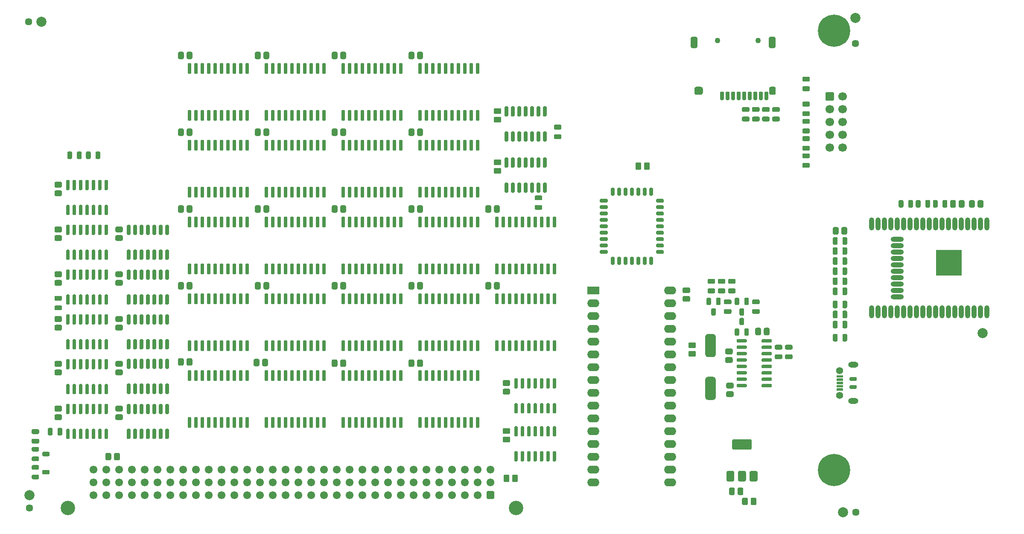
<source format=gts>
G04 #@! TF.GenerationSoftware,KiCad,Pcbnew,(5.1.10-1-10_14)*
G04 #@! TF.CreationDate,2022-01-14T08:56:19-05:00*
G04 #@! TF.ProjectId,NuBus-ESP32,4e754275-732d-4455-9350-33322e6b6963,rev?*
G04 #@! TF.SameCoordinates,Original*
G04 #@! TF.FileFunction,Soldermask,Top*
G04 #@! TF.FilePolarity,Negative*
%FSLAX46Y46*%
G04 Gerber Fmt 4.6, Leading zero omitted, Abs format (unit mm)*
G04 Created by KiCad (PCBNEW (5.1.10-1-10_14)) date 2022-01-14 08:56:19*
%MOMM*%
%LPD*%
G01*
G04 APERTURE LIST*
%ADD10O,2.600000X1.000000*%
%ADD11O,1.000000X2.600000*%
%ADD12C,0.900000*%
%ADD13C,1.700000*%
%ADD14C,2.850000*%
%ADD15C,1.550000*%
%ADD16C,6.400000*%
%ADD17C,0.800000*%
%ADD18R,2.400000X1.600000*%
%ADD19O,2.400000X1.600000*%
%ADD20C,1.100000*%
%ADD21C,2.000000*%
%ADD22C,1.448000*%
%ADD23O,2.000000X1.170000*%
%ADD24C,1.400000*%
G04 APERTURE END LIST*
G36*
G01*
X165160000Y-129240500D02*
X165160000Y-128315500D01*
G75*
G02*
X165447500Y-128028000I287500J0D01*
G01*
X166022500Y-128028000D01*
G75*
G02*
X166310000Y-128315500I0J-287500D01*
G01*
X166310000Y-129240500D01*
G75*
G02*
X166022500Y-129528000I-287500J0D01*
G01*
X165447500Y-129528000D01*
G75*
G02*
X165160000Y-129240500I0J287500D01*
G01*
G37*
G36*
G01*
X166860000Y-129240500D02*
X166860000Y-128315500D01*
G75*
G02*
X167147500Y-128028000I287500J0D01*
G01*
X167722500Y-128028000D01*
G75*
G02*
X168010000Y-128315500I0J-287500D01*
G01*
X168010000Y-129240500D01*
G75*
G02*
X167722500Y-129528000I-287500J0D01*
G01*
X167147500Y-129528000D01*
G75*
G02*
X166860000Y-129240500I0J287500D01*
G01*
G37*
D10*
X243258500Y-92710000D03*
X243258500Y-91440000D03*
X243258500Y-90170000D03*
X243258500Y-88900000D03*
X243258500Y-87630000D03*
X243258500Y-81280000D03*
X243258500Y-82550000D03*
X243258500Y-83820000D03*
X243258500Y-85090000D03*
X243258500Y-86360000D03*
D11*
X261048500Y-95745000D03*
X259778500Y-95745000D03*
X258508500Y-95745000D03*
X257238500Y-95745000D03*
X255968500Y-95745000D03*
X254698500Y-95745000D03*
X253428500Y-95745000D03*
X252158500Y-95745000D03*
X250888500Y-95745000D03*
X249618500Y-95745000D03*
X248348500Y-95745000D03*
X247078500Y-95745000D03*
X245808500Y-95745000D03*
X244538500Y-95745000D03*
X243268500Y-95745000D03*
X241998500Y-95745000D03*
X240728500Y-95745000D03*
X239458500Y-95745000D03*
X238188500Y-95745000D03*
X238188500Y-78245000D03*
X239458500Y-78245000D03*
X240728500Y-78245000D03*
X241998500Y-78245000D03*
X243268500Y-78245000D03*
X244538500Y-78245000D03*
X245808500Y-78245000D03*
X247078500Y-78245000D03*
X248348500Y-78245000D03*
X249618500Y-78245000D03*
X250888500Y-78245000D03*
X252158500Y-78245000D03*
X253428500Y-78245000D03*
X254698500Y-78245000D03*
X255968500Y-78245000D03*
X257238500Y-78245000D03*
X258508500Y-78245000D03*
X259778500Y-78245000D03*
X261048500Y-78245000D03*
G36*
G01*
X251018500Y-83445000D02*
X256018500Y-83445000D01*
G75*
G02*
X256068500Y-83495000I0J-50000D01*
G01*
X256068500Y-88495000D01*
G75*
G02*
X256018500Y-88545000I-50000J0D01*
G01*
X251018500Y-88545000D01*
G75*
G02*
X250968500Y-88495000I0J50000D01*
G01*
X250968500Y-83495000D01*
G75*
G02*
X251018500Y-83445000I50000J0D01*
G01*
G37*
D12*
X252391500Y-84868000D03*
X253518500Y-84868000D03*
X254645500Y-84868000D03*
X254645500Y-87122000D03*
X253518500Y-87122000D03*
X252391500Y-87122000D03*
X252391500Y-85995000D03*
X254645500Y-85995000D03*
G36*
G01*
X255300500Y-84445000D02*
X255800500Y-84445000D01*
G75*
G02*
X255850500Y-84495000I0J-50000D01*
G01*
X255850500Y-87495000D01*
G75*
G02*
X255800500Y-87545000I-50000J0D01*
G01*
X255300500Y-87545000D01*
G75*
G02*
X255250500Y-87495000I0J50000D01*
G01*
X255250500Y-84495000D01*
G75*
G02*
X255300500Y-84445000I50000J0D01*
G01*
G37*
G36*
G01*
X252018500Y-83663000D02*
X255018500Y-83663000D01*
G75*
G02*
X255068500Y-83713000I0J-50000D01*
G01*
X255068500Y-84213000D01*
G75*
G02*
X255018500Y-84263000I-50000J0D01*
G01*
X252018500Y-84263000D01*
G75*
G02*
X251968500Y-84213000I0J50000D01*
G01*
X251968500Y-83713000D01*
G75*
G02*
X252018500Y-83663000I50000J0D01*
G01*
G37*
G36*
G01*
X251236500Y-84445000D02*
X251736500Y-84445000D01*
G75*
G02*
X251786500Y-84495000I0J-50000D01*
G01*
X251786500Y-87495000D01*
G75*
G02*
X251736500Y-87545000I-50000J0D01*
G01*
X251236500Y-87545000D01*
G75*
G02*
X251186500Y-87495000I0J50000D01*
G01*
X251186500Y-84495000D01*
G75*
G02*
X251236500Y-84445000I50000J0D01*
G01*
G37*
G36*
G01*
X252018500Y-87854000D02*
X255018500Y-87854000D01*
G75*
G02*
X255068500Y-87904000I0J-50000D01*
G01*
X255068500Y-88404000D01*
G75*
G02*
X255018500Y-88454000I-50000J0D01*
G01*
X252018500Y-88454000D01*
G75*
G02*
X251968500Y-88404000I0J50000D01*
G01*
X251968500Y-87904000D01*
G75*
G02*
X252018500Y-87854000I50000J0D01*
G01*
G37*
G36*
G01*
X252768500Y-85195000D02*
X254268500Y-85195000D01*
G75*
G02*
X254318500Y-85245000I0J-50000D01*
G01*
X254318500Y-86745000D01*
G75*
G02*
X254268500Y-86795000I-50000J0D01*
G01*
X252768500Y-86795000D01*
G75*
G02*
X252718500Y-86745000I0J50000D01*
G01*
X252718500Y-85245000D01*
G75*
G02*
X252768500Y-85195000I50000J0D01*
G01*
G37*
G36*
G01*
X225683500Y-63721000D02*
X224658500Y-63721000D01*
G75*
G02*
X224421000Y-63483500I0J237500D01*
G01*
X224421000Y-63008500D01*
G75*
G02*
X224658500Y-62771000I237500J0D01*
G01*
X225683500Y-62771000D01*
G75*
G02*
X225921000Y-63008500I0J-237500D01*
G01*
X225921000Y-63483500D01*
G75*
G02*
X225683500Y-63721000I-237500J0D01*
G01*
G37*
G36*
G01*
X225683500Y-61821000D02*
X224658500Y-61821000D01*
G75*
G02*
X224421000Y-61583500I0J237500D01*
G01*
X224421000Y-61108500D01*
G75*
G02*
X224658500Y-60871000I237500J0D01*
G01*
X225683500Y-60871000D01*
G75*
G02*
X225921000Y-61108500I0J-237500D01*
G01*
X225921000Y-61583500D01*
G75*
G02*
X225683500Y-61821000I-237500J0D01*
G01*
G37*
G36*
G01*
X229020000Y-53559000D02*
X229020000Y-52359000D01*
G75*
G02*
X229270000Y-52109000I250000J0D01*
G01*
X230470000Y-52109000D01*
G75*
G02*
X230720000Y-52359000I0J-250000D01*
G01*
X230720000Y-53559000D01*
G75*
G02*
X230470000Y-53809000I-250000J0D01*
G01*
X229270000Y-53809000D01*
G75*
G02*
X229020000Y-53559000I0J250000D01*
G01*
G37*
D13*
X229870000Y-55499000D03*
X229870000Y-58039000D03*
X229870000Y-60579000D03*
X229870000Y-63119000D03*
X232410000Y-52959000D03*
X232410000Y-55499000D03*
X232410000Y-58039000D03*
X232410000Y-60579000D03*
X232410000Y-63119000D03*
G36*
G01*
X230475000Y-82162500D02*
X230475000Y-81137500D01*
G75*
G02*
X230712500Y-80900000I237500J0D01*
G01*
X231187500Y-80900000D01*
G75*
G02*
X231425000Y-81137500I0J-237500D01*
G01*
X231425000Y-82162500D01*
G75*
G02*
X231187500Y-82400000I-237500J0D01*
G01*
X230712500Y-82400000D01*
G75*
G02*
X230475000Y-82162500I0J237500D01*
G01*
G37*
G36*
G01*
X232375000Y-82162500D02*
X232375000Y-81137500D01*
G75*
G02*
X232612500Y-80900000I237500J0D01*
G01*
X233087500Y-80900000D01*
G75*
G02*
X233325000Y-81137500I0J-237500D01*
G01*
X233325000Y-82162500D01*
G75*
G02*
X233087500Y-82400000I-237500J0D01*
G01*
X232612500Y-82400000D01*
G75*
G02*
X232375000Y-82162500I0J237500D01*
G01*
G37*
G36*
G01*
X233325000Y-100337500D02*
X233325000Y-101362500D01*
G75*
G02*
X233087500Y-101600000I-237500J0D01*
G01*
X232612500Y-101600000D01*
G75*
G02*
X232375000Y-101362500I0J237500D01*
G01*
X232375000Y-100337500D01*
G75*
G02*
X232612500Y-100100000I237500J0D01*
G01*
X233087500Y-100100000D01*
G75*
G02*
X233325000Y-100337500I0J-237500D01*
G01*
G37*
G36*
G01*
X231425000Y-100337500D02*
X231425000Y-101362500D01*
G75*
G02*
X231187500Y-101600000I-237500J0D01*
G01*
X230712500Y-101600000D01*
G75*
G02*
X230475000Y-101362500I0J237500D01*
G01*
X230475000Y-100337500D01*
G75*
G02*
X230712500Y-100100000I237500J0D01*
G01*
X231187500Y-100100000D01*
G75*
G02*
X231425000Y-100337500I0J-237500D01*
G01*
G37*
G36*
G01*
X233325000Y-95737500D02*
X233325000Y-96762500D01*
G75*
G02*
X233087500Y-97000000I-237500J0D01*
G01*
X232612500Y-97000000D01*
G75*
G02*
X232375000Y-96762500I0J237500D01*
G01*
X232375000Y-95737500D01*
G75*
G02*
X232612500Y-95500000I237500J0D01*
G01*
X233087500Y-95500000D01*
G75*
G02*
X233325000Y-95737500I0J-237500D01*
G01*
G37*
G36*
G01*
X231425000Y-95737500D02*
X231425000Y-96762500D01*
G75*
G02*
X231187500Y-97000000I-237500J0D01*
G01*
X230712500Y-97000000D01*
G75*
G02*
X230475000Y-96762500I0J237500D01*
G01*
X230475000Y-95737500D01*
G75*
G02*
X230712500Y-95500000I237500J0D01*
G01*
X231187500Y-95500000D01*
G75*
G02*
X231425000Y-95737500I0J-237500D01*
G01*
G37*
G36*
G01*
X231425000Y-97737500D02*
X231425000Y-98762500D01*
G75*
G02*
X231187500Y-99000000I-237500J0D01*
G01*
X230712500Y-99000000D01*
G75*
G02*
X230475000Y-98762500I0J237500D01*
G01*
X230475000Y-97737500D01*
G75*
G02*
X230712500Y-97500000I237500J0D01*
G01*
X231187500Y-97500000D01*
G75*
G02*
X231425000Y-97737500I0J-237500D01*
G01*
G37*
G36*
G01*
X233325000Y-97737500D02*
X233325000Y-98762500D01*
G75*
G02*
X233087500Y-99000000I-237500J0D01*
G01*
X232612500Y-99000000D01*
G75*
G02*
X232375000Y-98762500I0J237500D01*
G01*
X232375000Y-97737500D01*
G75*
G02*
X232612500Y-97500000I237500J0D01*
G01*
X233087500Y-97500000D01*
G75*
G02*
X233325000Y-97737500I0J-237500D01*
G01*
G37*
G36*
G01*
X190277000Y-72515000D02*
X190277000Y-71290000D01*
G75*
G02*
X190452000Y-71115000I175000J0D01*
G01*
X190802000Y-71115000D01*
G75*
G02*
X190977000Y-71290000I0J-175000D01*
G01*
X190977000Y-72515000D01*
G75*
G02*
X190802000Y-72690000I-175000J0D01*
G01*
X190452000Y-72690000D01*
G75*
G02*
X190277000Y-72515000I0J175000D01*
G01*
G37*
G36*
G01*
X189007000Y-72515000D02*
X189007000Y-71290000D01*
G75*
G02*
X189182000Y-71115000I175000J0D01*
G01*
X189532000Y-71115000D01*
G75*
G02*
X189707000Y-71290000I0J-175000D01*
G01*
X189707000Y-72515000D01*
G75*
G02*
X189532000Y-72690000I-175000J0D01*
G01*
X189182000Y-72690000D01*
G75*
G02*
X189007000Y-72515000I0J175000D01*
G01*
G37*
G36*
G01*
X187737000Y-72515000D02*
X187737000Y-71290000D01*
G75*
G02*
X187912000Y-71115000I175000J0D01*
G01*
X188262000Y-71115000D01*
G75*
G02*
X188437000Y-71290000I0J-175000D01*
G01*
X188437000Y-72515000D01*
G75*
G02*
X188262000Y-72690000I-175000J0D01*
G01*
X187912000Y-72690000D01*
G75*
G02*
X187737000Y-72515000I0J175000D01*
G01*
G37*
G36*
G01*
X186467000Y-72515000D02*
X186467000Y-71290000D01*
G75*
G02*
X186642000Y-71115000I175000J0D01*
G01*
X186992000Y-71115000D01*
G75*
G02*
X187167000Y-71290000I0J-175000D01*
G01*
X187167000Y-72515000D01*
G75*
G02*
X186992000Y-72690000I-175000J0D01*
G01*
X186642000Y-72690000D01*
G75*
G02*
X186467000Y-72515000I0J175000D01*
G01*
G37*
G36*
G01*
X184277000Y-73835000D02*
X184277000Y-73485000D01*
G75*
G02*
X184452000Y-73310000I175000J0D01*
G01*
X185677000Y-73310000D01*
G75*
G02*
X185852000Y-73485000I0J-175000D01*
G01*
X185852000Y-73835000D01*
G75*
G02*
X185677000Y-74010000I-175000J0D01*
G01*
X184452000Y-74010000D01*
G75*
G02*
X184277000Y-73835000I0J175000D01*
G01*
G37*
G36*
G01*
X184277000Y-75105000D02*
X184277000Y-74755000D01*
G75*
G02*
X184452000Y-74580000I175000J0D01*
G01*
X185677000Y-74580000D01*
G75*
G02*
X185852000Y-74755000I0J-175000D01*
G01*
X185852000Y-75105000D01*
G75*
G02*
X185677000Y-75280000I-175000J0D01*
G01*
X184452000Y-75280000D01*
G75*
G02*
X184277000Y-75105000I0J175000D01*
G01*
G37*
G36*
G01*
X184277000Y-76375000D02*
X184277000Y-76025000D01*
G75*
G02*
X184452000Y-75850000I175000J0D01*
G01*
X185677000Y-75850000D01*
G75*
G02*
X185852000Y-76025000I0J-175000D01*
G01*
X185852000Y-76375000D01*
G75*
G02*
X185677000Y-76550000I-175000J0D01*
G01*
X184452000Y-76550000D01*
G75*
G02*
X184277000Y-76375000I0J175000D01*
G01*
G37*
G36*
G01*
X184277000Y-77645000D02*
X184277000Y-77295000D01*
G75*
G02*
X184452000Y-77120000I175000J0D01*
G01*
X185677000Y-77120000D01*
G75*
G02*
X185852000Y-77295000I0J-175000D01*
G01*
X185852000Y-77645000D01*
G75*
G02*
X185677000Y-77820000I-175000J0D01*
G01*
X184452000Y-77820000D01*
G75*
G02*
X184277000Y-77645000I0J175000D01*
G01*
G37*
G36*
G01*
X184277000Y-78915000D02*
X184277000Y-78565000D01*
G75*
G02*
X184452000Y-78390000I175000J0D01*
G01*
X185677000Y-78390000D01*
G75*
G02*
X185852000Y-78565000I0J-175000D01*
G01*
X185852000Y-78915000D01*
G75*
G02*
X185677000Y-79090000I-175000J0D01*
G01*
X184452000Y-79090000D01*
G75*
G02*
X184277000Y-78915000I0J175000D01*
G01*
G37*
G36*
G01*
X184277000Y-80185000D02*
X184277000Y-79835000D01*
G75*
G02*
X184452000Y-79660000I175000J0D01*
G01*
X185677000Y-79660000D01*
G75*
G02*
X185852000Y-79835000I0J-175000D01*
G01*
X185852000Y-80185000D01*
G75*
G02*
X185677000Y-80360000I-175000J0D01*
G01*
X184452000Y-80360000D01*
G75*
G02*
X184277000Y-80185000I0J175000D01*
G01*
G37*
G36*
G01*
X184277000Y-81455000D02*
X184277000Y-81105000D01*
G75*
G02*
X184452000Y-80930000I175000J0D01*
G01*
X185677000Y-80930000D01*
G75*
G02*
X185852000Y-81105000I0J-175000D01*
G01*
X185852000Y-81455000D01*
G75*
G02*
X185677000Y-81630000I-175000J0D01*
G01*
X184452000Y-81630000D01*
G75*
G02*
X184277000Y-81455000I0J175000D01*
G01*
G37*
G36*
G01*
X184277000Y-82725000D02*
X184277000Y-82375000D01*
G75*
G02*
X184452000Y-82200000I175000J0D01*
G01*
X185677000Y-82200000D01*
G75*
G02*
X185852000Y-82375000I0J-175000D01*
G01*
X185852000Y-82725000D01*
G75*
G02*
X185677000Y-82900000I-175000J0D01*
G01*
X184452000Y-82900000D01*
G75*
G02*
X184277000Y-82725000I0J175000D01*
G01*
G37*
G36*
G01*
X184277000Y-83995000D02*
X184277000Y-83645000D01*
G75*
G02*
X184452000Y-83470000I175000J0D01*
G01*
X185677000Y-83470000D01*
G75*
G02*
X185852000Y-83645000I0J-175000D01*
G01*
X185852000Y-83995000D01*
G75*
G02*
X185677000Y-84170000I-175000J0D01*
G01*
X184452000Y-84170000D01*
G75*
G02*
X184277000Y-83995000I0J175000D01*
G01*
G37*
G36*
G01*
X186467000Y-86190000D02*
X186467000Y-84965000D01*
G75*
G02*
X186642000Y-84790000I175000J0D01*
G01*
X186992000Y-84790000D01*
G75*
G02*
X187167000Y-84965000I0J-175000D01*
G01*
X187167000Y-86190000D01*
G75*
G02*
X186992000Y-86365000I-175000J0D01*
G01*
X186642000Y-86365000D01*
G75*
G02*
X186467000Y-86190000I0J175000D01*
G01*
G37*
G36*
G01*
X187737000Y-86190000D02*
X187737000Y-84965000D01*
G75*
G02*
X187912000Y-84790000I175000J0D01*
G01*
X188262000Y-84790000D01*
G75*
G02*
X188437000Y-84965000I0J-175000D01*
G01*
X188437000Y-86190000D01*
G75*
G02*
X188262000Y-86365000I-175000J0D01*
G01*
X187912000Y-86365000D01*
G75*
G02*
X187737000Y-86190000I0J175000D01*
G01*
G37*
G36*
G01*
X189007000Y-86190000D02*
X189007000Y-84965000D01*
G75*
G02*
X189182000Y-84790000I175000J0D01*
G01*
X189532000Y-84790000D01*
G75*
G02*
X189707000Y-84965000I0J-175000D01*
G01*
X189707000Y-86190000D01*
G75*
G02*
X189532000Y-86365000I-175000J0D01*
G01*
X189182000Y-86365000D01*
G75*
G02*
X189007000Y-86190000I0J175000D01*
G01*
G37*
G36*
G01*
X190277000Y-86190000D02*
X190277000Y-84965000D01*
G75*
G02*
X190452000Y-84790000I175000J0D01*
G01*
X190802000Y-84790000D01*
G75*
G02*
X190977000Y-84965000I0J-175000D01*
G01*
X190977000Y-86190000D01*
G75*
G02*
X190802000Y-86365000I-175000J0D01*
G01*
X190452000Y-86365000D01*
G75*
G02*
X190277000Y-86190000I0J175000D01*
G01*
G37*
G36*
G01*
X191547000Y-86190000D02*
X191547000Y-84965000D01*
G75*
G02*
X191722000Y-84790000I175000J0D01*
G01*
X192072000Y-84790000D01*
G75*
G02*
X192247000Y-84965000I0J-175000D01*
G01*
X192247000Y-86190000D01*
G75*
G02*
X192072000Y-86365000I-175000J0D01*
G01*
X191722000Y-86365000D01*
G75*
G02*
X191547000Y-86190000I0J175000D01*
G01*
G37*
G36*
G01*
X192817000Y-86190000D02*
X192817000Y-84965000D01*
G75*
G02*
X192992000Y-84790000I175000J0D01*
G01*
X193342000Y-84790000D01*
G75*
G02*
X193517000Y-84965000I0J-175000D01*
G01*
X193517000Y-86190000D01*
G75*
G02*
X193342000Y-86365000I-175000J0D01*
G01*
X192992000Y-86365000D01*
G75*
G02*
X192817000Y-86190000I0J175000D01*
G01*
G37*
G36*
G01*
X194087000Y-86190000D02*
X194087000Y-84965000D01*
G75*
G02*
X194262000Y-84790000I175000J0D01*
G01*
X194612000Y-84790000D01*
G75*
G02*
X194787000Y-84965000I0J-175000D01*
G01*
X194787000Y-86190000D01*
G75*
G02*
X194612000Y-86365000I-175000J0D01*
G01*
X194262000Y-86365000D01*
G75*
G02*
X194087000Y-86190000I0J175000D01*
G01*
G37*
G36*
G01*
X195402000Y-83995000D02*
X195402000Y-83645000D01*
G75*
G02*
X195577000Y-83470000I175000J0D01*
G01*
X196802000Y-83470000D01*
G75*
G02*
X196977000Y-83645000I0J-175000D01*
G01*
X196977000Y-83995000D01*
G75*
G02*
X196802000Y-84170000I-175000J0D01*
G01*
X195577000Y-84170000D01*
G75*
G02*
X195402000Y-83995000I0J175000D01*
G01*
G37*
G36*
G01*
X195402000Y-82725000D02*
X195402000Y-82375000D01*
G75*
G02*
X195577000Y-82200000I175000J0D01*
G01*
X196802000Y-82200000D01*
G75*
G02*
X196977000Y-82375000I0J-175000D01*
G01*
X196977000Y-82725000D01*
G75*
G02*
X196802000Y-82900000I-175000J0D01*
G01*
X195577000Y-82900000D01*
G75*
G02*
X195402000Y-82725000I0J175000D01*
G01*
G37*
G36*
G01*
X195402000Y-81455000D02*
X195402000Y-81105000D01*
G75*
G02*
X195577000Y-80930000I175000J0D01*
G01*
X196802000Y-80930000D01*
G75*
G02*
X196977000Y-81105000I0J-175000D01*
G01*
X196977000Y-81455000D01*
G75*
G02*
X196802000Y-81630000I-175000J0D01*
G01*
X195577000Y-81630000D01*
G75*
G02*
X195402000Y-81455000I0J175000D01*
G01*
G37*
G36*
G01*
X195402000Y-80185000D02*
X195402000Y-79835000D01*
G75*
G02*
X195577000Y-79660000I175000J0D01*
G01*
X196802000Y-79660000D01*
G75*
G02*
X196977000Y-79835000I0J-175000D01*
G01*
X196977000Y-80185000D01*
G75*
G02*
X196802000Y-80360000I-175000J0D01*
G01*
X195577000Y-80360000D01*
G75*
G02*
X195402000Y-80185000I0J175000D01*
G01*
G37*
G36*
G01*
X195402000Y-78915000D02*
X195402000Y-78565000D01*
G75*
G02*
X195577000Y-78390000I175000J0D01*
G01*
X196802000Y-78390000D01*
G75*
G02*
X196977000Y-78565000I0J-175000D01*
G01*
X196977000Y-78915000D01*
G75*
G02*
X196802000Y-79090000I-175000J0D01*
G01*
X195577000Y-79090000D01*
G75*
G02*
X195402000Y-78915000I0J175000D01*
G01*
G37*
G36*
G01*
X195402000Y-77645000D02*
X195402000Y-77295000D01*
G75*
G02*
X195577000Y-77120000I175000J0D01*
G01*
X196802000Y-77120000D01*
G75*
G02*
X196977000Y-77295000I0J-175000D01*
G01*
X196977000Y-77645000D01*
G75*
G02*
X196802000Y-77820000I-175000J0D01*
G01*
X195577000Y-77820000D01*
G75*
G02*
X195402000Y-77645000I0J175000D01*
G01*
G37*
G36*
G01*
X195402000Y-76375000D02*
X195402000Y-76025000D01*
G75*
G02*
X195577000Y-75850000I175000J0D01*
G01*
X196802000Y-75850000D01*
G75*
G02*
X196977000Y-76025000I0J-175000D01*
G01*
X196977000Y-76375000D01*
G75*
G02*
X196802000Y-76550000I-175000J0D01*
G01*
X195577000Y-76550000D01*
G75*
G02*
X195402000Y-76375000I0J175000D01*
G01*
G37*
G36*
G01*
X195402000Y-75105000D02*
X195402000Y-74755000D01*
G75*
G02*
X195577000Y-74580000I175000J0D01*
G01*
X196802000Y-74580000D01*
G75*
G02*
X196977000Y-74755000I0J-175000D01*
G01*
X196977000Y-75105000D01*
G75*
G02*
X196802000Y-75280000I-175000J0D01*
G01*
X195577000Y-75280000D01*
G75*
G02*
X195402000Y-75105000I0J175000D01*
G01*
G37*
G36*
G01*
X195402000Y-73835000D02*
X195402000Y-73485000D01*
G75*
G02*
X195577000Y-73310000I175000J0D01*
G01*
X196802000Y-73310000D01*
G75*
G02*
X196977000Y-73485000I0J-175000D01*
G01*
X196977000Y-73835000D01*
G75*
G02*
X196802000Y-74010000I-175000J0D01*
G01*
X195577000Y-74010000D01*
G75*
G02*
X195402000Y-73835000I0J175000D01*
G01*
G37*
G36*
G01*
X194087000Y-72515000D02*
X194087000Y-71290000D01*
G75*
G02*
X194262000Y-71115000I175000J0D01*
G01*
X194612000Y-71115000D01*
G75*
G02*
X194787000Y-71290000I0J-175000D01*
G01*
X194787000Y-72515000D01*
G75*
G02*
X194612000Y-72690000I-175000J0D01*
G01*
X194262000Y-72690000D01*
G75*
G02*
X194087000Y-72515000I0J175000D01*
G01*
G37*
G36*
G01*
X192817000Y-72515000D02*
X192817000Y-71290000D01*
G75*
G02*
X192992000Y-71115000I175000J0D01*
G01*
X193342000Y-71115000D01*
G75*
G02*
X193517000Y-71290000I0J-175000D01*
G01*
X193517000Y-72515000D01*
G75*
G02*
X193342000Y-72690000I-175000J0D01*
G01*
X192992000Y-72690000D01*
G75*
G02*
X192817000Y-72515000I0J175000D01*
G01*
G37*
G36*
G01*
X191547000Y-72515000D02*
X191547000Y-71290000D01*
G75*
G02*
X191722000Y-71115000I175000J0D01*
G01*
X192072000Y-71115000D01*
G75*
G02*
X192247000Y-71290000I0J-175000D01*
G01*
X192247000Y-72515000D01*
G75*
G02*
X192072000Y-72690000I-175000J0D01*
G01*
X191722000Y-72690000D01*
G75*
G02*
X191547000Y-72515000I0J175000D01*
G01*
G37*
G36*
G01*
X202102500Y-103487000D02*
X203027500Y-103487000D01*
G75*
G02*
X203315000Y-103774500I0J-287500D01*
G01*
X203315000Y-104349500D01*
G75*
G02*
X203027500Y-104637000I-287500J0D01*
G01*
X202102500Y-104637000D01*
G75*
G02*
X201815000Y-104349500I0J287500D01*
G01*
X201815000Y-103774500D01*
G75*
G02*
X202102500Y-103487000I287500J0D01*
G01*
G37*
G36*
G01*
X202102500Y-101787000D02*
X203027500Y-101787000D01*
G75*
G02*
X203315000Y-102074500I0J-287500D01*
G01*
X203315000Y-102649500D01*
G75*
G02*
X203027500Y-102937000I-287500J0D01*
G01*
X202102500Y-102937000D01*
G75*
G02*
X201815000Y-102649500I0J287500D01*
G01*
X201815000Y-102074500D01*
G75*
G02*
X202102500Y-101787000I287500J0D01*
G01*
G37*
G36*
G01*
X216235500Y-99169000D02*
X216235500Y-100094000D01*
G75*
G02*
X215948000Y-100381500I-287500J0D01*
G01*
X215373000Y-100381500D01*
G75*
G02*
X215085500Y-100094000I0J287500D01*
G01*
X215085500Y-99169000D01*
G75*
G02*
X215373000Y-98881500I287500J0D01*
G01*
X215948000Y-98881500D01*
G75*
G02*
X216235500Y-99169000I0J-287500D01*
G01*
G37*
G36*
G01*
X217935500Y-99169000D02*
X217935500Y-100094000D01*
G75*
G02*
X217648000Y-100381500I-287500J0D01*
G01*
X217073000Y-100381500D01*
G75*
G02*
X216785500Y-100094000I0J287500D01*
G01*
X216785500Y-99169000D01*
G75*
G02*
X217073000Y-98881500I287500J0D01*
G01*
X217648000Y-98881500D01*
G75*
G02*
X217935500Y-99169000I0J-287500D01*
G01*
G37*
G36*
G01*
X216334000Y-101648000D02*
X216334000Y-101298000D01*
G75*
G02*
X216509000Y-101123000I175000J0D01*
G01*
X218209000Y-101123000D01*
G75*
G02*
X218384000Y-101298000I0J-175000D01*
G01*
X218384000Y-101648000D01*
G75*
G02*
X218209000Y-101823000I-175000J0D01*
G01*
X216509000Y-101823000D01*
G75*
G02*
X216334000Y-101648000I0J175000D01*
G01*
G37*
G36*
G01*
X216334000Y-102918000D02*
X216334000Y-102568000D01*
G75*
G02*
X216509000Y-102393000I175000J0D01*
G01*
X218209000Y-102393000D01*
G75*
G02*
X218384000Y-102568000I0J-175000D01*
G01*
X218384000Y-102918000D01*
G75*
G02*
X218209000Y-103093000I-175000J0D01*
G01*
X216509000Y-103093000D01*
G75*
G02*
X216334000Y-102918000I0J175000D01*
G01*
G37*
G36*
G01*
X216334000Y-104188000D02*
X216334000Y-103838000D01*
G75*
G02*
X216509000Y-103663000I175000J0D01*
G01*
X218209000Y-103663000D01*
G75*
G02*
X218384000Y-103838000I0J-175000D01*
G01*
X218384000Y-104188000D01*
G75*
G02*
X218209000Y-104363000I-175000J0D01*
G01*
X216509000Y-104363000D01*
G75*
G02*
X216334000Y-104188000I0J175000D01*
G01*
G37*
G36*
G01*
X216334000Y-105458000D02*
X216334000Y-105108000D01*
G75*
G02*
X216509000Y-104933000I175000J0D01*
G01*
X218209000Y-104933000D01*
G75*
G02*
X218384000Y-105108000I0J-175000D01*
G01*
X218384000Y-105458000D01*
G75*
G02*
X218209000Y-105633000I-175000J0D01*
G01*
X216509000Y-105633000D01*
G75*
G02*
X216334000Y-105458000I0J175000D01*
G01*
G37*
G36*
G01*
X216334000Y-106728000D02*
X216334000Y-106378000D01*
G75*
G02*
X216509000Y-106203000I175000J0D01*
G01*
X218209000Y-106203000D01*
G75*
G02*
X218384000Y-106378000I0J-175000D01*
G01*
X218384000Y-106728000D01*
G75*
G02*
X218209000Y-106903000I-175000J0D01*
G01*
X216509000Y-106903000D01*
G75*
G02*
X216334000Y-106728000I0J175000D01*
G01*
G37*
G36*
G01*
X216334000Y-107998000D02*
X216334000Y-107648000D01*
G75*
G02*
X216509000Y-107473000I175000J0D01*
G01*
X218209000Y-107473000D01*
G75*
G02*
X218384000Y-107648000I0J-175000D01*
G01*
X218384000Y-107998000D01*
G75*
G02*
X218209000Y-108173000I-175000J0D01*
G01*
X216509000Y-108173000D01*
G75*
G02*
X216334000Y-107998000I0J175000D01*
G01*
G37*
G36*
G01*
X216334000Y-109268000D02*
X216334000Y-108918000D01*
G75*
G02*
X216509000Y-108743000I175000J0D01*
G01*
X218209000Y-108743000D01*
G75*
G02*
X218384000Y-108918000I0J-175000D01*
G01*
X218384000Y-109268000D01*
G75*
G02*
X218209000Y-109443000I-175000J0D01*
G01*
X216509000Y-109443000D01*
G75*
G02*
X216334000Y-109268000I0J175000D01*
G01*
G37*
G36*
G01*
X216334000Y-110538000D02*
X216334000Y-110188000D01*
G75*
G02*
X216509000Y-110013000I175000J0D01*
G01*
X218209000Y-110013000D01*
G75*
G02*
X218384000Y-110188000I0J-175000D01*
G01*
X218384000Y-110538000D01*
G75*
G02*
X218209000Y-110713000I-175000J0D01*
G01*
X216509000Y-110713000D01*
G75*
G02*
X216334000Y-110538000I0J175000D01*
G01*
G37*
G36*
G01*
X211384000Y-110538000D02*
X211384000Y-110188000D01*
G75*
G02*
X211559000Y-110013000I175000J0D01*
G01*
X213259000Y-110013000D01*
G75*
G02*
X213434000Y-110188000I0J-175000D01*
G01*
X213434000Y-110538000D01*
G75*
G02*
X213259000Y-110713000I-175000J0D01*
G01*
X211559000Y-110713000D01*
G75*
G02*
X211384000Y-110538000I0J175000D01*
G01*
G37*
G36*
G01*
X211384000Y-109268000D02*
X211384000Y-108918000D01*
G75*
G02*
X211559000Y-108743000I175000J0D01*
G01*
X213259000Y-108743000D01*
G75*
G02*
X213434000Y-108918000I0J-175000D01*
G01*
X213434000Y-109268000D01*
G75*
G02*
X213259000Y-109443000I-175000J0D01*
G01*
X211559000Y-109443000D01*
G75*
G02*
X211384000Y-109268000I0J175000D01*
G01*
G37*
G36*
G01*
X211384000Y-107998000D02*
X211384000Y-107648000D01*
G75*
G02*
X211559000Y-107473000I175000J0D01*
G01*
X213259000Y-107473000D01*
G75*
G02*
X213434000Y-107648000I0J-175000D01*
G01*
X213434000Y-107998000D01*
G75*
G02*
X213259000Y-108173000I-175000J0D01*
G01*
X211559000Y-108173000D01*
G75*
G02*
X211384000Y-107998000I0J175000D01*
G01*
G37*
G36*
G01*
X211384000Y-106728000D02*
X211384000Y-106378000D01*
G75*
G02*
X211559000Y-106203000I175000J0D01*
G01*
X213259000Y-106203000D01*
G75*
G02*
X213434000Y-106378000I0J-175000D01*
G01*
X213434000Y-106728000D01*
G75*
G02*
X213259000Y-106903000I-175000J0D01*
G01*
X211559000Y-106903000D01*
G75*
G02*
X211384000Y-106728000I0J175000D01*
G01*
G37*
G36*
G01*
X211384000Y-105458000D02*
X211384000Y-105108000D01*
G75*
G02*
X211559000Y-104933000I175000J0D01*
G01*
X213259000Y-104933000D01*
G75*
G02*
X213434000Y-105108000I0J-175000D01*
G01*
X213434000Y-105458000D01*
G75*
G02*
X213259000Y-105633000I-175000J0D01*
G01*
X211559000Y-105633000D01*
G75*
G02*
X211384000Y-105458000I0J175000D01*
G01*
G37*
G36*
G01*
X211384000Y-104188000D02*
X211384000Y-103838000D01*
G75*
G02*
X211559000Y-103663000I175000J0D01*
G01*
X213259000Y-103663000D01*
G75*
G02*
X213434000Y-103838000I0J-175000D01*
G01*
X213434000Y-104188000D01*
G75*
G02*
X213259000Y-104363000I-175000J0D01*
G01*
X211559000Y-104363000D01*
G75*
G02*
X211384000Y-104188000I0J175000D01*
G01*
G37*
G36*
G01*
X211384000Y-102918000D02*
X211384000Y-102568000D01*
G75*
G02*
X211559000Y-102393000I175000J0D01*
G01*
X213259000Y-102393000D01*
G75*
G02*
X213434000Y-102568000I0J-175000D01*
G01*
X213434000Y-102918000D01*
G75*
G02*
X213259000Y-103093000I-175000J0D01*
G01*
X211559000Y-103093000D01*
G75*
G02*
X211384000Y-102918000I0J175000D01*
G01*
G37*
G36*
G01*
X211384000Y-101648000D02*
X211384000Y-101298000D01*
G75*
G02*
X211559000Y-101123000I175000J0D01*
G01*
X213259000Y-101123000D01*
G75*
G02*
X213434000Y-101298000I0J-175000D01*
G01*
X213434000Y-101648000D01*
G75*
G02*
X213259000Y-101823000I-175000J0D01*
G01*
X211559000Y-101823000D01*
G75*
G02*
X211384000Y-101648000I0J175000D01*
G01*
G37*
G36*
G01*
X76372500Y-69910000D02*
X77297500Y-69910000D01*
G75*
G02*
X77585000Y-70197500I0J-287500D01*
G01*
X77585000Y-70772500D01*
G75*
G02*
X77297500Y-71060000I-287500J0D01*
G01*
X76372500Y-71060000D01*
G75*
G02*
X76085000Y-70772500I0J287500D01*
G01*
X76085000Y-70197500D01*
G75*
G02*
X76372500Y-69910000I287500J0D01*
G01*
G37*
G36*
G01*
X76372500Y-71610000D02*
X77297500Y-71610000D01*
G75*
G02*
X77585000Y-71897500I0J-287500D01*
G01*
X77585000Y-72472500D01*
G75*
G02*
X77297500Y-72760000I-287500J0D01*
G01*
X76372500Y-72760000D01*
G75*
G02*
X76085000Y-72472500I0J287500D01*
G01*
X76085000Y-71897500D01*
G75*
G02*
X76372500Y-71610000I287500J0D01*
G01*
G37*
D14*
X167640000Y-134620000D03*
X78740000Y-134620000D03*
G36*
G01*
X163335000Y-131554998D02*
X163335000Y-132605002D01*
G75*
G02*
X163085002Y-132855000I-249998J0D01*
G01*
X162034998Y-132855000D01*
G75*
G02*
X161785000Y-132605002I0J249998D01*
G01*
X161785000Y-131554998D01*
G75*
G02*
X162034998Y-131305000I249998J0D01*
G01*
X163085002Y-131305000D01*
G75*
G02*
X163335000Y-131554998I0J-249998D01*
G01*
G37*
D15*
X160020000Y-132080000D03*
X157480000Y-132080000D03*
X154940000Y-132080000D03*
X152400000Y-132080000D03*
X149860000Y-132080000D03*
X147320000Y-132080000D03*
X144780000Y-132080000D03*
X142240000Y-132080000D03*
X139700000Y-132080000D03*
X137160000Y-132080000D03*
X134620000Y-132080000D03*
X132080000Y-132080000D03*
X129540000Y-132080000D03*
X127000000Y-132080000D03*
X124460000Y-132080000D03*
X121920000Y-132080000D03*
X119380000Y-132080000D03*
X116840000Y-132080000D03*
X114300000Y-132080000D03*
X111760000Y-132080000D03*
X109220000Y-132080000D03*
X106680000Y-132080000D03*
X104140000Y-132080000D03*
X101600000Y-132080000D03*
X99060000Y-132080000D03*
X96520000Y-132080000D03*
X93980000Y-132080000D03*
X91440000Y-132080000D03*
X88900000Y-132080000D03*
X86360000Y-132080000D03*
X83820000Y-132080000D03*
X162560000Y-129540000D03*
X160020000Y-129540000D03*
X157480000Y-129540000D03*
X154940000Y-129540000D03*
X152400000Y-129540000D03*
X149860000Y-129540000D03*
X147320000Y-129540000D03*
X144780000Y-129540000D03*
X142240000Y-129540000D03*
X139700000Y-129540000D03*
X137160000Y-129540000D03*
X134620000Y-129540000D03*
X132080000Y-129540000D03*
X129540000Y-129540000D03*
X127000000Y-129540000D03*
X124460000Y-129540000D03*
X121920000Y-129540000D03*
X119380000Y-129540000D03*
X116840000Y-129540000D03*
X114300000Y-129540000D03*
X111760000Y-129540000D03*
X109220000Y-129540000D03*
X106680000Y-129540000D03*
X104140000Y-129540000D03*
X101600000Y-129540000D03*
X99060000Y-129540000D03*
X96520000Y-129540000D03*
X93980000Y-129540000D03*
X91440000Y-129540000D03*
X88900000Y-129540000D03*
X86360000Y-129540000D03*
X83820000Y-129540000D03*
X162560000Y-127000000D03*
X160020000Y-127000000D03*
X157480000Y-127000000D03*
X154940000Y-127000000D03*
X152400000Y-127000000D03*
X149860000Y-127000000D03*
X147320000Y-127000000D03*
X144780000Y-127000000D03*
X142240000Y-127000000D03*
X139700000Y-127000000D03*
X137160000Y-127000000D03*
X134620000Y-127000000D03*
X132080000Y-127000000D03*
X129540000Y-127000000D03*
X127000000Y-127000000D03*
X124460000Y-127000000D03*
X121920000Y-127000000D03*
X119380000Y-127000000D03*
X116840000Y-127000000D03*
X114300000Y-127000000D03*
X111760000Y-127000000D03*
X109220000Y-127000000D03*
X106680000Y-127000000D03*
X104140000Y-127000000D03*
X101600000Y-127000000D03*
X99060000Y-127000000D03*
X96520000Y-127000000D03*
X93980000Y-127000000D03*
X91440000Y-127000000D03*
X88900000Y-127000000D03*
X86360000Y-127000000D03*
X83820000Y-127000000D03*
G36*
G01*
X172895000Y-115895000D02*
X172545000Y-115895000D01*
G75*
G02*
X172370000Y-115720000I0J175000D01*
G01*
X172370000Y-114020000D01*
G75*
G02*
X172545000Y-113845000I175000J0D01*
G01*
X172895000Y-113845000D01*
G75*
G02*
X173070000Y-114020000I0J-175000D01*
G01*
X173070000Y-115720000D01*
G75*
G02*
X172895000Y-115895000I-175000J0D01*
G01*
G37*
G36*
G01*
X170355000Y-115895000D02*
X170005000Y-115895000D01*
G75*
G02*
X169830000Y-115720000I0J175000D01*
G01*
X169830000Y-114020000D01*
G75*
G02*
X170005000Y-113845000I175000J0D01*
G01*
X170355000Y-113845000D01*
G75*
G02*
X170530000Y-114020000I0J-175000D01*
G01*
X170530000Y-115720000D01*
G75*
G02*
X170355000Y-115895000I-175000J0D01*
G01*
G37*
G36*
G01*
X171625000Y-115895000D02*
X171275000Y-115895000D01*
G75*
G02*
X171100000Y-115720000I0J175000D01*
G01*
X171100000Y-114020000D01*
G75*
G02*
X171275000Y-113845000I175000J0D01*
G01*
X171625000Y-113845000D01*
G75*
G02*
X171800000Y-114020000I0J-175000D01*
G01*
X171800000Y-115720000D01*
G75*
G02*
X171625000Y-115895000I-175000J0D01*
G01*
G37*
G36*
G01*
X167815000Y-115895000D02*
X167465000Y-115895000D01*
G75*
G02*
X167290000Y-115720000I0J175000D01*
G01*
X167290000Y-114020000D01*
G75*
G02*
X167465000Y-113845000I175000J0D01*
G01*
X167815000Y-113845000D01*
G75*
G02*
X167990000Y-114020000I0J-175000D01*
G01*
X167990000Y-115720000D01*
G75*
G02*
X167815000Y-115895000I-175000J0D01*
G01*
G37*
G36*
G01*
X169085000Y-115895000D02*
X168735000Y-115895000D01*
G75*
G02*
X168560000Y-115720000I0J175000D01*
G01*
X168560000Y-114020000D01*
G75*
G02*
X168735000Y-113845000I175000J0D01*
G01*
X169085000Y-113845000D01*
G75*
G02*
X169260000Y-114020000I0J-175000D01*
G01*
X169260000Y-115720000D01*
G75*
G02*
X169085000Y-115895000I-175000J0D01*
G01*
G37*
G36*
G01*
X171625000Y-110945000D02*
X171275000Y-110945000D01*
G75*
G02*
X171100000Y-110770000I0J175000D01*
G01*
X171100000Y-109070000D01*
G75*
G02*
X171275000Y-108895000I175000J0D01*
G01*
X171625000Y-108895000D01*
G75*
G02*
X171800000Y-109070000I0J-175000D01*
G01*
X171800000Y-110770000D01*
G75*
G02*
X171625000Y-110945000I-175000J0D01*
G01*
G37*
G36*
G01*
X172895000Y-110945000D02*
X172545000Y-110945000D01*
G75*
G02*
X172370000Y-110770000I0J175000D01*
G01*
X172370000Y-109070000D01*
G75*
G02*
X172545000Y-108895000I175000J0D01*
G01*
X172895000Y-108895000D01*
G75*
G02*
X173070000Y-109070000I0J-175000D01*
G01*
X173070000Y-110770000D01*
G75*
G02*
X172895000Y-110945000I-175000J0D01*
G01*
G37*
G36*
G01*
X174165000Y-110945000D02*
X173815000Y-110945000D01*
G75*
G02*
X173640000Y-110770000I0J175000D01*
G01*
X173640000Y-109070000D01*
G75*
G02*
X173815000Y-108895000I175000J0D01*
G01*
X174165000Y-108895000D01*
G75*
G02*
X174340000Y-109070000I0J-175000D01*
G01*
X174340000Y-110770000D01*
G75*
G02*
X174165000Y-110945000I-175000J0D01*
G01*
G37*
G36*
G01*
X174165000Y-115895000D02*
X173815000Y-115895000D01*
G75*
G02*
X173640000Y-115720000I0J175000D01*
G01*
X173640000Y-114020000D01*
G75*
G02*
X173815000Y-113845000I175000J0D01*
G01*
X174165000Y-113845000D01*
G75*
G02*
X174340000Y-114020000I0J-175000D01*
G01*
X174340000Y-115720000D01*
G75*
G02*
X174165000Y-115895000I-175000J0D01*
G01*
G37*
G36*
G01*
X169085000Y-110945000D02*
X168735000Y-110945000D01*
G75*
G02*
X168560000Y-110770000I0J175000D01*
G01*
X168560000Y-109070000D01*
G75*
G02*
X168735000Y-108895000I175000J0D01*
G01*
X169085000Y-108895000D01*
G75*
G02*
X169260000Y-109070000I0J-175000D01*
G01*
X169260000Y-110770000D01*
G75*
G02*
X169085000Y-110945000I-175000J0D01*
G01*
G37*
G36*
G01*
X175435000Y-110945000D02*
X175085000Y-110945000D01*
G75*
G02*
X174910000Y-110770000I0J175000D01*
G01*
X174910000Y-109070000D01*
G75*
G02*
X175085000Y-108895000I175000J0D01*
G01*
X175435000Y-108895000D01*
G75*
G02*
X175610000Y-109070000I0J-175000D01*
G01*
X175610000Y-110770000D01*
G75*
G02*
X175435000Y-110945000I-175000J0D01*
G01*
G37*
G36*
G01*
X170355000Y-110945000D02*
X170005000Y-110945000D01*
G75*
G02*
X169830000Y-110770000I0J175000D01*
G01*
X169830000Y-109070000D01*
G75*
G02*
X170005000Y-108895000I175000J0D01*
G01*
X170355000Y-108895000D01*
G75*
G02*
X170530000Y-109070000I0J-175000D01*
G01*
X170530000Y-110770000D01*
G75*
G02*
X170355000Y-110945000I-175000J0D01*
G01*
G37*
G36*
G01*
X175435000Y-115895000D02*
X175085000Y-115895000D01*
G75*
G02*
X174910000Y-115720000I0J175000D01*
G01*
X174910000Y-114020000D01*
G75*
G02*
X175085000Y-113845000I175000J0D01*
G01*
X175435000Y-113845000D01*
G75*
G02*
X175610000Y-114020000I0J-175000D01*
G01*
X175610000Y-115720000D01*
G75*
G02*
X175435000Y-115895000I-175000J0D01*
G01*
G37*
G36*
G01*
X167815000Y-110945000D02*
X167465000Y-110945000D01*
G75*
G02*
X167290000Y-110770000I0J175000D01*
G01*
X167290000Y-109070000D01*
G75*
G02*
X167465000Y-108895000I175000J0D01*
G01*
X167815000Y-108895000D01*
G75*
G02*
X167990000Y-109070000I0J-175000D01*
G01*
X167990000Y-110770000D01*
G75*
G02*
X167815000Y-110945000I-175000J0D01*
G01*
G37*
D16*
X230759000Y-39878000D03*
D17*
X233159000Y-39878000D03*
X232456056Y-41575056D03*
X230759000Y-42278000D03*
X229061944Y-41575056D03*
X228359000Y-39878000D03*
X229061944Y-38180944D03*
X230759000Y-37478000D03*
X232456056Y-38180944D03*
X232456056Y-125429944D03*
X230759000Y-124727000D03*
X229061944Y-125429944D03*
X228359000Y-127127000D03*
X229061944Y-128824056D03*
X230759000Y-129527000D03*
X232456056Y-128824056D03*
X233159000Y-127127000D03*
D16*
X230759000Y-127127000D03*
G36*
G01*
X215325000Y-132887500D02*
X215325000Y-133812500D01*
G75*
G02*
X215037500Y-134100000I-287500J0D01*
G01*
X214462500Y-134100000D01*
G75*
G02*
X214175000Y-133812500I0J287500D01*
G01*
X214175000Y-132887500D01*
G75*
G02*
X214462500Y-132600000I287500J0D01*
G01*
X215037500Y-132600000D01*
G75*
G02*
X215325000Y-132887500I0J-287500D01*
G01*
G37*
G36*
G01*
X213625000Y-132887500D02*
X213625000Y-133812500D01*
G75*
G02*
X213337500Y-134100000I-287500J0D01*
G01*
X212762500Y-134100000D01*
G75*
G02*
X212475000Y-133812500I0J287500D01*
G01*
X212475000Y-132887500D01*
G75*
G02*
X212762500Y-132600000I287500J0D01*
G01*
X213337500Y-132600000D01*
G75*
G02*
X213625000Y-132887500I0J-287500D01*
G01*
G37*
G36*
G01*
X211025000Y-130887500D02*
X211025000Y-131812500D01*
G75*
G02*
X210737500Y-132100000I-287500J0D01*
G01*
X210162500Y-132100000D01*
G75*
G02*
X209875000Y-131812500I0J287500D01*
G01*
X209875000Y-130887500D01*
G75*
G02*
X210162500Y-130600000I287500J0D01*
G01*
X210737500Y-130600000D01*
G75*
G02*
X211025000Y-130887500I0J-287500D01*
G01*
G37*
G36*
G01*
X212725000Y-130887500D02*
X212725000Y-131812500D01*
G75*
G02*
X212437500Y-132100000I-287500J0D01*
G01*
X211862500Y-132100000D01*
G75*
G02*
X211575000Y-131812500I0J287500D01*
G01*
X211575000Y-130887500D01*
G75*
G02*
X211862500Y-130600000I287500J0D01*
G01*
X212437500Y-130600000D01*
G75*
G02*
X212725000Y-130887500I0J-287500D01*
G01*
G37*
G36*
G01*
X118285000Y-109455000D02*
X117935000Y-109455000D01*
G75*
G02*
X117760000Y-109280000I0J175000D01*
G01*
X117760000Y-107480000D01*
G75*
G02*
X117935000Y-107305000I175000J0D01*
G01*
X118285000Y-107305000D01*
G75*
G02*
X118460000Y-107480000I0J-175000D01*
G01*
X118460000Y-109280000D01*
G75*
G02*
X118285000Y-109455000I-175000J0D01*
G01*
G37*
G36*
G01*
X119555000Y-109455000D02*
X119205000Y-109455000D01*
G75*
G02*
X119030000Y-109280000I0J175000D01*
G01*
X119030000Y-107480000D01*
G75*
G02*
X119205000Y-107305000I175000J0D01*
G01*
X119555000Y-107305000D01*
G75*
G02*
X119730000Y-107480000I0J-175000D01*
G01*
X119730000Y-109280000D01*
G75*
G02*
X119555000Y-109455000I-175000J0D01*
G01*
G37*
G36*
G01*
X120825000Y-109455000D02*
X120475000Y-109455000D01*
G75*
G02*
X120300000Y-109280000I0J175000D01*
G01*
X120300000Y-107480000D01*
G75*
G02*
X120475000Y-107305000I175000J0D01*
G01*
X120825000Y-107305000D01*
G75*
G02*
X121000000Y-107480000I0J-175000D01*
G01*
X121000000Y-109280000D01*
G75*
G02*
X120825000Y-109455000I-175000J0D01*
G01*
G37*
G36*
G01*
X122095000Y-109455000D02*
X121745000Y-109455000D01*
G75*
G02*
X121570000Y-109280000I0J175000D01*
G01*
X121570000Y-107480000D01*
G75*
G02*
X121745000Y-107305000I175000J0D01*
G01*
X122095000Y-107305000D01*
G75*
G02*
X122270000Y-107480000I0J-175000D01*
G01*
X122270000Y-109280000D01*
G75*
G02*
X122095000Y-109455000I-175000J0D01*
G01*
G37*
G36*
G01*
X123365000Y-109455000D02*
X123015000Y-109455000D01*
G75*
G02*
X122840000Y-109280000I0J175000D01*
G01*
X122840000Y-107480000D01*
G75*
G02*
X123015000Y-107305000I175000J0D01*
G01*
X123365000Y-107305000D01*
G75*
G02*
X123540000Y-107480000I0J-175000D01*
G01*
X123540000Y-109280000D01*
G75*
G02*
X123365000Y-109455000I-175000J0D01*
G01*
G37*
G36*
G01*
X124635000Y-109455000D02*
X124285000Y-109455000D01*
G75*
G02*
X124110000Y-109280000I0J175000D01*
G01*
X124110000Y-107480000D01*
G75*
G02*
X124285000Y-107305000I175000J0D01*
G01*
X124635000Y-107305000D01*
G75*
G02*
X124810000Y-107480000I0J-175000D01*
G01*
X124810000Y-109280000D01*
G75*
G02*
X124635000Y-109455000I-175000J0D01*
G01*
G37*
G36*
G01*
X125905000Y-109455000D02*
X125555000Y-109455000D01*
G75*
G02*
X125380000Y-109280000I0J175000D01*
G01*
X125380000Y-107480000D01*
G75*
G02*
X125555000Y-107305000I175000J0D01*
G01*
X125905000Y-107305000D01*
G75*
G02*
X126080000Y-107480000I0J-175000D01*
G01*
X126080000Y-109280000D01*
G75*
G02*
X125905000Y-109455000I-175000J0D01*
G01*
G37*
G36*
G01*
X127175000Y-109455000D02*
X126825000Y-109455000D01*
G75*
G02*
X126650000Y-109280000I0J175000D01*
G01*
X126650000Y-107480000D01*
G75*
G02*
X126825000Y-107305000I175000J0D01*
G01*
X127175000Y-107305000D01*
G75*
G02*
X127350000Y-107480000I0J-175000D01*
G01*
X127350000Y-109280000D01*
G75*
G02*
X127175000Y-109455000I-175000J0D01*
G01*
G37*
G36*
G01*
X128445000Y-109455000D02*
X128095000Y-109455000D01*
G75*
G02*
X127920000Y-109280000I0J175000D01*
G01*
X127920000Y-107480000D01*
G75*
G02*
X128095000Y-107305000I175000J0D01*
G01*
X128445000Y-107305000D01*
G75*
G02*
X128620000Y-107480000I0J-175000D01*
G01*
X128620000Y-109280000D01*
G75*
G02*
X128445000Y-109455000I-175000J0D01*
G01*
G37*
G36*
G01*
X129715000Y-109455000D02*
X129365000Y-109455000D01*
G75*
G02*
X129190000Y-109280000I0J175000D01*
G01*
X129190000Y-107480000D01*
G75*
G02*
X129365000Y-107305000I175000J0D01*
G01*
X129715000Y-107305000D01*
G75*
G02*
X129890000Y-107480000I0J-175000D01*
G01*
X129890000Y-109280000D01*
G75*
G02*
X129715000Y-109455000I-175000J0D01*
G01*
G37*
G36*
G01*
X129715000Y-118755000D02*
X129365000Y-118755000D01*
G75*
G02*
X129190000Y-118580000I0J175000D01*
G01*
X129190000Y-116780000D01*
G75*
G02*
X129365000Y-116605000I175000J0D01*
G01*
X129715000Y-116605000D01*
G75*
G02*
X129890000Y-116780000I0J-175000D01*
G01*
X129890000Y-118580000D01*
G75*
G02*
X129715000Y-118755000I-175000J0D01*
G01*
G37*
G36*
G01*
X128445000Y-118755000D02*
X128095000Y-118755000D01*
G75*
G02*
X127920000Y-118580000I0J175000D01*
G01*
X127920000Y-116780000D01*
G75*
G02*
X128095000Y-116605000I175000J0D01*
G01*
X128445000Y-116605000D01*
G75*
G02*
X128620000Y-116780000I0J-175000D01*
G01*
X128620000Y-118580000D01*
G75*
G02*
X128445000Y-118755000I-175000J0D01*
G01*
G37*
G36*
G01*
X127175000Y-118755000D02*
X126825000Y-118755000D01*
G75*
G02*
X126650000Y-118580000I0J175000D01*
G01*
X126650000Y-116780000D01*
G75*
G02*
X126825000Y-116605000I175000J0D01*
G01*
X127175000Y-116605000D01*
G75*
G02*
X127350000Y-116780000I0J-175000D01*
G01*
X127350000Y-118580000D01*
G75*
G02*
X127175000Y-118755000I-175000J0D01*
G01*
G37*
G36*
G01*
X125905000Y-118755000D02*
X125555000Y-118755000D01*
G75*
G02*
X125380000Y-118580000I0J175000D01*
G01*
X125380000Y-116780000D01*
G75*
G02*
X125555000Y-116605000I175000J0D01*
G01*
X125905000Y-116605000D01*
G75*
G02*
X126080000Y-116780000I0J-175000D01*
G01*
X126080000Y-118580000D01*
G75*
G02*
X125905000Y-118755000I-175000J0D01*
G01*
G37*
G36*
G01*
X124635000Y-118755000D02*
X124285000Y-118755000D01*
G75*
G02*
X124110000Y-118580000I0J175000D01*
G01*
X124110000Y-116780000D01*
G75*
G02*
X124285000Y-116605000I175000J0D01*
G01*
X124635000Y-116605000D01*
G75*
G02*
X124810000Y-116780000I0J-175000D01*
G01*
X124810000Y-118580000D01*
G75*
G02*
X124635000Y-118755000I-175000J0D01*
G01*
G37*
G36*
G01*
X123365000Y-118755000D02*
X123015000Y-118755000D01*
G75*
G02*
X122840000Y-118580000I0J175000D01*
G01*
X122840000Y-116780000D01*
G75*
G02*
X123015000Y-116605000I175000J0D01*
G01*
X123365000Y-116605000D01*
G75*
G02*
X123540000Y-116780000I0J-175000D01*
G01*
X123540000Y-118580000D01*
G75*
G02*
X123365000Y-118755000I-175000J0D01*
G01*
G37*
G36*
G01*
X122095000Y-118755000D02*
X121745000Y-118755000D01*
G75*
G02*
X121570000Y-118580000I0J175000D01*
G01*
X121570000Y-116780000D01*
G75*
G02*
X121745000Y-116605000I175000J0D01*
G01*
X122095000Y-116605000D01*
G75*
G02*
X122270000Y-116780000I0J-175000D01*
G01*
X122270000Y-118580000D01*
G75*
G02*
X122095000Y-118755000I-175000J0D01*
G01*
G37*
G36*
G01*
X120825000Y-118755000D02*
X120475000Y-118755000D01*
G75*
G02*
X120300000Y-118580000I0J175000D01*
G01*
X120300000Y-116780000D01*
G75*
G02*
X120475000Y-116605000I175000J0D01*
G01*
X120825000Y-116605000D01*
G75*
G02*
X121000000Y-116780000I0J-175000D01*
G01*
X121000000Y-118580000D01*
G75*
G02*
X120825000Y-118755000I-175000J0D01*
G01*
G37*
G36*
G01*
X119555000Y-118755000D02*
X119205000Y-118755000D01*
G75*
G02*
X119030000Y-118580000I0J175000D01*
G01*
X119030000Y-116780000D01*
G75*
G02*
X119205000Y-116605000I175000J0D01*
G01*
X119555000Y-116605000D01*
G75*
G02*
X119730000Y-116780000I0J-175000D01*
G01*
X119730000Y-118580000D01*
G75*
G02*
X119555000Y-118755000I-175000J0D01*
G01*
G37*
G36*
G01*
X118285000Y-118755000D02*
X117935000Y-118755000D01*
G75*
G02*
X117760000Y-118580000I0J175000D01*
G01*
X117760000Y-116780000D01*
G75*
G02*
X117935000Y-116605000I175000J0D01*
G01*
X118285000Y-116605000D01*
G75*
G02*
X118460000Y-116780000I0J-175000D01*
G01*
X118460000Y-118580000D01*
G75*
G02*
X118285000Y-118755000I-175000J0D01*
G01*
G37*
G36*
G01*
X255442500Y-74757500D02*
X255442500Y-73832500D01*
G75*
G02*
X255730000Y-73545000I287500J0D01*
G01*
X256305000Y-73545000D01*
G75*
G02*
X256592500Y-73832500I0J-287500D01*
G01*
X256592500Y-74757500D01*
G75*
G02*
X256305000Y-75045000I-287500J0D01*
G01*
X255730000Y-75045000D01*
G75*
G02*
X255442500Y-74757500I0J287500D01*
G01*
G37*
G36*
G01*
X253742500Y-74757500D02*
X253742500Y-73832500D01*
G75*
G02*
X254030000Y-73545000I287500J0D01*
G01*
X254605000Y-73545000D01*
G75*
G02*
X254892500Y-73832500I0J-287500D01*
G01*
X254892500Y-74757500D01*
G75*
G02*
X254605000Y-75045000I-287500J0D01*
G01*
X254030000Y-75045000D01*
G75*
G02*
X253742500Y-74757500I0J287500D01*
G01*
G37*
G36*
G01*
X260353500Y-73832500D02*
X260353500Y-74757500D01*
G75*
G02*
X260066000Y-75045000I-287500J0D01*
G01*
X259491000Y-75045000D01*
G75*
G02*
X259203500Y-74757500I0J287500D01*
G01*
X259203500Y-73832500D01*
G75*
G02*
X259491000Y-73545000I287500J0D01*
G01*
X260066000Y-73545000D01*
G75*
G02*
X260353500Y-73832500I0J-287500D01*
G01*
G37*
G36*
G01*
X258653500Y-73832500D02*
X258653500Y-74757500D01*
G75*
G02*
X258366000Y-75045000I-287500J0D01*
G01*
X257791000Y-75045000D01*
G75*
G02*
X257503500Y-74757500I0J287500D01*
G01*
X257503500Y-73832500D01*
G75*
G02*
X257791000Y-73545000I287500J0D01*
G01*
X258366000Y-73545000D01*
G75*
G02*
X258653500Y-73832500I0J-287500D01*
G01*
G37*
G36*
G01*
X78915000Y-98245000D02*
X78565000Y-98245000D01*
G75*
G02*
X78390000Y-98070000I0J175000D01*
G01*
X78390000Y-96370000D01*
G75*
G02*
X78565000Y-96195000I175000J0D01*
G01*
X78915000Y-96195000D01*
G75*
G02*
X79090000Y-96370000I0J-175000D01*
G01*
X79090000Y-98070000D01*
G75*
G02*
X78915000Y-98245000I-175000J0D01*
G01*
G37*
G36*
G01*
X86535000Y-103195000D02*
X86185000Y-103195000D01*
G75*
G02*
X86010000Y-103020000I0J175000D01*
G01*
X86010000Y-101320000D01*
G75*
G02*
X86185000Y-101145000I175000J0D01*
G01*
X86535000Y-101145000D01*
G75*
G02*
X86710000Y-101320000I0J-175000D01*
G01*
X86710000Y-103020000D01*
G75*
G02*
X86535000Y-103195000I-175000J0D01*
G01*
G37*
G36*
G01*
X81455000Y-98245000D02*
X81105000Y-98245000D01*
G75*
G02*
X80930000Y-98070000I0J175000D01*
G01*
X80930000Y-96370000D01*
G75*
G02*
X81105000Y-96195000I175000J0D01*
G01*
X81455000Y-96195000D01*
G75*
G02*
X81630000Y-96370000I0J-175000D01*
G01*
X81630000Y-98070000D01*
G75*
G02*
X81455000Y-98245000I-175000J0D01*
G01*
G37*
G36*
G01*
X86535000Y-98245000D02*
X86185000Y-98245000D01*
G75*
G02*
X86010000Y-98070000I0J175000D01*
G01*
X86010000Y-96370000D01*
G75*
G02*
X86185000Y-96195000I175000J0D01*
G01*
X86535000Y-96195000D01*
G75*
G02*
X86710000Y-96370000I0J-175000D01*
G01*
X86710000Y-98070000D01*
G75*
G02*
X86535000Y-98245000I-175000J0D01*
G01*
G37*
G36*
G01*
X80185000Y-98245000D02*
X79835000Y-98245000D01*
G75*
G02*
X79660000Y-98070000I0J175000D01*
G01*
X79660000Y-96370000D01*
G75*
G02*
X79835000Y-96195000I175000J0D01*
G01*
X80185000Y-96195000D01*
G75*
G02*
X80360000Y-96370000I0J-175000D01*
G01*
X80360000Y-98070000D01*
G75*
G02*
X80185000Y-98245000I-175000J0D01*
G01*
G37*
G36*
G01*
X85265000Y-103195000D02*
X84915000Y-103195000D01*
G75*
G02*
X84740000Y-103020000I0J175000D01*
G01*
X84740000Y-101320000D01*
G75*
G02*
X84915000Y-101145000I175000J0D01*
G01*
X85265000Y-101145000D01*
G75*
G02*
X85440000Y-101320000I0J-175000D01*
G01*
X85440000Y-103020000D01*
G75*
G02*
X85265000Y-103195000I-175000J0D01*
G01*
G37*
G36*
G01*
X85265000Y-98245000D02*
X84915000Y-98245000D01*
G75*
G02*
X84740000Y-98070000I0J175000D01*
G01*
X84740000Y-96370000D01*
G75*
G02*
X84915000Y-96195000I175000J0D01*
G01*
X85265000Y-96195000D01*
G75*
G02*
X85440000Y-96370000I0J-175000D01*
G01*
X85440000Y-98070000D01*
G75*
G02*
X85265000Y-98245000I-175000J0D01*
G01*
G37*
G36*
G01*
X83995000Y-98245000D02*
X83645000Y-98245000D01*
G75*
G02*
X83470000Y-98070000I0J175000D01*
G01*
X83470000Y-96370000D01*
G75*
G02*
X83645000Y-96195000I175000J0D01*
G01*
X83995000Y-96195000D01*
G75*
G02*
X84170000Y-96370000I0J-175000D01*
G01*
X84170000Y-98070000D01*
G75*
G02*
X83995000Y-98245000I-175000J0D01*
G01*
G37*
G36*
G01*
X82725000Y-98245000D02*
X82375000Y-98245000D01*
G75*
G02*
X82200000Y-98070000I0J175000D01*
G01*
X82200000Y-96370000D01*
G75*
G02*
X82375000Y-96195000I175000J0D01*
G01*
X82725000Y-96195000D01*
G75*
G02*
X82900000Y-96370000I0J-175000D01*
G01*
X82900000Y-98070000D01*
G75*
G02*
X82725000Y-98245000I-175000J0D01*
G01*
G37*
G36*
G01*
X80185000Y-103195000D02*
X79835000Y-103195000D01*
G75*
G02*
X79660000Y-103020000I0J175000D01*
G01*
X79660000Y-101320000D01*
G75*
G02*
X79835000Y-101145000I175000J0D01*
G01*
X80185000Y-101145000D01*
G75*
G02*
X80360000Y-101320000I0J-175000D01*
G01*
X80360000Y-103020000D01*
G75*
G02*
X80185000Y-103195000I-175000J0D01*
G01*
G37*
G36*
G01*
X78915000Y-103195000D02*
X78565000Y-103195000D01*
G75*
G02*
X78390000Y-103020000I0J175000D01*
G01*
X78390000Y-101320000D01*
G75*
G02*
X78565000Y-101145000I175000J0D01*
G01*
X78915000Y-101145000D01*
G75*
G02*
X79090000Y-101320000I0J-175000D01*
G01*
X79090000Y-103020000D01*
G75*
G02*
X78915000Y-103195000I-175000J0D01*
G01*
G37*
G36*
G01*
X82725000Y-103195000D02*
X82375000Y-103195000D01*
G75*
G02*
X82200000Y-103020000I0J175000D01*
G01*
X82200000Y-101320000D01*
G75*
G02*
X82375000Y-101145000I175000J0D01*
G01*
X82725000Y-101145000D01*
G75*
G02*
X82900000Y-101320000I0J-175000D01*
G01*
X82900000Y-103020000D01*
G75*
G02*
X82725000Y-103195000I-175000J0D01*
G01*
G37*
G36*
G01*
X81455000Y-103195000D02*
X81105000Y-103195000D01*
G75*
G02*
X80930000Y-103020000I0J175000D01*
G01*
X80930000Y-101320000D01*
G75*
G02*
X81105000Y-101145000I175000J0D01*
G01*
X81455000Y-101145000D01*
G75*
G02*
X81630000Y-101320000I0J-175000D01*
G01*
X81630000Y-103020000D01*
G75*
G02*
X81455000Y-103195000I-175000J0D01*
G01*
G37*
G36*
G01*
X83995000Y-103195000D02*
X83645000Y-103195000D01*
G75*
G02*
X83470000Y-103020000I0J175000D01*
G01*
X83470000Y-101320000D01*
G75*
G02*
X83645000Y-101145000I175000J0D01*
G01*
X83995000Y-101145000D01*
G75*
G02*
X84170000Y-101320000I0J-175000D01*
G01*
X84170000Y-103020000D01*
G75*
G02*
X83995000Y-103195000I-175000J0D01*
G01*
G37*
G36*
G01*
X148765000Y-118755000D02*
X148415000Y-118755000D01*
G75*
G02*
X148240000Y-118580000I0J175000D01*
G01*
X148240000Y-116780000D01*
G75*
G02*
X148415000Y-116605000I175000J0D01*
G01*
X148765000Y-116605000D01*
G75*
G02*
X148940000Y-116780000I0J-175000D01*
G01*
X148940000Y-118580000D01*
G75*
G02*
X148765000Y-118755000I-175000J0D01*
G01*
G37*
G36*
G01*
X150035000Y-118755000D02*
X149685000Y-118755000D01*
G75*
G02*
X149510000Y-118580000I0J175000D01*
G01*
X149510000Y-116780000D01*
G75*
G02*
X149685000Y-116605000I175000J0D01*
G01*
X150035000Y-116605000D01*
G75*
G02*
X150210000Y-116780000I0J-175000D01*
G01*
X150210000Y-118580000D01*
G75*
G02*
X150035000Y-118755000I-175000J0D01*
G01*
G37*
G36*
G01*
X151305000Y-118755000D02*
X150955000Y-118755000D01*
G75*
G02*
X150780000Y-118580000I0J175000D01*
G01*
X150780000Y-116780000D01*
G75*
G02*
X150955000Y-116605000I175000J0D01*
G01*
X151305000Y-116605000D01*
G75*
G02*
X151480000Y-116780000I0J-175000D01*
G01*
X151480000Y-118580000D01*
G75*
G02*
X151305000Y-118755000I-175000J0D01*
G01*
G37*
G36*
G01*
X152575000Y-118755000D02*
X152225000Y-118755000D01*
G75*
G02*
X152050000Y-118580000I0J175000D01*
G01*
X152050000Y-116780000D01*
G75*
G02*
X152225000Y-116605000I175000J0D01*
G01*
X152575000Y-116605000D01*
G75*
G02*
X152750000Y-116780000I0J-175000D01*
G01*
X152750000Y-118580000D01*
G75*
G02*
X152575000Y-118755000I-175000J0D01*
G01*
G37*
G36*
G01*
X153845000Y-118755000D02*
X153495000Y-118755000D01*
G75*
G02*
X153320000Y-118580000I0J175000D01*
G01*
X153320000Y-116780000D01*
G75*
G02*
X153495000Y-116605000I175000J0D01*
G01*
X153845000Y-116605000D01*
G75*
G02*
X154020000Y-116780000I0J-175000D01*
G01*
X154020000Y-118580000D01*
G75*
G02*
X153845000Y-118755000I-175000J0D01*
G01*
G37*
G36*
G01*
X155115000Y-118755000D02*
X154765000Y-118755000D01*
G75*
G02*
X154590000Y-118580000I0J175000D01*
G01*
X154590000Y-116780000D01*
G75*
G02*
X154765000Y-116605000I175000J0D01*
G01*
X155115000Y-116605000D01*
G75*
G02*
X155290000Y-116780000I0J-175000D01*
G01*
X155290000Y-118580000D01*
G75*
G02*
X155115000Y-118755000I-175000J0D01*
G01*
G37*
G36*
G01*
X156385000Y-118755000D02*
X156035000Y-118755000D01*
G75*
G02*
X155860000Y-118580000I0J175000D01*
G01*
X155860000Y-116780000D01*
G75*
G02*
X156035000Y-116605000I175000J0D01*
G01*
X156385000Y-116605000D01*
G75*
G02*
X156560000Y-116780000I0J-175000D01*
G01*
X156560000Y-118580000D01*
G75*
G02*
X156385000Y-118755000I-175000J0D01*
G01*
G37*
G36*
G01*
X157655000Y-118755000D02*
X157305000Y-118755000D01*
G75*
G02*
X157130000Y-118580000I0J175000D01*
G01*
X157130000Y-116780000D01*
G75*
G02*
X157305000Y-116605000I175000J0D01*
G01*
X157655000Y-116605000D01*
G75*
G02*
X157830000Y-116780000I0J-175000D01*
G01*
X157830000Y-118580000D01*
G75*
G02*
X157655000Y-118755000I-175000J0D01*
G01*
G37*
G36*
G01*
X158925000Y-118755000D02*
X158575000Y-118755000D01*
G75*
G02*
X158400000Y-118580000I0J175000D01*
G01*
X158400000Y-116780000D01*
G75*
G02*
X158575000Y-116605000I175000J0D01*
G01*
X158925000Y-116605000D01*
G75*
G02*
X159100000Y-116780000I0J-175000D01*
G01*
X159100000Y-118580000D01*
G75*
G02*
X158925000Y-118755000I-175000J0D01*
G01*
G37*
G36*
G01*
X160195000Y-118755000D02*
X159845000Y-118755000D01*
G75*
G02*
X159670000Y-118580000I0J175000D01*
G01*
X159670000Y-116780000D01*
G75*
G02*
X159845000Y-116605000I175000J0D01*
G01*
X160195000Y-116605000D01*
G75*
G02*
X160370000Y-116780000I0J-175000D01*
G01*
X160370000Y-118580000D01*
G75*
G02*
X160195000Y-118755000I-175000J0D01*
G01*
G37*
G36*
G01*
X160195000Y-109455000D02*
X159845000Y-109455000D01*
G75*
G02*
X159670000Y-109280000I0J175000D01*
G01*
X159670000Y-107480000D01*
G75*
G02*
X159845000Y-107305000I175000J0D01*
G01*
X160195000Y-107305000D01*
G75*
G02*
X160370000Y-107480000I0J-175000D01*
G01*
X160370000Y-109280000D01*
G75*
G02*
X160195000Y-109455000I-175000J0D01*
G01*
G37*
G36*
G01*
X158925000Y-109455000D02*
X158575000Y-109455000D01*
G75*
G02*
X158400000Y-109280000I0J175000D01*
G01*
X158400000Y-107480000D01*
G75*
G02*
X158575000Y-107305000I175000J0D01*
G01*
X158925000Y-107305000D01*
G75*
G02*
X159100000Y-107480000I0J-175000D01*
G01*
X159100000Y-109280000D01*
G75*
G02*
X158925000Y-109455000I-175000J0D01*
G01*
G37*
G36*
G01*
X157655000Y-109455000D02*
X157305000Y-109455000D01*
G75*
G02*
X157130000Y-109280000I0J175000D01*
G01*
X157130000Y-107480000D01*
G75*
G02*
X157305000Y-107305000I175000J0D01*
G01*
X157655000Y-107305000D01*
G75*
G02*
X157830000Y-107480000I0J-175000D01*
G01*
X157830000Y-109280000D01*
G75*
G02*
X157655000Y-109455000I-175000J0D01*
G01*
G37*
G36*
G01*
X156385000Y-109455000D02*
X156035000Y-109455000D01*
G75*
G02*
X155860000Y-109280000I0J175000D01*
G01*
X155860000Y-107480000D01*
G75*
G02*
X156035000Y-107305000I175000J0D01*
G01*
X156385000Y-107305000D01*
G75*
G02*
X156560000Y-107480000I0J-175000D01*
G01*
X156560000Y-109280000D01*
G75*
G02*
X156385000Y-109455000I-175000J0D01*
G01*
G37*
G36*
G01*
X155115000Y-109455000D02*
X154765000Y-109455000D01*
G75*
G02*
X154590000Y-109280000I0J175000D01*
G01*
X154590000Y-107480000D01*
G75*
G02*
X154765000Y-107305000I175000J0D01*
G01*
X155115000Y-107305000D01*
G75*
G02*
X155290000Y-107480000I0J-175000D01*
G01*
X155290000Y-109280000D01*
G75*
G02*
X155115000Y-109455000I-175000J0D01*
G01*
G37*
G36*
G01*
X153845000Y-109455000D02*
X153495000Y-109455000D01*
G75*
G02*
X153320000Y-109280000I0J175000D01*
G01*
X153320000Y-107480000D01*
G75*
G02*
X153495000Y-107305000I175000J0D01*
G01*
X153845000Y-107305000D01*
G75*
G02*
X154020000Y-107480000I0J-175000D01*
G01*
X154020000Y-109280000D01*
G75*
G02*
X153845000Y-109455000I-175000J0D01*
G01*
G37*
G36*
G01*
X152575000Y-109455000D02*
X152225000Y-109455000D01*
G75*
G02*
X152050000Y-109280000I0J175000D01*
G01*
X152050000Y-107480000D01*
G75*
G02*
X152225000Y-107305000I175000J0D01*
G01*
X152575000Y-107305000D01*
G75*
G02*
X152750000Y-107480000I0J-175000D01*
G01*
X152750000Y-109280000D01*
G75*
G02*
X152575000Y-109455000I-175000J0D01*
G01*
G37*
G36*
G01*
X151305000Y-109455000D02*
X150955000Y-109455000D01*
G75*
G02*
X150780000Y-109280000I0J175000D01*
G01*
X150780000Y-107480000D01*
G75*
G02*
X150955000Y-107305000I175000J0D01*
G01*
X151305000Y-107305000D01*
G75*
G02*
X151480000Y-107480000I0J-175000D01*
G01*
X151480000Y-109280000D01*
G75*
G02*
X151305000Y-109455000I-175000J0D01*
G01*
G37*
G36*
G01*
X150035000Y-109455000D02*
X149685000Y-109455000D01*
G75*
G02*
X149510000Y-109280000I0J175000D01*
G01*
X149510000Y-107480000D01*
G75*
G02*
X149685000Y-107305000I175000J0D01*
G01*
X150035000Y-107305000D01*
G75*
G02*
X150210000Y-107480000I0J-175000D01*
G01*
X150210000Y-109280000D01*
G75*
G02*
X150035000Y-109455000I-175000J0D01*
G01*
G37*
G36*
G01*
X148765000Y-109455000D02*
X148415000Y-109455000D01*
G75*
G02*
X148240000Y-109280000I0J175000D01*
G01*
X148240000Y-107480000D01*
G75*
G02*
X148415000Y-107305000I175000J0D01*
G01*
X148765000Y-107305000D01*
G75*
G02*
X148940000Y-107480000I0J-175000D01*
G01*
X148940000Y-109280000D01*
G75*
G02*
X148765000Y-109455000I-175000J0D01*
G01*
G37*
D18*
X183007000Y-91440000D03*
D19*
X198247000Y-129540000D03*
X183007000Y-93980000D03*
X198247000Y-127000000D03*
X183007000Y-96520000D03*
X198247000Y-124460000D03*
X183007000Y-99060000D03*
X198247000Y-121920000D03*
X183007000Y-101600000D03*
X198247000Y-119380000D03*
X183007000Y-104140000D03*
X198247000Y-116840000D03*
X183007000Y-106680000D03*
X198247000Y-114300000D03*
X183007000Y-109220000D03*
X198247000Y-111760000D03*
X183007000Y-111760000D03*
X198247000Y-109220000D03*
X183007000Y-114300000D03*
X198247000Y-106680000D03*
X183007000Y-116840000D03*
X198247000Y-104140000D03*
X183007000Y-119380000D03*
X198247000Y-101600000D03*
X183007000Y-121920000D03*
X198247000Y-99060000D03*
X183007000Y-124460000D03*
X198247000Y-96520000D03*
X183007000Y-127000000D03*
X198247000Y-93980000D03*
X183007000Y-129540000D03*
X198247000Y-91440000D03*
G36*
G01*
X165272500Y-110980000D02*
X166197500Y-110980000D01*
G75*
G02*
X166485000Y-111267500I0J-287500D01*
G01*
X166485000Y-111842500D01*
G75*
G02*
X166197500Y-112130000I-287500J0D01*
G01*
X165272500Y-112130000D01*
G75*
G02*
X164985000Y-111842500I0J287500D01*
G01*
X164985000Y-111267500D01*
G75*
G02*
X165272500Y-110980000I287500J0D01*
G01*
G37*
G36*
G01*
X165272500Y-109280000D02*
X166197500Y-109280000D01*
G75*
G02*
X166485000Y-109567500I0J-287500D01*
G01*
X166485000Y-110142500D01*
G75*
G02*
X166197500Y-110430000I-287500J0D01*
G01*
X165272500Y-110430000D01*
G75*
G02*
X164985000Y-110142500I0J287500D01*
G01*
X164985000Y-109567500D01*
G75*
G02*
X165272500Y-109280000I287500J0D01*
G01*
G37*
G36*
G01*
X165272500Y-118805000D02*
X166197500Y-118805000D01*
G75*
G02*
X166485000Y-119092500I0J-287500D01*
G01*
X166485000Y-119667500D01*
G75*
G02*
X166197500Y-119955000I-287500J0D01*
G01*
X165272500Y-119955000D01*
G75*
G02*
X164985000Y-119667500I0J287500D01*
G01*
X164985000Y-119092500D01*
G75*
G02*
X165272500Y-118805000I287500J0D01*
G01*
G37*
G36*
G01*
X165272500Y-120505000D02*
X166197500Y-120505000D01*
G75*
G02*
X166485000Y-120792500I0J-287500D01*
G01*
X166485000Y-121367500D01*
G75*
G02*
X166197500Y-121655000I-287500J0D01*
G01*
X165272500Y-121655000D01*
G75*
G02*
X164985000Y-121367500I0J287500D01*
G01*
X164985000Y-120792500D01*
G75*
G02*
X165272500Y-120505000I287500J0D01*
G01*
G37*
G36*
G01*
X87355000Y-123997500D02*
X87355000Y-124922500D01*
G75*
G02*
X87067500Y-125210000I-287500J0D01*
G01*
X86492500Y-125210000D01*
G75*
G02*
X86205000Y-124922500I0J287500D01*
G01*
X86205000Y-123997500D01*
G75*
G02*
X86492500Y-123710000I287500J0D01*
G01*
X87067500Y-123710000D01*
G75*
G02*
X87355000Y-123997500I0J-287500D01*
G01*
G37*
G36*
G01*
X89055000Y-123997500D02*
X89055000Y-124922500D01*
G75*
G02*
X88767500Y-125210000I-287500J0D01*
G01*
X88192500Y-125210000D01*
G75*
G02*
X87905000Y-124922500I0J287500D01*
G01*
X87905000Y-123997500D01*
G75*
G02*
X88192500Y-123710000I287500J0D01*
G01*
X88767500Y-123710000D01*
G75*
G02*
X89055000Y-123997500I0J-287500D01*
G01*
G37*
G36*
G01*
X193022000Y-67264500D02*
X193022000Y-66339500D01*
G75*
G02*
X193309500Y-66052000I287500J0D01*
G01*
X193884500Y-66052000D01*
G75*
G02*
X194172000Y-66339500I0J-287500D01*
G01*
X194172000Y-67264500D01*
G75*
G02*
X193884500Y-67552000I-287500J0D01*
G01*
X193309500Y-67552000D01*
G75*
G02*
X193022000Y-67264500I0J287500D01*
G01*
G37*
G36*
G01*
X191322000Y-67264500D02*
X191322000Y-66339500D01*
G75*
G02*
X191609500Y-66052000I287500J0D01*
G01*
X192184500Y-66052000D01*
G75*
G02*
X192472000Y-66339500I0J-287500D01*
G01*
X192472000Y-67264500D01*
G75*
G02*
X192184500Y-67552000I-287500J0D01*
G01*
X191609500Y-67552000D01*
G75*
G02*
X191322000Y-67264500I0J287500D01*
G01*
G37*
G36*
G01*
X163494500Y-55305000D02*
X164419500Y-55305000D01*
G75*
G02*
X164707000Y-55592500I0J-287500D01*
G01*
X164707000Y-56167500D01*
G75*
G02*
X164419500Y-56455000I-287500J0D01*
G01*
X163494500Y-56455000D01*
G75*
G02*
X163207000Y-56167500I0J287500D01*
G01*
X163207000Y-55592500D01*
G75*
G02*
X163494500Y-55305000I287500J0D01*
G01*
G37*
G36*
G01*
X163494500Y-57005000D02*
X164419500Y-57005000D01*
G75*
G02*
X164707000Y-57292500I0J-287500D01*
G01*
X164707000Y-57867500D01*
G75*
G02*
X164419500Y-58155000I-287500J0D01*
G01*
X163494500Y-58155000D01*
G75*
G02*
X163207000Y-57867500I0J287500D01*
G01*
X163207000Y-57292500D01*
G75*
G02*
X163494500Y-57005000I287500J0D01*
G01*
G37*
G36*
G01*
X163494500Y-67165000D02*
X164419500Y-67165000D01*
G75*
G02*
X164707000Y-67452500I0J-287500D01*
G01*
X164707000Y-68027500D01*
G75*
G02*
X164419500Y-68315000I-287500J0D01*
G01*
X163494500Y-68315000D01*
G75*
G02*
X163207000Y-68027500I0J287500D01*
G01*
X163207000Y-67452500D01*
G75*
G02*
X163494500Y-67165000I287500J0D01*
G01*
G37*
G36*
G01*
X163494500Y-65465000D02*
X164419500Y-65465000D01*
G75*
G02*
X164707000Y-65752500I0J-287500D01*
G01*
X164707000Y-66327500D01*
G75*
G02*
X164419500Y-66615000I-287500J0D01*
G01*
X163494500Y-66615000D01*
G75*
G02*
X163207000Y-66327500I0J287500D01*
G01*
X163207000Y-65752500D01*
G75*
G02*
X163494500Y-65465000I287500J0D01*
G01*
G37*
G36*
G01*
X165910000Y-56970000D02*
X165560000Y-56970000D01*
G75*
G02*
X165385000Y-56795000I0J175000D01*
G01*
X165385000Y-55095000D01*
G75*
G02*
X165560000Y-54920000I175000J0D01*
G01*
X165910000Y-54920000D01*
G75*
G02*
X166085000Y-55095000I0J-175000D01*
G01*
X166085000Y-56795000D01*
G75*
G02*
X165910000Y-56970000I-175000J0D01*
G01*
G37*
G36*
G01*
X173530000Y-61920000D02*
X173180000Y-61920000D01*
G75*
G02*
X173005000Y-61745000I0J175000D01*
G01*
X173005000Y-60045000D01*
G75*
G02*
X173180000Y-59870000I175000J0D01*
G01*
X173530000Y-59870000D01*
G75*
G02*
X173705000Y-60045000I0J-175000D01*
G01*
X173705000Y-61745000D01*
G75*
G02*
X173530000Y-61920000I-175000J0D01*
G01*
G37*
G36*
G01*
X168450000Y-56970000D02*
X168100000Y-56970000D01*
G75*
G02*
X167925000Y-56795000I0J175000D01*
G01*
X167925000Y-55095000D01*
G75*
G02*
X168100000Y-54920000I175000J0D01*
G01*
X168450000Y-54920000D01*
G75*
G02*
X168625000Y-55095000I0J-175000D01*
G01*
X168625000Y-56795000D01*
G75*
G02*
X168450000Y-56970000I-175000J0D01*
G01*
G37*
G36*
G01*
X173530000Y-56970000D02*
X173180000Y-56970000D01*
G75*
G02*
X173005000Y-56795000I0J175000D01*
G01*
X173005000Y-55095000D01*
G75*
G02*
X173180000Y-54920000I175000J0D01*
G01*
X173530000Y-54920000D01*
G75*
G02*
X173705000Y-55095000I0J-175000D01*
G01*
X173705000Y-56795000D01*
G75*
G02*
X173530000Y-56970000I-175000J0D01*
G01*
G37*
G36*
G01*
X167180000Y-56970000D02*
X166830000Y-56970000D01*
G75*
G02*
X166655000Y-56795000I0J175000D01*
G01*
X166655000Y-55095000D01*
G75*
G02*
X166830000Y-54920000I175000J0D01*
G01*
X167180000Y-54920000D01*
G75*
G02*
X167355000Y-55095000I0J-175000D01*
G01*
X167355000Y-56795000D01*
G75*
G02*
X167180000Y-56970000I-175000J0D01*
G01*
G37*
G36*
G01*
X172260000Y-61920000D02*
X171910000Y-61920000D01*
G75*
G02*
X171735000Y-61745000I0J175000D01*
G01*
X171735000Y-60045000D01*
G75*
G02*
X171910000Y-59870000I175000J0D01*
G01*
X172260000Y-59870000D01*
G75*
G02*
X172435000Y-60045000I0J-175000D01*
G01*
X172435000Y-61745000D01*
G75*
G02*
X172260000Y-61920000I-175000J0D01*
G01*
G37*
G36*
G01*
X172260000Y-56970000D02*
X171910000Y-56970000D01*
G75*
G02*
X171735000Y-56795000I0J175000D01*
G01*
X171735000Y-55095000D01*
G75*
G02*
X171910000Y-54920000I175000J0D01*
G01*
X172260000Y-54920000D01*
G75*
G02*
X172435000Y-55095000I0J-175000D01*
G01*
X172435000Y-56795000D01*
G75*
G02*
X172260000Y-56970000I-175000J0D01*
G01*
G37*
G36*
G01*
X170990000Y-56970000D02*
X170640000Y-56970000D01*
G75*
G02*
X170465000Y-56795000I0J175000D01*
G01*
X170465000Y-55095000D01*
G75*
G02*
X170640000Y-54920000I175000J0D01*
G01*
X170990000Y-54920000D01*
G75*
G02*
X171165000Y-55095000I0J-175000D01*
G01*
X171165000Y-56795000D01*
G75*
G02*
X170990000Y-56970000I-175000J0D01*
G01*
G37*
G36*
G01*
X169720000Y-56970000D02*
X169370000Y-56970000D01*
G75*
G02*
X169195000Y-56795000I0J175000D01*
G01*
X169195000Y-55095000D01*
G75*
G02*
X169370000Y-54920000I175000J0D01*
G01*
X169720000Y-54920000D01*
G75*
G02*
X169895000Y-55095000I0J-175000D01*
G01*
X169895000Y-56795000D01*
G75*
G02*
X169720000Y-56970000I-175000J0D01*
G01*
G37*
G36*
G01*
X167180000Y-61920000D02*
X166830000Y-61920000D01*
G75*
G02*
X166655000Y-61745000I0J175000D01*
G01*
X166655000Y-60045000D01*
G75*
G02*
X166830000Y-59870000I175000J0D01*
G01*
X167180000Y-59870000D01*
G75*
G02*
X167355000Y-60045000I0J-175000D01*
G01*
X167355000Y-61745000D01*
G75*
G02*
X167180000Y-61920000I-175000J0D01*
G01*
G37*
G36*
G01*
X165910000Y-61920000D02*
X165560000Y-61920000D01*
G75*
G02*
X165385000Y-61745000I0J175000D01*
G01*
X165385000Y-60045000D01*
G75*
G02*
X165560000Y-59870000I175000J0D01*
G01*
X165910000Y-59870000D01*
G75*
G02*
X166085000Y-60045000I0J-175000D01*
G01*
X166085000Y-61745000D01*
G75*
G02*
X165910000Y-61920000I-175000J0D01*
G01*
G37*
G36*
G01*
X169720000Y-61920000D02*
X169370000Y-61920000D01*
G75*
G02*
X169195000Y-61745000I0J175000D01*
G01*
X169195000Y-60045000D01*
G75*
G02*
X169370000Y-59870000I175000J0D01*
G01*
X169720000Y-59870000D01*
G75*
G02*
X169895000Y-60045000I0J-175000D01*
G01*
X169895000Y-61745000D01*
G75*
G02*
X169720000Y-61920000I-175000J0D01*
G01*
G37*
G36*
G01*
X168450000Y-61920000D02*
X168100000Y-61920000D01*
G75*
G02*
X167925000Y-61745000I0J175000D01*
G01*
X167925000Y-60045000D01*
G75*
G02*
X168100000Y-59870000I175000J0D01*
G01*
X168450000Y-59870000D01*
G75*
G02*
X168625000Y-60045000I0J-175000D01*
G01*
X168625000Y-61745000D01*
G75*
G02*
X168450000Y-61920000I-175000J0D01*
G01*
G37*
G36*
G01*
X170990000Y-61920000D02*
X170640000Y-61920000D01*
G75*
G02*
X170465000Y-61745000I0J175000D01*
G01*
X170465000Y-60045000D01*
G75*
G02*
X170640000Y-59870000I175000J0D01*
G01*
X170990000Y-59870000D01*
G75*
G02*
X171165000Y-60045000I0J-175000D01*
G01*
X171165000Y-61745000D01*
G75*
G02*
X170990000Y-61920000I-175000J0D01*
G01*
G37*
G36*
G01*
X165910000Y-67130000D02*
X165560000Y-67130000D01*
G75*
G02*
X165385000Y-66955000I0J175000D01*
G01*
X165385000Y-65255000D01*
G75*
G02*
X165560000Y-65080000I175000J0D01*
G01*
X165910000Y-65080000D01*
G75*
G02*
X166085000Y-65255000I0J-175000D01*
G01*
X166085000Y-66955000D01*
G75*
G02*
X165910000Y-67130000I-175000J0D01*
G01*
G37*
G36*
G01*
X173530000Y-72080000D02*
X173180000Y-72080000D01*
G75*
G02*
X173005000Y-71905000I0J175000D01*
G01*
X173005000Y-70205000D01*
G75*
G02*
X173180000Y-70030000I175000J0D01*
G01*
X173530000Y-70030000D01*
G75*
G02*
X173705000Y-70205000I0J-175000D01*
G01*
X173705000Y-71905000D01*
G75*
G02*
X173530000Y-72080000I-175000J0D01*
G01*
G37*
G36*
G01*
X168450000Y-67130000D02*
X168100000Y-67130000D01*
G75*
G02*
X167925000Y-66955000I0J175000D01*
G01*
X167925000Y-65255000D01*
G75*
G02*
X168100000Y-65080000I175000J0D01*
G01*
X168450000Y-65080000D01*
G75*
G02*
X168625000Y-65255000I0J-175000D01*
G01*
X168625000Y-66955000D01*
G75*
G02*
X168450000Y-67130000I-175000J0D01*
G01*
G37*
G36*
G01*
X173530000Y-67130000D02*
X173180000Y-67130000D01*
G75*
G02*
X173005000Y-66955000I0J175000D01*
G01*
X173005000Y-65255000D01*
G75*
G02*
X173180000Y-65080000I175000J0D01*
G01*
X173530000Y-65080000D01*
G75*
G02*
X173705000Y-65255000I0J-175000D01*
G01*
X173705000Y-66955000D01*
G75*
G02*
X173530000Y-67130000I-175000J0D01*
G01*
G37*
G36*
G01*
X167180000Y-67130000D02*
X166830000Y-67130000D01*
G75*
G02*
X166655000Y-66955000I0J175000D01*
G01*
X166655000Y-65255000D01*
G75*
G02*
X166830000Y-65080000I175000J0D01*
G01*
X167180000Y-65080000D01*
G75*
G02*
X167355000Y-65255000I0J-175000D01*
G01*
X167355000Y-66955000D01*
G75*
G02*
X167180000Y-67130000I-175000J0D01*
G01*
G37*
G36*
G01*
X172260000Y-72080000D02*
X171910000Y-72080000D01*
G75*
G02*
X171735000Y-71905000I0J175000D01*
G01*
X171735000Y-70205000D01*
G75*
G02*
X171910000Y-70030000I175000J0D01*
G01*
X172260000Y-70030000D01*
G75*
G02*
X172435000Y-70205000I0J-175000D01*
G01*
X172435000Y-71905000D01*
G75*
G02*
X172260000Y-72080000I-175000J0D01*
G01*
G37*
G36*
G01*
X172260000Y-67130000D02*
X171910000Y-67130000D01*
G75*
G02*
X171735000Y-66955000I0J175000D01*
G01*
X171735000Y-65255000D01*
G75*
G02*
X171910000Y-65080000I175000J0D01*
G01*
X172260000Y-65080000D01*
G75*
G02*
X172435000Y-65255000I0J-175000D01*
G01*
X172435000Y-66955000D01*
G75*
G02*
X172260000Y-67130000I-175000J0D01*
G01*
G37*
G36*
G01*
X170990000Y-67130000D02*
X170640000Y-67130000D01*
G75*
G02*
X170465000Y-66955000I0J175000D01*
G01*
X170465000Y-65255000D01*
G75*
G02*
X170640000Y-65080000I175000J0D01*
G01*
X170990000Y-65080000D01*
G75*
G02*
X171165000Y-65255000I0J-175000D01*
G01*
X171165000Y-66955000D01*
G75*
G02*
X170990000Y-67130000I-175000J0D01*
G01*
G37*
G36*
G01*
X169720000Y-67130000D02*
X169370000Y-67130000D01*
G75*
G02*
X169195000Y-66955000I0J175000D01*
G01*
X169195000Y-65255000D01*
G75*
G02*
X169370000Y-65080000I175000J0D01*
G01*
X169720000Y-65080000D01*
G75*
G02*
X169895000Y-65255000I0J-175000D01*
G01*
X169895000Y-66955000D01*
G75*
G02*
X169720000Y-67130000I-175000J0D01*
G01*
G37*
G36*
G01*
X167180000Y-72080000D02*
X166830000Y-72080000D01*
G75*
G02*
X166655000Y-71905000I0J175000D01*
G01*
X166655000Y-70205000D01*
G75*
G02*
X166830000Y-70030000I175000J0D01*
G01*
X167180000Y-70030000D01*
G75*
G02*
X167355000Y-70205000I0J-175000D01*
G01*
X167355000Y-71905000D01*
G75*
G02*
X167180000Y-72080000I-175000J0D01*
G01*
G37*
G36*
G01*
X165910000Y-72080000D02*
X165560000Y-72080000D01*
G75*
G02*
X165385000Y-71905000I0J175000D01*
G01*
X165385000Y-70205000D01*
G75*
G02*
X165560000Y-70030000I175000J0D01*
G01*
X165910000Y-70030000D01*
G75*
G02*
X166085000Y-70205000I0J-175000D01*
G01*
X166085000Y-71905000D01*
G75*
G02*
X165910000Y-72080000I-175000J0D01*
G01*
G37*
G36*
G01*
X169720000Y-72080000D02*
X169370000Y-72080000D01*
G75*
G02*
X169195000Y-71905000I0J175000D01*
G01*
X169195000Y-70205000D01*
G75*
G02*
X169370000Y-70030000I175000J0D01*
G01*
X169720000Y-70030000D01*
G75*
G02*
X169895000Y-70205000I0J-175000D01*
G01*
X169895000Y-71905000D01*
G75*
G02*
X169720000Y-72080000I-175000J0D01*
G01*
G37*
G36*
G01*
X168450000Y-72080000D02*
X168100000Y-72080000D01*
G75*
G02*
X167925000Y-71905000I0J175000D01*
G01*
X167925000Y-70205000D01*
G75*
G02*
X168100000Y-70030000I175000J0D01*
G01*
X168450000Y-70030000D01*
G75*
G02*
X168625000Y-70205000I0J-175000D01*
G01*
X168625000Y-71905000D01*
G75*
G02*
X168450000Y-72080000I-175000J0D01*
G01*
G37*
G36*
G01*
X170990000Y-72080000D02*
X170640000Y-72080000D01*
G75*
G02*
X170465000Y-71905000I0J175000D01*
G01*
X170465000Y-70205000D01*
G75*
G02*
X170640000Y-70030000I175000J0D01*
G01*
X170990000Y-70030000D01*
G75*
G02*
X171165000Y-70205000I0J-175000D01*
G01*
X171165000Y-71905000D01*
G75*
G02*
X170990000Y-72080000I-175000J0D01*
G01*
G37*
G36*
G01*
X206741000Y-113219000D02*
X205691000Y-113219000D01*
G75*
G02*
X205166000Y-112694000I0J525000D01*
G01*
X205166000Y-109144000D01*
G75*
G02*
X205691000Y-108619000I525000J0D01*
G01*
X206741000Y-108619000D01*
G75*
G02*
X207266000Y-109144000I0J-525000D01*
G01*
X207266000Y-112694000D01*
G75*
G02*
X206741000Y-113219000I-525000J0D01*
G01*
G37*
G36*
G01*
X206741000Y-104719000D02*
X205691000Y-104719000D01*
G75*
G02*
X205166000Y-104194000I0J525000D01*
G01*
X205166000Y-100644000D01*
G75*
G02*
X205691000Y-100119000I525000J0D01*
G01*
X206741000Y-100119000D01*
G75*
G02*
X207266000Y-100644000I0J-525000D01*
G01*
X207266000Y-104194000D01*
G75*
G02*
X206741000Y-104719000I-525000J0D01*
G01*
G37*
G36*
G01*
X210330000Y-105858000D02*
X209405000Y-105858000D01*
G75*
G02*
X209117500Y-105570500I0J287500D01*
G01*
X209117500Y-104995500D01*
G75*
G02*
X209405000Y-104708000I287500J0D01*
G01*
X210330000Y-104708000D01*
G75*
G02*
X210617500Y-104995500I0J-287500D01*
G01*
X210617500Y-105570500D01*
G75*
G02*
X210330000Y-105858000I-287500J0D01*
G01*
G37*
G36*
G01*
X210330000Y-104158000D02*
X209405000Y-104158000D01*
G75*
G02*
X209117500Y-103870500I0J287500D01*
G01*
X209117500Y-103295500D01*
G75*
G02*
X209405000Y-103008000I287500J0D01*
G01*
X210330000Y-103008000D01*
G75*
G02*
X210617500Y-103295500I0J-287500D01*
G01*
X210617500Y-103870500D01*
G75*
G02*
X210330000Y-104158000I-287500J0D01*
G01*
G37*
G36*
G01*
X133525000Y-73035000D02*
X133175000Y-73035000D01*
G75*
G02*
X133000000Y-72860000I0J175000D01*
G01*
X133000000Y-71060000D01*
G75*
G02*
X133175000Y-70885000I175000J0D01*
G01*
X133525000Y-70885000D01*
G75*
G02*
X133700000Y-71060000I0J-175000D01*
G01*
X133700000Y-72860000D01*
G75*
G02*
X133525000Y-73035000I-175000J0D01*
G01*
G37*
G36*
G01*
X134795000Y-73035000D02*
X134445000Y-73035000D01*
G75*
G02*
X134270000Y-72860000I0J175000D01*
G01*
X134270000Y-71060000D01*
G75*
G02*
X134445000Y-70885000I175000J0D01*
G01*
X134795000Y-70885000D01*
G75*
G02*
X134970000Y-71060000I0J-175000D01*
G01*
X134970000Y-72860000D01*
G75*
G02*
X134795000Y-73035000I-175000J0D01*
G01*
G37*
G36*
G01*
X136065000Y-73035000D02*
X135715000Y-73035000D01*
G75*
G02*
X135540000Y-72860000I0J175000D01*
G01*
X135540000Y-71060000D01*
G75*
G02*
X135715000Y-70885000I175000J0D01*
G01*
X136065000Y-70885000D01*
G75*
G02*
X136240000Y-71060000I0J-175000D01*
G01*
X136240000Y-72860000D01*
G75*
G02*
X136065000Y-73035000I-175000J0D01*
G01*
G37*
G36*
G01*
X137335000Y-73035000D02*
X136985000Y-73035000D01*
G75*
G02*
X136810000Y-72860000I0J175000D01*
G01*
X136810000Y-71060000D01*
G75*
G02*
X136985000Y-70885000I175000J0D01*
G01*
X137335000Y-70885000D01*
G75*
G02*
X137510000Y-71060000I0J-175000D01*
G01*
X137510000Y-72860000D01*
G75*
G02*
X137335000Y-73035000I-175000J0D01*
G01*
G37*
G36*
G01*
X138605000Y-73035000D02*
X138255000Y-73035000D01*
G75*
G02*
X138080000Y-72860000I0J175000D01*
G01*
X138080000Y-71060000D01*
G75*
G02*
X138255000Y-70885000I175000J0D01*
G01*
X138605000Y-70885000D01*
G75*
G02*
X138780000Y-71060000I0J-175000D01*
G01*
X138780000Y-72860000D01*
G75*
G02*
X138605000Y-73035000I-175000J0D01*
G01*
G37*
G36*
G01*
X139875000Y-73035000D02*
X139525000Y-73035000D01*
G75*
G02*
X139350000Y-72860000I0J175000D01*
G01*
X139350000Y-71060000D01*
G75*
G02*
X139525000Y-70885000I175000J0D01*
G01*
X139875000Y-70885000D01*
G75*
G02*
X140050000Y-71060000I0J-175000D01*
G01*
X140050000Y-72860000D01*
G75*
G02*
X139875000Y-73035000I-175000J0D01*
G01*
G37*
G36*
G01*
X141145000Y-73035000D02*
X140795000Y-73035000D01*
G75*
G02*
X140620000Y-72860000I0J175000D01*
G01*
X140620000Y-71060000D01*
G75*
G02*
X140795000Y-70885000I175000J0D01*
G01*
X141145000Y-70885000D01*
G75*
G02*
X141320000Y-71060000I0J-175000D01*
G01*
X141320000Y-72860000D01*
G75*
G02*
X141145000Y-73035000I-175000J0D01*
G01*
G37*
G36*
G01*
X142415000Y-73035000D02*
X142065000Y-73035000D01*
G75*
G02*
X141890000Y-72860000I0J175000D01*
G01*
X141890000Y-71060000D01*
G75*
G02*
X142065000Y-70885000I175000J0D01*
G01*
X142415000Y-70885000D01*
G75*
G02*
X142590000Y-71060000I0J-175000D01*
G01*
X142590000Y-72860000D01*
G75*
G02*
X142415000Y-73035000I-175000J0D01*
G01*
G37*
G36*
G01*
X143685000Y-73035000D02*
X143335000Y-73035000D01*
G75*
G02*
X143160000Y-72860000I0J175000D01*
G01*
X143160000Y-71060000D01*
G75*
G02*
X143335000Y-70885000I175000J0D01*
G01*
X143685000Y-70885000D01*
G75*
G02*
X143860000Y-71060000I0J-175000D01*
G01*
X143860000Y-72860000D01*
G75*
G02*
X143685000Y-73035000I-175000J0D01*
G01*
G37*
G36*
G01*
X144955000Y-73035000D02*
X144605000Y-73035000D01*
G75*
G02*
X144430000Y-72860000I0J175000D01*
G01*
X144430000Y-71060000D01*
G75*
G02*
X144605000Y-70885000I175000J0D01*
G01*
X144955000Y-70885000D01*
G75*
G02*
X145130000Y-71060000I0J-175000D01*
G01*
X145130000Y-72860000D01*
G75*
G02*
X144955000Y-73035000I-175000J0D01*
G01*
G37*
G36*
G01*
X144955000Y-63735000D02*
X144605000Y-63735000D01*
G75*
G02*
X144430000Y-63560000I0J175000D01*
G01*
X144430000Y-61760000D01*
G75*
G02*
X144605000Y-61585000I175000J0D01*
G01*
X144955000Y-61585000D01*
G75*
G02*
X145130000Y-61760000I0J-175000D01*
G01*
X145130000Y-63560000D01*
G75*
G02*
X144955000Y-63735000I-175000J0D01*
G01*
G37*
G36*
G01*
X143685000Y-63735000D02*
X143335000Y-63735000D01*
G75*
G02*
X143160000Y-63560000I0J175000D01*
G01*
X143160000Y-61760000D01*
G75*
G02*
X143335000Y-61585000I175000J0D01*
G01*
X143685000Y-61585000D01*
G75*
G02*
X143860000Y-61760000I0J-175000D01*
G01*
X143860000Y-63560000D01*
G75*
G02*
X143685000Y-63735000I-175000J0D01*
G01*
G37*
G36*
G01*
X142415000Y-63735000D02*
X142065000Y-63735000D01*
G75*
G02*
X141890000Y-63560000I0J175000D01*
G01*
X141890000Y-61760000D01*
G75*
G02*
X142065000Y-61585000I175000J0D01*
G01*
X142415000Y-61585000D01*
G75*
G02*
X142590000Y-61760000I0J-175000D01*
G01*
X142590000Y-63560000D01*
G75*
G02*
X142415000Y-63735000I-175000J0D01*
G01*
G37*
G36*
G01*
X141145000Y-63735000D02*
X140795000Y-63735000D01*
G75*
G02*
X140620000Y-63560000I0J175000D01*
G01*
X140620000Y-61760000D01*
G75*
G02*
X140795000Y-61585000I175000J0D01*
G01*
X141145000Y-61585000D01*
G75*
G02*
X141320000Y-61760000I0J-175000D01*
G01*
X141320000Y-63560000D01*
G75*
G02*
X141145000Y-63735000I-175000J0D01*
G01*
G37*
G36*
G01*
X139875000Y-63735000D02*
X139525000Y-63735000D01*
G75*
G02*
X139350000Y-63560000I0J175000D01*
G01*
X139350000Y-61760000D01*
G75*
G02*
X139525000Y-61585000I175000J0D01*
G01*
X139875000Y-61585000D01*
G75*
G02*
X140050000Y-61760000I0J-175000D01*
G01*
X140050000Y-63560000D01*
G75*
G02*
X139875000Y-63735000I-175000J0D01*
G01*
G37*
G36*
G01*
X138605000Y-63735000D02*
X138255000Y-63735000D01*
G75*
G02*
X138080000Y-63560000I0J175000D01*
G01*
X138080000Y-61760000D01*
G75*
G02*
X138255000Y-61585000I175000J0D01*
G01*
X138605000Y-61585000D01*
G75*
G02*
X138780000Y-61760000I0J-175000D01*
G01*
X138780000Y-63560000D01*
G75*
G02*
X138605000Y-63735000I-175000J0D01*
G01*
G37*
G36*
G01*
X137335000Y-63735000D02*
X136985000Y-63735000D01*
G75*
G02*
X136810000Y-63560000I0J175000D01*
G01*
X136810000Y-61760000D01*
G75*
G02*
X136985000Y-61585000I175000J0D01*
G01*
X137335000Y-61585000D01*
G75*
G02*
X137510000Y-61760000I0J-175000D01*
G01*
X137510000Y-63560000D01*
G75*
G02*
X137335000Y-63735000I-175000J0D01*
G01*
G37*
G36*
G01*
X136065000Y-63735000D02*
X135715000Y-63735000D01*
G75*
G02*
X135540000Y-63560000I0J175000D01*
G01*
X135540000Y-61760000D01*
G75*
G02*
X135715000Y-61585000I175000J0D01*
G01*
X136065000Y-61585000D01*
G75*
G02*
X136240000Y-61760000I0J-175000D01*
G01*
X136240000Y-63560000D01*
G75*
G02*
X136065000Y-63735000I-175000J0D01*
G01*
G37*
G36*
G01*
X134795000Y-63735000D02*
X134445000Y-63735000D01*
G75*
G02*
X134270000Y-63560000I0J175000D01*
G01*
X134270000Y-61760000D01*
G75*
G02*
X134445000Y-61585000I175000J0D01*
G01*
X134795000Y-61585000D01*
G75*
G02*
X134970000Y-61760000I0J-175000D01*
G01*
X134970000Y-63560000D01*
G75*
G02*
X134795000Y-63735000I-175000J0D01*
G01*
G37*
G36*
G01*
X133525000Y-63735000D02*
X133175000Y-63735000D01*
G75*
G02*
X133000000Y-63560000I0J175000D01*
G01*
X133000000Y-61760000D01*
G75*
G02*
X133175000Y-61585000I175000J0D01*
G01*
X133525000Y-61585000D01*
G75*
G02*
X133700000Y-61760000I0J-175000D01*
G01*
X133700000Y-63560000D01*
G75*
G02*
X133525000Y-63735000I-175000J0D01*
G01*
G37*
G36*
G01*
X78915000Y-116025000D02*
X78565000Y-116025000D01*
G75*
G02*
X78390000Y-115850000I0J175000D01*
G01*
X78390000Y-114150000D01*
G75*
G02*
X78565000Y-113975000I175000J0D01*
G01*
X78915000Y-113975000D01*
G75*
G02*
X79090000Y-114150000I0J-175000D01*
G01*
X79090000Y-115850000D01*
G75*
G02*
X78915000Y-116025000I-175000J0D01*
G01*
G37*
G36*
G01*
X86535000Y-120975000D02*
X86185000Y-120975000D01*
G75*
G02*
X86010000Y-120800000I0J175000D01*
G01*
X86010000Y-119100000D01*
G75*
G02*
X86185000Y-118925000I175000J0D01*
G01*
X86535000Y-118925000D01*
G75*
G02*
X86710000Y-119100000I0J-175000D01*
G01*
X86710000Y-120800000D01*
G75*
G02*
X86535000Y-120975000I-175000J0D01*
G01*
G37*
G36*
G01*
X81455000Y-116025000D02*
X81105000Y-116025000D01*
G75*
G02*
X80930000Y-115850000I0J175000D01*
G01*
X80930000Y-114150000D01*
G75*
G02*
X81105000Y-113975000I175000J0D01*
G01*
X81455000Y-113975000D01*
G75*
G02*
X81630000Y-114150000I0J-175000D01*
G01*
X81630000Y-115850000D01*
G75*
G02*
X81455000Y-116025000I-175000J0D01*
G01*
G37*
G36*
G01*
X86535000Y-116025000D02*
X86185000Y-116025000D01*
G75*
G02*
X86010000Y-115850000I0J175000D01*
G01*
X86010000Y-114150000D01*
G75*
G02*
X86185000Y-113975000I175000J0D01*
G01*
X86535000Y-113975000D01*
G75*
G02*
X86710000Y-114150000I0J-175000D01*
G01*
X86710000Y-115850000D01*
G75*
G02*
X86535000Y-116025000I-175000J0D01*
G01*
G37*
G36*
G01*
X80185000Y-116025000D02*
X79835000Y-116025000D01*
G75*
G02*
X79660000Y-115850000I0J175000D01*
G01*
X79660000Y-114150000D01*
G75*
G02*
X79835000Y-113975000I175000J0D01*
G01*
X80185000Y-113975000D01*
G75*
G02*
X80360000Y-114150000I0J-175000D01*
G01*
X80360000Y-115850000D01*
G75*
G02*
X80185000Y-116025000I-175000J0D01*
G01*
G37*
G36*
G01*
X85265000Y-120975000D02*
X84915000Y-120975000D01*
G75*
G02*
X84740000Y-120800000I0J175000D01*
G01*
X84740000Y-119100000D01*
G75*
G02*
X84915000Y-118925000I175000J0D01*
G01*
X85265000Y-118925000D01*
G75*
G02*
X85440000Y-119100000I0J-175000D01*
G01*
X85440000Y-120800000D01*
G75*
G02*
X85265000Y-120975000I-175000J0D01*
G01*
G37*
G36*
G01*
X85265000Y-116025000D02*
X84915000Y-116025000D01*
G75*
G02*
X84740000Y-115850000I0J175000D01*
G01*
X84740000Y-114150000D01*
G75*
G02*
X84915000Y-113975000I175000J0D01*
G01*
X85265000Y-113975000D01*
G75*
G02*
X85440000Y-114150000I0J-175000D01*
G01*
X85440000Y-115850000D01*
G75*
G02*
X85265000Y-116025000I-175000J0D01*
G01*
G37*
G36*
G01*
X83995000Y-116025000D02*
X83645000Y-116025000D01*
G75*
G02*
X83470000Y-115850000I0J175000D01*
G01*
X83470000Y-114150000D01*
G75*
G02*
X83645000Y-113975000I175000J0D01*
G01*
X83995000Y-113975000D01*
G75*
G02*
X84170000Y-114150000I0J-175000D01*
G01*
X84170000Y-115850000D01*
G75*
G02*
X83995000Y-116025000I-175000J0D01*
G01*
G37*
G36*
G01*
X82725000Y-116025000D02*
X82375000Y-116025000D01*
G75*
G02*
X82200000Y-115850000I0J175000D01*
G01*
X82200000Y-114150000D01*
G75*
G02*
X82375000Y-113975000I175000J0D01*
G01*
X82725000Y-113975000D01*
G75*
G02*
X82900000Y-114150000I0J-175000D01*
G01*
X82900000Y-115850000D01*
G75*
G02*
X82725000Y-116025000I-175000J0D01*
G01*
G37*
G36*
G01*
X80185000Y-120975000D02*
X79835000Y-120975000D01*
G75*
G02*
X79660000Y-120800000I0J175000D01*
G01*
X79660000Y-119100000D01*
G75*
G02*
X79835000Y-118925000I175000J0D01*
G01*
X80185000Y-118925000D01*
G75*
G02*
X80360000Y-119100000I0J-175000D01*
G01*
X80360000Y-120800000D01*
G75*
G02*
X80185000Y-120975000I-175000J0D01*
G01*
G37*
G36*
G01*
X78915000Y-120975000D02*
X78565000Y-120975000D01*
G75*
G02*
X78390000Y-120800000I0J175000D01*
G01*
X78390000Y-119100000D01*
G75*
G02*
X78565000Y-118925000I175000J0D01*
G01*
X78915000Y-118925000D01*
G75*
G02*
X79090000Y-119100000I0J-175000D01*
G01*
X79090000Y-120800000D01*
G75*
G02*
X78915000Y-120975000I-175000J0D01*
G01*
G37*
G36*
G01*
X82725000Y-120975000D02*
X82375000Y-120975000D01*
G75*
G02*
X82200000Y-120800000I0J175000D01*
G01*
X82200000Y-119100000D01*
G75*
G02*
X82375000Y-118925000I175000J0D01*
G01*
X82725000Y-118925000D01*
G75*
G02*
X82900000Y-119100000I0J-175000D01*
G01*
X82900000Y-120800000D01*
G75*
G02*
X82725000Y-120975000I-175000J0D01*
G01*
G37*
G36*
G01*
X81455000Y-120975000D02*
X81105000Y-120975000D01*
G75*
G02*
X80930000Y-120800000I0J175000D01*
G01*
X80930000Y-119100000D01*
G75*
G02*
X81105000Y-118925000I175000J0D01*
G01*
X81455000Y-118925000D01*
G75*
G02*
X81630000Y-119100000I0J-175000D01*
G01*
X81630000Y-120800000D01*
G75*
G02*
X81455000Y-120975000I-175000J0D01*
G01*
G37*
G36*
G01*
X83995000Y-120975000D02*
X83645000Y-120975000D01*
G75*
G02*
X83470000Y-120800000I0J175000D01*
G01*
X83470000Y-119100000D01*
G75*
G02*
X83645000Y-118925000I175000J0D01*
G01*
X83995000Y-118925000D01*
G75*
G02*
X84170000Y-119100000I0J-175000D01*
G01*
X84170000Y-120800000D01*
G75*
G02*
X83995000Y-120975000I-175000J0D01*
G01*
G37*
G36*
G01*
X149165000Y-59608500D02*
X149165000Y-60533500D01*
G75*
G02*
X148877500Y-60821000I-287500J0D01*
G01*
X148302500Y-60821000D01*
G75*
G02*
X148015000Y-60533500I0J287500D01*
G01*
X148015000Y-59608500D01*
G75*
G02*
X148302500Y-59321000I287500J0D01*
G01*
X148877500Y-59321000D01*
G75*
G02*
X149165000Y-59608500I0J-287500D01*
G01*
G37*
G36*
G01*
X147465000Y-59608500D02*
X147465000Y-60533500D01*
G75*
G02*
X147177500Y-60821000I-287500J0D01*
G01*
X146602500Y-60821000D01*
G75*
G02*
X146315000Y-60533500I0J287500D01*
G01*
X146315000Y-59608500D01*
G75*
G02*
X146602500Y-59321000I287500J0D01*
G01*
X147177500Y-59321000D01*
G75*
G02*
X147465000Y-59608500I0J-287500D01*
G01*
G37*
G36*
G01*
X132225000Y-59608500D02*
X132225000Y-60533500D01*
G75*
G02*
X131937500Y-60821000I-287500J0D01*
G01*
X131362500Y-60821000D01*
G75*
G02*
X131075000Y-60533500I0J287500D01*
G01*
X131075000Y-59608500D01*
G75*
G02*
X131362500Y-59321000I287500J0D01*
G01*
X131937500Y-59321000D01*
G75*
G02*
X132225000Y-59608500I0J-287500D01*
G01*
G37*
G36*
G01*
X133925000Y-59608500D02*
X133925000Y-60533500D01*
G75*
G02*
X133637500Y-60821000I-287500J0D01*
G01*
X133062500Y-60821000D01*
G75*
G02*
X132775000Y-60533500I0J287500D01*
G01*
X132775000Y-59608500D01*
G75*
G02*
X133062500Y-59321000I287500J0D01*
G01*
X133637500Y-59321000D01*
G75*
G02*
X133925000Y-59608500I0J-287500D01*
G01*
G37*
G36*
G01*
X147465000Y-44368500D02*
X147465000Y-45293500D01*
G75*
G02*
X147177500Y-45581000I-287500J0D01*
G01*
X146602500Y-45581000D01*
G75*
G02*
X146315000Y-45293500I0J287500D01*
G01*
X146315000Y-44368500D01*
G75*
G02*
X146602500Y-44081000I287500J0D01*
G01*
X147177500Y-44081000D01*
G75*
G02*
X147465000Y-44368500I0J-287500D01*
G01*
G37*
G36*
G01*
X149165000Y-44368500D02*
X149165000Y-45293500D01*
G75*
G02*
X148877500Y-45581000I-287500J0D01*
G01*
X148302500Y-45581000D01*
G75*
G02*
X148015000Y-45293500I0J287500D01*
G01*
X148015000Y-44368500D01*
G75*
G02*
X148302500Y-44081000I287500J0D01*
G01*
X148877500Y-44081000D01*
G75*
G02*
X149165000Y-44368500I0J-287500D01*
G01*
G37*
G36*
G01*
X133925000Y-44368500D02*
X133925000Y-45293500D01*
G75*
G02*
X133637500Y-45581000I-287500J0D01*
G01*
X133062500Y-45581000D01*
G75*
G02*
X132775000Y-45293500I0J287500D01*
G01*
X132775000Y-44368500D01*
G75*
G02*
X133062500Y-44081000I287500J0D01*
G01*
X133637500Y-44081000D01*
G75*
G02*
X133925000Y-44368500I0J-287500D01*
G01*
G37*
G36*
G01*
X132225000Y-44368500D02*
X132225000Y-45293500D01*
G75*
G02*
X131937500Y-45581000I-287500J0D01*
G01*
X131362500Y-45581000D01*
G75*
G02*
X131075000Y-45293500I0J287500D01*
G01*
X131075000Y-44368500D01*
G75*
G02*
X131362500Y-44081000I287500J0D01*
G01*
X131937500Y-44081000D01*
G75*
G02*
X132225000Y-44368500I0J-287500D01*
G01*
G37*
G36*
G01*
X118685000Y-44368500D02*
X118685000Y-45293500D01*
G75*
G02*
X118397500Y-45581000I-287500J0D01*
G01*
X117822500Y-45581000D01*
G75*
G02*
X117535000Y-45293500I0J287500D01*
G01*
X117535000Y-44368500D01*
G75*
G02*
X117822500Y-44081000I287500J0D01*
G01*
X118397500Y-44081000D01*
G75*
G02*
X118685000Y-44368500I0J-287500D01*
G01*
G37*
G36*
G01*
X116985000Y-44368500D02*
X116985000Y-45293500D01*
G75*
G02*
X116697500Y-45581000I-287500J0D01*
G01*
X116122500Y-45581000D01*
G75*
G02*
X115835000Y-45293500I0J287500D01*
G01*
X115835000Y-44368500D01*
G75*
G02*
X116122500Y-44081000I287500J0D01*
G01*
X116697500Y-44081000D01*
G75*
G02*
X116985000Y-44368500I0J-287500D01*
G01*
G37*
G36*
G01*
X101745000Y-44368500D02*
X101745000Y-45293500D01*
G75*
G02*
X101457500Y-45581000I-287500J0D01*
G01*
X100882500Y-45581000D01*
G75*
G02*
X100595000Y-45293500I0J287500D01*
G01*
X100595000Y-44368500D01*
G75*
G02*
X100882500Y-44081000I287500J0D01*
G01*
X101457500Y-44081000D01*
G75*
G02*
X101745000Y-44368500I0J-287500D01*
G01*
G37*
G36*
G01*
X103445000Y-44368500D02*
X103445000Y-45293500D01*
G75*
G02*
X103157500Y-45581000I-287500J0D01*
G01*
X102582500Y-45581000D01*
G75*
G02*
X102295000Y-45293500I0J287500D01*
G01*
X102295000Y-44368500D01*
G75*
G02*
X102582500Y-44081000I287500J0D01*
G01*
X103157500Y-44081000D01*
G75*
G02*
X103445000Y-44368500I0J-287500D01*
G01*
G37*
G36*
G01*
X116985000Y-59608500D02*
X116985000Y-60533500D01*
G75*
G02*
X116697500Y-60821000I-287500J0D01*
G01*
X116122500Y-60821000D01*
G75*
G02*
X115835000Y-60533500I0J287500D01*
G01*
X115835000Y-59608500D01*
G75*
G02*
X116122500Y-59321000I287500J0D01*
G01*
X116697500Y-59321000D01*
G75*
G02*
X116985000Y-59608500I0J-287500D01*
G01*
G37*
G36*
G01*
X118685000Y-59608500D02*
X118685000Y-60533500D01*
G75*
G02*
X118397500Y-60821000I-287500J0D01*
G01*
X117822500Y-60821000D01*
G75*
G02*
X117535000Y-60533500I0J287500D01*
G01*
X117535000Y-59608500D01*
G75*
G02*
X117822500Y-59321000I287500J0D01*
G01*
X118397500Y-59321000D01*
G75*
G02*
X118685000Y-59608500I0J-287500D01*
G01*
G37*
G36*
G01*
X103445000Y-59608500D02*
X103445000Y-60533500D01*
G75*
G02*
X103157500Y-60821000I-287500J0D01*
G01*
X102582500Y-60821000D01*
G75*
G02*
X102295000Y-60533500I0J287500D01*
G01*
X102295000Y-59608500D01*
G75*
G02*
X102582500Y-59321000I287500J0D01*
G01*
X103157500Y-59321000D01*
G75*
G02*
X103445000Y-59608500I0J-287500D01*
G01*
G37*
G36*
G01*
X101745000Y-59608500D02*
X101745000Y-60533500D01*
G75*
G02*
X101457500Y-60821000I-287500J0D01*
G01*
X100882500Y-60821000D01*
G75*
G02*
X100595000Y-60533500I0J287500D01*
G01*
X100595000Y-59608500D01*
G75*
G02*
X100882500Y-59321000I287500J0D01*
G01*
X101457500Y-59321000D01*
G75*
G02*
X101745000Y-59608500I0J-287500D01*
G01*
G37*
G36*
G01*
X133925000Y-74848500D02*
X133925000Y-75773500D01*
G75*
G02*
X133637500Y-76061000I-287500J0D01*
G01*
X133062500Y-76061000D01*
G75*
G02*
X132775000Y-75773500I0J287500D01*
G01*
X132775000Y-74848500D01*
G75*
G02*
X133062500Y-74561000I287500J0D01*
G01*
X133637500Y-74561000D01*
G75*
G02*
X133925000Y-74848500I0J-287500D01*
G01*
G37*
G36*
G01*
X132225000Y-74848500D02*
X132225000Y-75773500D01*
G75*
G02*
X131937500Y-76061000I-287500J0D01*
G01*
X131362500Y-76061000D01*
G75*
G02*
X131075000Y-75773500I0J287500D01*
G01*
X131075000Y-74848500D01*
G75*
G02*
X131362500Y-74561000I287500J0D01*
G01*
X131937500Y-74561000D01*
G75*
G02*
X132225000Y-74848500I0J-287500D01*
G01*
G37*
G36*
G01*
X147465000Y-74848500D02*
X147465000Y-75773500D01*
G75*
G02*
X147177500Y-76061000I-287500J0D01*
G01*
X146602500Y-76061000D01*
G75*
G02*
X146315000Y-75773500I0J287500D01*
G01*
X146315000Y-74848500D01*
G75*
G02*
X146602500Y-74561000I287500J0D01*
G01*
X147177500Y-74561000D01*
G75*
G02*
X147465000Y-74848500I0J-287500D01*
G01*
G37*
G36*
G01*
X149165000Y-74848500D02*
X149165000Y-75773500D01*
G75*
G02*
X148877500Y-76061000I-287500J0D01*
G01*
X148302500Y-76061000D01*
G75*
G02*
X148015000Y-75773500I0J287500D01*
G01*
X148015000Y-74848500D01*
G75*
G02*
X148302500Y-74561000I287500J0D01*
G01*
X148877500Y-74561000D01*
G75*
G02*
X149165000Y-74848500I0J-287500D01*
G01*
G37*
G36*
G01*
X118685000Y-74848500D02*
X118685000Y-75773500D01*
G75*
G02*
X118397500Y-76061000I-287500J0D01*
G01*
X117822500Y-76061000D01*
G75*
G02*
X117535000Y-75773500I0J287500D01*
G01*
X117535000Y-74848500D01*
G75*
G02*
X117822500Y-74561000I287500J0D01*
G01*
X118397500Y-74561000D01*
G75*
G02*
X118685000Y-74848500I0J-287500D01*
G01*
G37*
G36*
G01*
X116985000Y-74848500D02*
X116985000Y-75773500D01*
G75*
G02*
X116697500Y-76061000I-287500J0D01*
G01*
X116122500Y-76061000D01*
G75*
G02*
X115835000Y-75773500I0J287500D01*
G01*
X115835000Y-74848500D01*
G75*
G02*
X116122500Y-74561000I287500J0D01*
G01*
X116697500Y-74561000D01*
G75*
G02*
X116985000Y-74848500I0J-287500D01*
G01*
G37*
G36*
G01*
X96060000Y-85415000D02*
X95710000Y-85415000D01*
G75*
G02*
X95535000Y-85240000I0J175000D01*
G01*
X95535000Y-83540000D01*
G75*
G02*
X95710000Y-83365000I175000J0D01*
G01*
X96060000Y-83365000D01*
G75*
G02*
X96235000Y-83540000I0J-175000D01*
G01*
X96235000Y-85240000D01*
G75*
G02*
X96060000Y-85415000I-175000J0D01*
G01*
G37*
G36*
G01*
X93520000Y-85415000D02*
X93170000Y-85415000D01*
G75*
G02*
X92995000Y-85240000I0J175000D01*
G01*
X92995000Y-83540000D01*
G75*
G02*
X93170000Y-83365000I175000J0D01*
G01*
X93520000Y-83365000D01*
G75*
G02*
X93695000Y-83540000I0J-175000D01*
G01*
X93695000Y-85240000D01*
G75*
G02*
X93520000Y-85415000I-175000J0D01*
G01*
G37*
G36*
G01*
X94790000Y-85415000D02*
X94440000Y-85415000D01*
G75*
G02*
X94265000Y-85240000I0J175000D01*
G01*
X94265000Y-83540000D01*
G75*
G02*
X94440000Y-83365000I175000J0D01*
G01*
X94790000Y-83365000D01*
G75*
G02*
X94965000Y-83540000I0J-175000D01*
G01*
X94965000Y-85240000D01*
G75*
G02*
X94790000Y-85415000I-175000J0D01*
G01*
G37*
G36*
G01*
X90980000Y-85415000D02*
X90630000Y-85415000D01*
G75*
G02*
X90455000Y-85240000I0J175000D01*
G01*
X90455000Y-83540000D01*
G75*
G02*
X90630000Y-83365000I175000J0D01*
G01*
X90980000Y-83365000D01*
G75*
G02*
X91155000Y-83540000I0J-175000D01*
G01*
X91155000Y-85240000D01*
G75*
G02*
X90980000Y-85415000I-175000J0D01*
G01*
G37*
G36*
G01*
X92250000Y-85415000D02*
X91900000Y-85415000D01*
G75*
G02*
X91725000Y-85240000I0J175000D01*
G01*
X91725000Y-83540000D01*
G75*
G02*
X91900000Y-83365000I175000J0D01*
G01*
X92250000Y-83365000D01*
G75*
G02*
X92425000Y-83540000I0J-175000D01*
G01*
X92425000Y-85240000D01*
G75*
G02*
X92250000Y-85415000I-175000J0D01*
G01*
G37*
G36*
G01*
X94790000Y-80465000D02*
X94440000Y-80465000D01*
G75*
G02*
X94265000Y-80290000I0J175000D01*
G01*
X94265000Y-78590000D01*
G75*
G02*
X94440000Y-78415000I175000J0D01*
G01*
X94790000Y-78415000D01*
G75*
G02*
X94965000Y-78590000I0J-175000D01*
G01*
X94965000Y-80290000D01*
G75*
G02*
X94790000Y-80465000I-175000J0D01*
G01*
G37*
G36*
G01*
X96060000Y-80465000D02*
X95710000Y-80465000D01*
G75*
G02*
X95535000Y-80290000I0J175000D01*
G01*
X95535000Y-78590000D01*
G75*
G02*
X95710000Y-78415000I175000J0D01*
G01*
X96060000Y-78415000D01*
G75*
G02*
X96235000Y-78590000I0J-175000D01*
G01*
X96235000Y-80290000D01*
G75*
G02*
X96060000Y-80465000I-175000J0D01*
G01*
G37*
G36*
G01*
X97330000Y-80465000D02*
X96980000Y-80465000D01*
G75*
G02*
X96805000Y-80290000I0J175000D01*
G01*
X96805000Y-78590000D01*
G75*
G02*
X96980000Y-78415000I175000J0D01*
G01*
X97330000Y-78415000D01*
G75*
G02*
X97505000Y-78590000I0J-175000D01*
G01*
X97505000Y-80290000D01*
G75*
G02*
X97330000Y-80465000I-175000J0D01*
G01*
G37*
G36*
G01*
X97330000Y-85415000D02*
X96980000Y-85415000D01*
G75*
G02*
X96805000Y-85240000I0J175000D01*
G01*
X96805000Y-83540000D01*
G75*
G02*
X96980000Y-83365000I175000J0D01*
G01*
X97330000Y-83365000D01*
G75*
G02*
X97505000Y-83540000I0J-175000D01*
G01*
X97505000Y-85240000D01*
G75*
G02*
X97330000Y-85415000I-175000J0D01*
G01*
G37*
G36*
G01*
X92250000Y-80465000D02*
X91900000Y-80465000D01*
G75*
G02*
X91725000Y-80290000I0J175000D01*
G01*
X91725000Y-78590000D01*
G75*
G02*
X91900000Y-78415000I175000J0D01*
G01*
X92250000Y-78415000D01*
G75*
G02*
X92425000Y-78590000I0J-175000D01*
G01*
X92425000Y-80290000D01*
G75*
G02*
X92250000Y-80465000I-175000J0D01*
G01*
G37*
G36*
G01*
X98600000Y-80465000D02*
X98250000Y-80465000D01*
G75*
G02*
X98075000Y-80290000I0J175000D01*
G01*
X98075000Y-78590000D01*
G75*
G02*
X98250000Y-78415000I175000J0D01*
G01*
X98600000Y-78415000D01*
G75*
G02*
X98775000Y-78590000I0J-175000D01*
G01*
X98775000Y-80290000D01*
G75*
G02*
X98600000Y-80465000I-175000J0D01*
G01*
G37*
G36*
G01*
X93520000Y-80465000D02*
X93170000Y-80465000D01*
G75*
G02*
X92995000Y-80290000I0J175000D01*
G01*
X92995000Y-78590000D01*
G75*
G02*
X93170000Y-78415000I175000J0D01*
G01*
X93520000Y-78415000D01*
G75*
G02*
X93695000Y-78590000I0J-175000D01*
G01*
X93695000Y-80290000D01*
G75*
G02*
X93520000Y-80465000I-175000J0D01*
G01*
G37*
G36*
G01*
X98600000Y-85415000D02*
X98250000Y-85415000D01*
G75*
G02*
X98075000Y-85240000I0J175000D01*
G01*
X98075000Y-83540000D01*
G75*
G02*
X98250000Y-83365000I175000J0D01*
G01*
X98600000Y-83365000D01*
G75*
G02*
X98775000Y-83540000I0J-175000D01*
G01*
X98775000Y-85240000D01*
G75*
G02*
X98600000Y-85415000I-175000J0D01*
G01*
G37*
G36*
G01*
X90980000Y-80465000D02*
X90630000Y-80465000D01*
G75*
G02*
X90455000Y-80290000I0J175000D01*
G01*
X90455000Y-78590000D01*
G75*
G02*
X90630000Y-78415000I175000J0D01*
G01*
X90980000Y-78415000D01*
G75*
G02*
X91155000Y-78590000I0J-175000D01*
G01*
X91155000Y-80290000D01*
G75*
G02*
X90980000Y-80465000I-175000J0D01*
G01*
G37*
G36*
G01*
X88437500Y-89390000D02*
X89362500Y-89390000D01*
G75*
G02*
X89650000Y-89677500I0J-287500D01*
G01*
X89650000Y-90252500D01*
G75*
G02*
X89362500Y-90540000I-287500J0D01*
G01*
X88437500Y-90540000D01*
G75*
G02*
X88150000Y-90252500I0J287500D01*
G01*
X88150000Y-89677500D01*
G75*
G02*
X88437500Y-89390000I287500J0D01*
G01*
G37*
G36*
G01*
X88437500Y-87690000D02*
X89362500Y-87690000D01*
G75*
G02*
X89650000Y-87977500I0J-287500D01*
G01*
X89650000Y-88552500D01*
G75*
G02*
X89362500Y-88840000I-287500J0D01*
G01*
X88437500Y-88840000D01*
G75*
G02*
X88150000Y-88552500I0J287500D01*
G01*
X88150000Y-87977500D01*
G75*
G02*
X88437500Y-87690000I287500J0D01*
G01*
G37*
G36*
G01*
X88437500Y-78800000D02*
X89362500Y-78800000D01*
G75*
G02*
X89650000Y-79087500I0J-287500D01*
G01*
X89650000Y-79662500D01*
G75*
G02*
X89362500Y-79950000I-287500J0D01*
G01*
X88437500Y-79950000D01*
G75*
G02*
X88150000Y-79662500I0J287500D01*
G01*
X88150000Y-79087500D01*
G75*
G02*
X88437500Y-78800000I287500J0D01*
G01*
G37*
G36*
G01*
X88437500Y-80500000D02*
X89362500Y-80500000D01*
G75*
G02*
X89650000Y-80787500I0J-287500D01*
G01*
X89650000Y-81362500D01*
G75*
G02*
X89362500Y-81650000I-287500J0D01*
G01*
X88437500Y-81650000D01*
G75*
G02*
X88150000Y-81362500I0J287500D01*
G01*
X88150000Y-80787500D01*
G75*
G02*
X88437500Y-80500000I287500J0D01*
G01*
G37*
G36*
G01*
X88437500Y-116060000D02*
X89362500Y-116060000D01*
G75*
G02*
X89650000Y-116347500I0J-287500D01*
G01*
X89650000Y-116922500D01*
G75*
G02*
X89362500Y-117210000I-287500J0D01*
G01*
X88437500Y-117210000D01*
G75*
G02*
X88150000Y-116922500I0J287500D01*
G01*
X88150000Y-116347500D01*
G75*
G02*
X88437500Y-116060000I287500J0D01*
G01*
G37*
G36*
G01*
X88437500Y-114360000D02*
X89362500Y-114360000D01*
G75*
G02*
X89650000Y-114647500I0J-287500D01*
G01*
X89650000Y-115222500D01*
G75*
G02*
X89362500Y-115510000I-287500J0D01*
G01*
X88437500Y-115510000D01*
G75*
G02*
X88150000Y-115222500I0J287500D01*
G01*
X88150000Y-114647500D01*
G75*
G02*
X88437500Y-114360000I287500J0D01*
G01*
G37*
G36*
G01*
X88437500Y-105470000D02*
X89362500Y-105470000D01*
G75*
G02*
X89650000Y-105757500I0J-287500D01*
G01*
X89650000Y-106332500D01*
G75*
G02*
X89362500Y-106620000I-287500J0D01*
G01*
X88437500Y-106620000D01*
G75*
G02*
X88150000Y-106332500I0J287500D01*
G01*
X88150000Y-105757500D01*
G75*
G02*
X88437500Y-105470000I287500J0D01*
G01*
G37*
G36*
G01*
X88437500Y-107170000D02*
X89362500Y-107170000D01*
G75*
G02*
X89650000Y-107457500I0J-287500D01*
G01*
X89650000Y-108032500D01*
G75*
G02*
X89362500Y-108320000I-287500J0D01*
G01*
X88437500Y-108320000D01*
G75*
G02*
X88150000Y-108032500I0J287500D01*
G01*
X88150000Y-107457500D01*
G75*
G02*
X88437500Y-107170000I287500J0D01*
G01*
G37*
G36*
G01*
X76372500Y-107170000D02*
X77297500Y-107170000D01*
G75*
G02*
X77585000Y-107457500I0J-287500D01*
G01*
X77585000Y-108032500D01*
G75*
G02*
X77297500Y-108320000I-287500J0D01*
G01*
X76372500Y-108320000D01*
G75*
G02*
X76085000Y-108032500I0J287500D01*
G01*
X76085000Y-107457500D01*
G75*
G02*
X76372500Y-107170000I287500J0D01*
G01*
G37*
G36*
G01*
X76372500Y-105470000D02*
X77297500Y-105470000D01*
G75*
G02*
X77585000Y-105757500I0J-287500D01*
G01*
X77585000Y-106332500D01*
G75*
G02*
X77297500Y-106620000I-287500J0D01*
G01*
X76372500Y-106620000D01*
G75*
G02*
X76085000Y-106332500I0J287500D01*
G01*
X76085000Y-105757500D01*
G75*
G02*
X76372500Y-105470000I287500J0D01*
G01*
G37*
G36*
G01*
X76372500Y-78800000D02*
X77297500Y-78800000D01*
G75*
G02*
X77585000Y-79087500I0J-287500D01*
G01*
X77585000Y-79662500D01*
G75*
G02*
X77297500Y-79950000I-287500J0D01*
G01*
X76372500Y-79950000D01*
G75*
G02*
X76085000Y-79662500I0J287500D01*
G01*
X76085000Y-79087500D01*
G75*
G02*
X76372500Y-78800000I287500J0D01*
G01*
G37*
G36*
G01*
X76372500Y-80500000D02*
X77297500Y-80500000D01*
G75*
G02*
X77585000Y-80787500I0J-287500D01*
G01*
X77585000Y-81362500D01*
G75*
G02*
X77297500Y-81650000I-287500J0D01*
G01*
X76372500Y-81650000D01*
G75*
G02*
X76085000Y-81362500I0J287500D01*
G01*
X76085000Y-80787500D01*
G75*
G02*
X76372500Y-80500000I287500J0D01*
G01*
G37*
G36*
G01*
X76372500Y-89390000D02*
X77297500Y-89390000D01*
G75*
G02*
X77585000Y-89677500I0J-287500D01*
G01*
X77585000Y-90252500D01*
G75*
G02*
X77297500Y-90540000I-287500J0D01*
G01*
X76372500Y-90540000D01*
G75*
G02*
X76085000Y-90252500I0J287500D01*
G01*
X76085000Y-89677500D01*
G75*
G02*
X76372500Y-89390000I287500J0D01*
G01*
G37*
G36*
G01*
X76372500Y-87690000D02*
X77297500Y-87690000D01*
G75*
G02*
X77585000Y-87977500I0J-287500D01*
G01*
X77585000Y-88552500D01*
G75*
G02*
X77297500Y-88840000I-287500J0D01*
G01*
X76372500Y-88840000D01*
G75*
G02*
X76085000Y-88552500I0J287500D01*
G01*
X76085000Y-87977500D01*
G75*
G02*
X76372500Y-87690000I287500J0D01*
G01*
G37*
G36*
G01*
X76372500Y-96580000D02*
X77297500Y-96580000D01*
G75*
G02*
X77585000Y-96867500I0J-287500D01*
G01*
X77585000Y-97442500D01*
G75*
G02*
X77297500Y-97730000I-287500J0D01*
G01*
X76372500Y-97730000D01*
G75*
G02*
X76085000Y-97442500I0J287500D01*
G01*
X76085000Y-96867500D01*
G75*
G02*
X76372500Y-96580000I287500J0D01*
G01*
G37*
G36*
G01*
X76372500Y-98280000D02*
X77297500Y-98280000D01*
G75*
G02*
X77585000Y-98567500I0J-287500D01*
G01*
X77585000Y-99142500D01*
G75*
G02*
X77297500Y-99430000I-287500J0D01*
G01*
X76372500Y-99430000D01*
G75*
G02*
X76085000Y-99142500I0J287500D01*
G01*
X76085000Y-98567500D01*
G75*
G02*
X76372500Y-98280000I287500J0D01*
G01*
G37*
G36*
G01*
X88437500Y-98280000D02*
X89362500Y-98280000D01*
G75*
G02*
X89650000Y-98567500I0J-287500D01*
G01*
X89650000Y-99142500D01*
G75*
G02*
X89362500Y-99430000I-287500J0D01*
G01*
X88437500Y-99430000D01*
G75*
G02*
X88150000Y-99142500I0J287500D01*
G01*
X88150000Y-98567500D01*
G75*
G02*
X88437500Y-98280000I287500J0D01*
G01*
G37*
G36*
G01*
X88437500Y-96580000D02*
X89362500Y-96580000D01*
G75*
G02*
X89650000Y-96867500I0J-287500D01*
G01*
X89650000Y-97442500D01*
G75*
G02*
X89362500Y-97730000I-287500J0D01*
G01*
X88437500Y-97730000D01*
G75*
G02*
X88150000Y-97442500I0J287500D01*
G01*
X88150000Y-96867500D01*
G75*
G02*
X88437500Y-96580000I287500J0D01*
G01*
G37*
G36*
G01*
X83995000Y-94305000D02*
X83645000Y-94305000D01*
G75*
G02*
X83470000Y-94130000I0J175000D01*
G01*
X83470000Y-92430000D01*
G75*
G02*
X83645000Y-92255000I175000J0D01*
G01*
X83995000Y-92255000D01*
G75*
G02*
X84170000Y-92430000I0J-175000D01*
G01*
X84170000Y-94130000D01*
G75*
G02*
X83995000Y-94305000I-175000J0D01*
G01*
G37*
G36*
G01*
X81455000Y-94305000D02*
X81105000Y-94305000D01*
G75*
G02*
X80930000Y-94130000I0J175000D01*
G01*
X80930000Y-92430000D01*
G75*
G02*
X81105000Y-92255000I175000J0D01*
G01*
X81455000Y-92255000D01*
G75*
G02*
X81630000Y-92430000I0J-175000D01*
G01*
X81630000Y-94130000D01*
G75*
G02*
X81455000Y-94305000I-175000J0D01*
G01*
G37*
G36*
G01*
X82725000Y-94305000D02*
X82375000Y-94305000D01*
G75*
G02*
X82200000Y-94130000I0J175000D01*
G01*
X82200000Y-92430000D01*
G75*
G02*
X82375000Y-92255000I175000J0D01*
G01*
X82725000Y-92255000D01*
G75*
G02*
X82900000Y-92430000I0J-175000D01*
G01*
X82900000Y-94130000D01*
G75*
G02*
X82725000Y-94305000I-175000J0D01*
G01*
G37*
G36*
G01*
X78915000Y-94305000D02*
X78565000Y-94305000D01*
G75*
G02*
X78390000Y-94130000I0J175000D01*
G01*
X78390000Y-92430000D01*
G75*
G02*
X78565000Y-92255000I175000J0D01*
G01*
X78915000Y-92255000D01*
G75*
G02*
X79090000Y-92430000I0J-175000D01*
G01*
X79090000Y-94130000D01*
G75*
G02*
X78915000Y-94305000I-175000J0D01*
G01*
G37*
G36*
G01*
X80185000Y-94305000D02*
X79835000Y-94305000D01*
G75*
G02*
X79660000Y-94130000I0J175000D01*
G01*
X79660000Y-92430000D01*
G75*
G02*
X79835000Y-92255000I175000J0D01*
G01*
X80185000Y-92255000D01*
G75*
G02*
X80360000Y-92430000I0J-175000D01*
G01*
X80360000Y-94130000D01*
G75*
G02*
X80185000Y-94305000I-175000J0D01*
G01*
G37*
G36*
G01*
X82725000Y-89355000D02*
X82375000Y-89355000D01*
G75*
G02*
X82200000Y-89180000I0J175000D01*
G01*
X82200000Y-87480000D01*
G75*
G02*
X82375000Y-87305000I175000J0D01*
G01*
X82725000Y-87305000D01*
G75*
G02*
X82900000Y-87480000I0J-175000D01*
G01*
X82900000Y-89180000D01*
G75*
G02*
X82725000Y-89355000I-175000J0D01*
G01*
G37*
G36*
G01*
X83995000Y-89355000D02*
X83645000Y-89355000D01*
G75*
G02*
X83470000Y-89180000I0J175000D01*
G01*
X83470000Y-87480000D01*
G75*
G02*
X83645000Y-87305000I175000J0D01*
G01*
X83995000Y-87305000D01*
G75*
G02*
X84170000Y-87480000I0J-175000D01*
G01*
X84170000Y-89180000D01*
G75*
G02*
X83995000Y-89355000I-175000J0D01*
G01*
G37*
G36*
G01*
X85265000Y-89355000D02*
X84915000Y-89355000D01*
G75*
G02*
X84740000Y-89180000I0J175000D01*
G01*
X84740000Y-87480000D01*
G75*
G02*
X84915000Y-87305000I175000J0D01*
G01*
X85265000Y-87305000D01*
G75*
G02*
X85440000Y-87480000I0J-175000D01*
G01*
X85440000Y-89180000D01*
G75*
G02*
X85265000Y-89355000I-175000J0D01*
G01*
G37*
G36*
G01*
X85265000Y-94305000D02*
X84915000Y-94305000D01*
G75*
G02*
X84740000Y-94130000I0J175000D01*
G01*
X84740000Y-92430000D01*
G75*
G02*
X84915000Y-92255000I175000J0D01*
G01*
X85265000Y-92255000D01*
G75*
G02*
X85440000Y-92430000I0J-175000D01*
G01*
X85440000Y-94130000D01*
G75*
G02*
X85265000Y-94305000I-175000J0D01*
G01*
G37*
G36*
G01*
X80185000Y-89355000D02*
X79835000Y-89355000D01*
G75*
G02*
X79660000Y-89180000I0J175000D01*
G01*
X79660000Y-87480000D01*
G75*
G02*
X79835000Y-87305000I175000J0D01*
G01*
X80185000Y-87305000D01*
G75*
G02*
X80360000Y-87480000I0J-175000D01*
G01*
X80360000Y-89180000D01*
G75*
G02*
X80185000Y-89355000I-175000J0D01*
G01*
G37*
G36*
G01*
X86535000Y-89355000D02*
X86185000Y-89355000D01*
G75*
G02*
X86010000Y-89180000I0J175000D01*
G01*
X86010000Y-87480000D01*
G75*
G02*
X86185000Y-87305000I175000J0D01*
G01*
X86535000Y-87305000D01*
G75*
G02*
X86710000Y-87480000I0J-175000D01*
G01*
X86710000Y-89180000D01*
G75*
G02*
X86535000Y-89355000I-175000J0D01*
G01*
G37*
G36*
G01*
X81455000Y-89355000D02*
X81105000Y-89355000D01*
G75*
G02*
X80930000Y-89180000I0J175000D01*
G01*
X80930000Y-87480000D01*
G75*
G02*
X81105000Y-87305000I175000J0D01*
G01*
X81455000Y-87305000D01*
G75*
G02*
X81630000Y-87480000I0J-175000D01*
G01*
X81630000Y-89180000D01*
G75*
G02*
X81455000Y-89355000I-175000J0D01*
G01*
G37*
G36*
G01*
X86535000Y-94305000D02*
X86185000Y-94305000D01*
G75*
G02*
X86010000Y-94130000I0J175000D01*
G01*
X86010000Y-92430000D01*
G75*
G02*
X86185000Y-92255000I175000J0D01*
G01*
X86535000Y-92255000D01*
G75*
G02*
X86710000Y-92430000I0J-175000D01*
G01*
X86710000Y-94130000D01*
G75*
G02*
X86535000Y-94305000I-175000J0D01*
G01*
G37*
G36*
G01*
X78915000Y-89355000D02*
X78565000Y-89355000D01*
G75*
G02*
X78390000Y-89180000I0J175000D01*
G01*
X78390000Y-87480000D01*
G75*
G02*
X78565000Y-87305000I175000J0D01*
G01*
X78915000Y-87305000D01*
G75*
G02*
X79090000Y-87480000I0J-175000D01*
G01*
X79090000Y-89180000D01*
G75*
G02*
X78915000Y-89355000I-175000J0D01*
G01*
G37*
G36*
G01*
X78915000Y-80465000D02*
X78565000Y-80465000D01*
G75*
G02*
X78390000Y-80290000I0J175000D01*
G01*
X78390000Y-78590000D01*
G75*
G02*
X78565000Y-78415000I175000J0D01*
G01*
X78915000Y-78415000D01*
G75*
G02*
X79090000Y-78590000I0J-175000D01*
G01*
X79090000Y-80290000D01*
G75*
G02*
X78915000Y-80465000I-175000J0D01*
G01*
G37*
G36*
G01*
X86535000Y-85415000D02*
X86185000Y-85415000D01*
G75*
G02*
X86010000Y-85240000I0J175000D01*
G01*
X86010000Y-83540000D01*
G75*
G02*
X86185000Y-83365000I175000J0D01*
G01*
X86535000Y-83365000D01*
G75*
G02*
X86710000Y-83540000I0J-175000D01*
G01*
X86710000Y-85240000D01*
G75*
G02*
X86535000Y-85415000I-175000J0D01*
G01*
G37*
G36*
G01*
X81455000Y-80465000D02*
X81105000Y-80465000D01*
G75*
G02*
X80930000Y-80290000I0J175000D01*
G01*
X80930000Y-78590000D01*
G75*
G02*
X81105000Y-78415000I175000J0D01*
G01*
X81455000Y-78415000D01*
G75*
G02*
X81630000Y-78590000I0J-175000D01*
G01*
X81630000Y-80290000D01*
G75*
G02*
X81455000Y-80465000I-175000J0D01*
G01*
G37*
G36*
G01*
X86535000Y-80465000D02*
X86185000Y-80465000D01*
G75*
G02*
X86010000Y-80290000I0J175000D01*
G01*
X86010000Y-78590000D01*
G75*
G02*
X86185000Y-78415000I175000J0D01*
G01*
X86535000Y-78415000D01*
G75*
G02*
X86710000Y-78590000I0J-175000D01*
G01*
X86710000Y-80290000D01*
G75*
G02*
X86535000Y-80465000I-175000J0D01*
G01*
G37*
G36*
G01*
X80185000Y-80465000D02*
X79835000Y-80465000D01*
G75*
G02*
X79660000Y-80290000I0J175000D01*
G01*
X79660000Y-78590000D01*
G75*
G02*
X79835000Y-78415000I175000J0D01*
G01*
X80185000Y-78415000D01*
G75*
G02*
X80360000Y-78590000I0J-175000D01*
G01*
X80360000Y-80290000D01*
G75*
G02*
X80185000Y-80465000I-175000J0D01*
G01*
G37*
G36*
G01*
X85265000Y-85415000D02*
X84915000Y-85415000D01*
G75*
G02*
X84740000Y-85240000I0J175000D01*
G01*
X84740000Y-83540000D01*
G75*
G02*
X84915000Y-83365000I175000J0D01*
G01*
X85265000Y-83365000D01*
G75*
G02*
X85440000Y-83540000I0J-175000D01*
G01*
X85440000Y-85240000D01*
G75*
G02*
X85265000Y-85415000I-175000J0D01*
G01*
G37*
G36*
G01*
X85265000Y-80465000D02*
X84915000Y-80465000D01*
G75*
G02*
X84740000Y-80290000I0J175000D01*
G01*
X84740000Y-78590000D01*
G75*
G02*
X84915000Y-78415000I175000J0D01*
G01*
X85265000Y-78415000D01*
G75*
G02*
X85440000Y-78590000I0J-175000D01*
G01*
X85440000Y-80290000D01*
G75*
G02*
X85265000Y-80465000I-175000J0D01*
G01*
G37*
G36*
G01*
X83995000Y-80465000D02*
X83645000Y-80465000D01*
G75*
G02*
X83470000Y-80290000I0J175000D01*
G01*
X83470000Y-78590000D01*
G75*
G02*
X83645000Y-78415000I175000J0D01*
G01*
X83995000Y-78415000D01*
G75*
G02*
X84170000Y-78590000I0J-175000D01*
G01*
X84170000Y-80290000D01*
G75*
G02*
X83995000Y-80465000I-175000J0D01*
G01*
G37*
G36*
G01*
X82725000Y-80465000D02*
X82375000Y-80465000D01*
G75*
G02*
X82200000Y-80290000I0J175000D01*
G01*
X82200000Y-78590000D01*
G75*
G02*
X82375000Y-78415000I175000J0D01*
G01*
X82725000Y-78415000D01*
G75*
G02*
X82900000Y-78590000I0J-175000D01*
G01*
X82900000Y-80290000D01*
G75*
G02*
X82725000Y-80465000I-175000J0D01*
G01*
G37*
G36*
G01*
X80185000Y-85415000D02*
X79835000Y-85415000D01*
G75*
G02*
X79660000Y-85240000I0J175000D01*
G01*
X79660000Y-83540000D01*
G75*
G02*
X79835000Y-83365000I175000J0D01*
G01*
X80185000Y-83365000D01*
G75*
G02*
X80360000Y-83540000I0J-175000D01*
G01*
X80360000Y-85240000D01*
G75*
G02*
X80185000Y-85415000I-175000J0D01*
G01*
G37*
G36*
G01*
X78915000Y-85415000D02*
X78565000Y-85415000D01*
G75*
G02*
X78390000Y-85240000I0J175000D01*
G01*
X78390000Y-83540000D01*
G75*
G02*
X78565000Y-83365000I175000J0D01*
G01*
X78915000Y-83365000D01*
G75*
G02*
X79090000Y-83540000I0J-175000D01*
G01*
X79090000Y-85240000D01*
G75*
G02*
X78915000Y-85415000I-175000J0D01*
G01*
G37*
G36*
G01*
X82725000Y-85415000D02*
X82375000Y-85415000D01*
G75*
G02*
X82200000Y-85240000I0J175000D01*
G01*
X82200000Y-83540000D01*
G75*
G02*
X82375000Y-83365000I175000J0D01*
G01*
X82725000Y-83365000D01*
G75*
G02*
X82900000Y-83540000I0J-175000D01*
G01*
X82900000Y-85240000D01*
G75*
G02*
X82725000Y-85415000I-175000J0D01*
G01*
G37*
G36*
G01*
X81455000Y-85415000D02*
X81105000Y-85415000D01*
G75*
G02*
X80930000Y-85240000I0J175000D01*
G01*
X80930000Y-83540000D01*
G75*
G02*
X81105000Y-83365000I175000J0D01*
G01*
X81455000Y-83365000D01*
G75*
G02*
X81630000Y-83540000I0J-175000D01*
G01*
X81630000Y-85240000D01*
G75*
G02*
X81455000Y-85415000I-175000J0D01*
G01*
G37*
G36*
G01*
X83995000Y-85415000D02*
X83645000Y-85415000D01*
G75*
G02*
X83470000Y-85240000I0J175000D01*
G01*
X83470000Y-83540000D01*
G75*
G02*
X83645000Y-83365000I175000J0D01*
G01*
X83995000Y-83365000D01*
G75*
G02*
X84170000Y-83540000I0J-175000D01*
G01*
X84170000Y-85240000D01*
G75*
G02*
X83995000Y-85415000I-175000J0D01*
G01*
G37*
G36*
G01*
X90980000Y-98245000D02*
X90630000Y-98245000D01*
G75*
G02*
X90455000Y-98070000I0J175000D01*
G01*
X90455000Y-96370000D01*
G75*
G02*
X90630000Y-96195000I175000J0D01*
G01*
X90980000Y-96195000D01*
G75*
G02*
X91155000Y-96370000I0J-175000D01*
G01*
X91155000Y-98070000D01*
G75*
G02*
X90980000Y-98245000I-175000J0D01*
G01*
G37*
G36*
G01*
X98600000Y-103195000D02*
X98250000Y-103195000D01*
G75*
G02*
X98075000Y-103020000I0J175000D01*
G01*
X98075000Y-101320000D01*
G75*
G02*
X98250000Y-101145000I175000J0D01*
G01*
X98600000Y-101145000D01*
G75*
G02*
X98775000Y-101320000I0J-175000D01*
G01*
X98775000Y-103020000D01*
G75*
G02*
X98600000Y-103195000I-175000J0D01*
G01*
G37*
G36*
G01*
X93520000Y-98245000D02*
X93170000Y-98245000D01*
G75*
G02*
X92995000Y-98070000I0J175000D01*
G01*
X92995000Y-96370000D01*
G75*
G02*
X93170000Y-96195000I175000J0D01*
G01*
X93520000Y-96195000D01*
G75*
G02*
X93695000Y-96370000I0J-175000D01*
G01*
X93695000Y-98070000D01*
G75*
G02*
X93520000Y-98245000I-175000J0D01*
G01*
G37*
G36*
G01*
X98600000Y-98245000D02*
X98250000Y-98245000D01*
G75*
G02*
X98075000Y-98070000I0J175000D01*
G01*
X98075000Y-96370000D01*
G75*
G02*
X98250000Y-96195000I175000J0D01*
G01*
X98600000Y-96195000D01*
G75*
G02*
X98775000Y-96370000I0J-175000D01*
G01*
X98775000Y-98070000D01*
G75*
G02*
X98600000Y-98245000I-175000J0D01*
G01*
G37*
G36*
G01*
X92250000Y-98245000D02*
X91900000Y-98245000D01*
G75*
G02*
X91725000Y-98070000I0J175000D01*
G01*
X91725000Y-96370000D01*
G75*
G02*
X91900000Y-96195000I175000J0D01*
G01*
X92250000Y-96195000D01*
G75*
G02*
X92425000Y-96370000I0J-175000D01*
G01*
X92425000Y-98070000D01*
G75*
G02*
X92250000Y-98245000I-175000J0D01*
G01*
G37*
G36*
G01*
X97330000Y-103195000D02*
X96980000Y-103195000D01*
G75*
G02*
X96805000Y-103020000I0J175000D01*
G01*
X96805000Y-101320000D01*
G75*
G02*
X96980000Y-101145000I175000J0D01*
G01*
X97330000Y-101145000D01*
G75*
G02*
X97505000Y-101320000I0J-175000D01*
G01*
X97505000Y-103020000D01*
G75*
G02*
X97330000Y-103195000I-175000J0D01*
G01*
G37*
G36*
G01*
X97330000Y-98245000D02*
X96980000Y-98245000D01*
G75*
G02*
X96805000Y-98070000I0J175000D01*
G01*
X96805000Y-96370000D01*
G75*
G02*
X96980000Y-96195000I175000J0D01*
G01*
X97330000Y-96195000D01*
G75*
G02*
X97505000Y-96370000I0J-175000D01*
G01*
X97505000Y-98070000D01*
G75*
G02*
X97330000Y-98245000I-175000J0D01*
G01*
G37*
G36*
G01*
X96060000Y-98245000D02*
X95710000Y-98245000D01*
G75*
G02*
X95535000Y-98070000I0J175000D01*
G01*
X95535000Y-96370000D01*
G75*
G02*
X95710000Y-96195000I175000J0D01*
G01*
X96060000Y-96195000D01*
G75*
G02*
X96235000Y-96370000I0J-175000D01*
G01*
X96235000Y-98070000D01*
G75*
G02*
X96060000Y-98245000I-175000J0D01*
G01*
G37*
G36*
G01*
X94790000Y-98245000D02*
X94440000Y-98245000D01*
G75*
G02*
X94265000Y-98070000I0J175000D01*
G01*
X94265000Y-96370000D01*
G75*
G02*
X94440000Y-96195000I175000J0D01*
G01*
X94790000Y-96195000D01*
G75*
G02*
X94965000Y-96370000I0J-175000D01*
G01*
X94965000Y-98070000D01*
G75*
G02*
X94790000Y-98245000I-175000J0D01*
G01*
G37*
G36*
G01*
X92250000Y-103195000D02*
X91900000Y-103195000D01*
G75*
G02*
X91725000Y-103020000I0J175000D01*
G01*
X91725000Y-101320000D01*
G75*
G02*
X91900000Y-101145000I175000J0D01*
G01*
X92250000Y-101145000D01*
G75*
G02*
X92425000Y-101320000I0J-175000D01*
G01*
X92425000Y-103020000D01*
G75*
G02*
X92250000Y-103195000I-175000J0D01*
G01*
G37*
G36*
G01*
X90980000Y-103195000D02*
X90630000Y-103195000D01*
G75*
G02*
X90455000Y-103020000I0J175000D01*
G01*
X90455000Y-101320000D01*
G75*
G02*
X90630000Y-101145000I175000J0D01*
G01*
X90980000Y-101145000D01*
G75*
G02*
X91155000Y-101320000I0J-175000D01*
G01*
X91155000Y-103020000D01*
G75*
G02*
X90980000Y-103195000I-175000J0D01*
G01*
G37*
G36*
G01*
X94790000Y-103195000D02*
X94440000Y-103195000D01*
G75*
G02*
X94265000Y-103020000I0J175000D01*
G01*
X94265000Y-101320000D01*
G75*
G02*
X94440000Y-101145000I175000J0D01*
G01*
X94790000Y-101145000D01*
G75*
G02*
X94965000Y-101320000I0J-175000D01*
G01*
X94965000Y-103020000D01*
G75*
G02*
X94790000Y-103195000I-175000J0D01*
G01*
G37*
G36*
G01*
X93520000Y-103195000D02*
X93170000Y-103195000D01*
G75*
G02*
X92995000Y-103020000I0J175000D01*
G01*
X92995000Y-101320000D01*
G75*
G02*
X93170000Y-101145000I175000J0D01*
G01*
X93520000Y-101145000D01*
G75*
G02*
X93695000Y-101320000I0J-175000D01*
G01*
X93695000Y-103020000D01*
G75*
G02*
X93520000Y-103195000I-175000J0D01*
G01*
G37*
G36*
G01*
X96060000Y-103195000D02*
X95710000Y-103195000D01*
G75*
G02*
X95535000Y-103020000I0J175000D01*
G01*
X95535000Y-101320000D01*
G75*
G02*
X95710000Y-101145000I175000J0D01*
G01*
X96060000Y-101145000D01*
G75*
G02*
X96235000Y-101320000I0J-175000D01*
G01*
X96235000Y-103020000D01*
G75*
G02*
X96060000Y-103195000I-175000J0D01*
G01*
G37*
G36*
G01*
X76372500Y-114360000D02*
X77297500Y-114360000D01*
G75*
G02*
X77585000Y-114647500I0J-287500D01*
G01*
X77585000Y-115222500D01*
G75*
G02*
X77297500Y-115510000I-287500J0D01*
G01*
X76372500Y-115510000D01*
G75*
G02*
X76085000Y-115222500I0J287500D01*
G01*
X76085000Y-114647500D01*
G75*
G02*
X76372500Y-114360000I287500J0D01*
G01*
G37*
G36*
G01*
X76372500Y-116060000D02*
X77297500Y-116060000D01*
G75*
G02*
X77585000Y-116347500I0J-287500D01*
G01*
X77585000Y-116922500D01*
G75*
G02*
X77297500Y-117210000I-287500J0D01*
G01*
X76372500Y-117210000D01*
G75*
G02*
X76085000Y-116922500I0J287500D01*
G01*
X76085000Y-116347500D01*
G75*
G02*
X76372500Y-116060000I287500J0D01*
G01*
G37*
G36*
G01*
X147465000Y-105455500D02*
X147465000Y-106380500D01*
G75*
G02*
X147177500Y-106668000I-287500J0D01*
G01*
X146602500Y-106668000D01*
G75*
G02*
X146315000Y-106380500I0J287500D01*
G01*
X146315000Y-105455500D01*
G75*
G02*
X146602500Y-105168000I287500J0D01*
G01*
X147177500Y-105168000D01*
G75*
G02*
X147465000Y-105455500I0J-287500D01*
G01*
G37*
G36*
G01*
X149165000Y-105455500D02*
X149165000Y-106380500D01*
G75*
G02*
X148877500Y-106668000I-287500J0D01*
G01*
X148302500Y-106668000D01*
G75*
G02*
X148015000Y-106380500I0J287500D01*
G01*
X148015000Y-105455500D01*
G75*
G02*
X148302500Y-105168000I287500J0D01*
G01*
X148877500Y-105168000D01*
G75*
G02*
X149165000Y-105455500I0J-287500D01*
G01*
G37*
G36*
G01*
X101745000Y-74848500D02*
X101745000Y-75773500D01*
G75*
G02*
X101457500Y-76061000I-287500J0D01*
G01*
X100882500Y-76061000D01*
G75*
G02*
X100595000Y-75773500I0J287500D01*
G01*
X100595000Y-74848500D01*
G75*
G02*
X100882500Y-74561000I287500J0D01*
G01*
X101457500Y-74561000D01*
G75*
G02*
X101745000Y-74848500I0J-287500D01*
G01*
G37*
G36*
G01*
X103445000Y-74848500D02*
X103445000Y-75773500D01*
G75*
G02*
X103157500Y-76061000I-287500J0D01*
G01*
X102582500Y-76061000D01*
G75*
G02*
X102295000Y-75773500I0J287500D01*
G01*
X102295000Y-74848500D01*
G75*
G02*
X102582500Y-74561000I287500J0D01*
G01*
X103157500Y-74561000D01*
G75*
G02*
X103445000Y-74848500I0J-287500D01*
G01*
G37*
G36*
G01*
X103045000Y-103515000D02*
X102695000Y-103515000D01*
G75*
G02*
X102520000Y-103340000I0J175000D01*
G01*
X102520000Y-101540000D01*
G75*
G02*
X102695000Y-101365000I175000J0D01*
G01*
X103045000Y-101365000D01*
G75*
G02*
X103220000Y-101540000I0J-175000D01*
G01*
X103220000Y-103340000D01*
G75*
G02*
X103045000Y-103515000I-175000J0D01*
G01*
G37*
G36*
G01*
X104315000Y-103515000D02*
X103965000Y-103515000D01*
G75*
G02*
X103790000Y-103340000I0J175000D01*
G01*
X103790000Y-101540000D01*
G75*
G02*
X103965000Y-101365000I175000J0D01*
G01*
X104315000Y-101365000D01*
G75*
G02*
X104490000Y-101540000I0J-175000D01*
G01*
X104490000Y-103340000D01*
G75*
G02*
X104315000Y-103515000I-175000J0D01*
G01*
G37*
G36*
G01*
X105585000Y-103515000D02*
X105235000Y-103515000D01*
G75*
G02*
X105060000Y-103340000I0J175000D01*
G01*
X105060000Y-101540000D01*
G75*
G02*
X105235000Y-101365000I175000J0D01*
G01*
X105585000Y-101365000D01*
G75*
G02*
X105760000Y-101540000I0J-175000D01*
G01*
X105760000Y-103340000D01*
G75*
G02*
X105585000Y-103515000I-175000J0D01*
G01*
G37*
G36*
G01*
X106855000Y-103515000D02*
X106505000Y-103515000D01*
G75*
G02*
X106330000Y-103340000I0J175000D01*
G01*
X106330000Y-101540000D01*
G75*
G02*
X106505000Y-101365000I175000J0D01*
G01*
X106855000Y-101365000D01*
G75*
G02*
X107030000Y-101540000I0J-175000D01*
G01*
X107030000Y-103340000D01*
G75*
G02*
X106855000Y-103515000I-175000J0D01*
G01*
G37*
G36*
G01*
X108125000Y-103515000D02*
X107775000Y-103515000D01*
G75*
G02*
X107600000Y-103340000I0J175000D01*
G01*
X107600000Y-101540000D01*
G75*
G02*
X107775000Y-101365000I175000J0D01*
G01*
X108125000Y-101365000D01*
G75*
G02*
X108300000Y-101540000I0J-175000D01*
G01*
X108300000Y-103340000D01*
G75*
G02*
X108125000Y-103515000I-175000J0D01*
G01*
G37*
G36*
G01*
X109395000Y-103515000D02*
X109045000Y-103515000D01*
G75*
G02*
X108870000Y-103340000I0J175000D01*
G01*
X108870000Y-101540000D01*
G75*
G02*
X109045000Y-101365000I175000J0D01*
G01*
X109395000Y-101365000D01*
G75*
G02*
X109570000Y-101540000I0J-175000D01*
G01*
X109570000Y-103340000D01*
G75*
G02*
X109395000Y-103515000I-175000J0D01*
G01*
G37*
G36*
G01*
X110665000Y-103515000D02*
X110315000Y-103515000D01*
G75*
G02*
X110140000Y-103340000I0J175000D01*
G01*
X110140000Y-101540000D01*
G75*
G02*
X110315000Y-101365000I175000J0D01*
G01*
X110665000Y-101365000D01*
G75*
G02*
X110840000Y-101540000I0J-175000D01*
G01*
X110840000Y-103340000D01*
G75*
G02*
X110665000Y-103515000I-175000J0D01*
G01*
G37*
G36*
G01*
X111935000Y-103515000D02*
X111585000Y-103515000D01*
G75*
G02*
X111410000Y-103340000I0J175000D01*
G01*
X111410000Y-101540000D01*
G75*
G02*
X111585000Y-101365000I175000J0D01*
G01*
X111935000Y-101365000D01*
G75*
G02*
X112110000Y-101540000I0J-175000D01*
G01*
X112110000Y-103340000D01*
G75*
G02*
X111935000Y-103515000I-175000J0D01*
G01*
G37*
G36*
G01*
X113205000Y-103515000D02*
X112855000Y-103515000D01*
G75*
G02*
X112680000Y-103340000I0J175000D01*
G01*
X112680000Y-101540000D01*
G75*
G02*
X112855000Y-101365000I175000J0D01*
G01*
X113205000Y-101365000D01*
G75*
G02*
X113380000Y-101540000I0J-175000D01*
G01*
X113380000Y-103340000D01*
G75*
G02*
X113205000Y-103515000I-175000J0D01*
G01*
G37*
G36*
G01*
X114475000Y-103515000D02*
X114125000Y-103515000D01*
G75*
G02*
X113950000Y-103340000I0J175000D01*
G01*
X113950000Y-101540000D01*
G75*
G02*
X114125000Y-101365000I175000J0D01*
G01*
X114475000Y-101365000D01*
G75*
G02*
X114650000Y-101540000I0J-175000D01*
G01*
X114650000Y-103340000D01*
G75*
G02*
X114475000Y-103515000I-175000J0D01*
G01*
G37*
G36*
G01*
X114475000Y-94215000D02*
X114125000Y-94215000D01*
G75*
G02*
X113950000Y-94040000I0J175000D01*
G01*
X113950000Y-92240000D01*
G75*
G02*
X114125000Y-92065000I175000J0D01*
G01*
X114475000Y-92065000D01*
G75*
G02*
X114650000Y-92240000I0J-175000D01*
G01*
X114650000Y-94040000D01*
G75*
G02*
X114475000Y-94215000I-175000J0D01*
G01*
G37*
G36*
G01*
X113205000Y-94215000D02*
X112855000Y-94215000D01*
G75*
G02*
X112680000Y-94040000I0J175000D01*
G01*
X112680000Y-92240000D01*
G75*
G02*
X112855000Y-92065000I175000J0D01*
G01*
X113205000Y-92065000D01*
G75*
G02*
X113380000Y-92240000I0J-175000D01*
G01*
X113380000Y-94040000D01*
G75*
G02*
X113205000Y-94215000I-175000J0D01*
G01*
G37*
G36*
G01*
X111935000Y-94215000D02*
X111585000Y-94215000D01*
G75*
G02*
X111410000Y-94040000I0J175000D01*
G01*
X111410000Y-92240000D01*
G75*
G02*
X111585000Y-92065000I175000J0D01*
G01*
X111935000Y-92065000D01*
G75*
G02*
X112110000Y-92240000I0J-175000D01*
G01*
X112110000Y-94040000D01*
G75*
G02*
X111935000Y-94215000I-175000J0D01*
G01*
G37*
G36*
G01*
X110665000Y-94215000D02*
X110315000Y-94215000D01*
G75*
G02*
X110140000Y-94040000I0J175000D01*
G01*
X110140000Y-92240000D01*
G75*
G02*
X110315000Y-92065000I175000J0D01*
G01*
X110665000Y-92065000D01*
G75*
G02*
X110840000Y-92240000I0J-175000D01*
G01*
X110840000Y-94040000D01*
G75*
G02*
X110665000Y-94215000I-175000J0D01*
G01*
G37*
G36*
G01*
X109395000Y-94215000D02*
X109045000Y-94215000D01*
G75*
G02*
X108870000Y-94040000I0J175000D01*
G01*
X108870000Y-92240000D01*
G75*
G02*
X109045000Y-92065000I175000J0D01*
G01*
X109395000Y-92065000D01*
G75*
G02*
X109570000Y-92240000I0J-175000D01*
G01*
X109570000Y-94040000D01*
G75*
G02*
X109395000Y-94215000I-175000J0D01*
G01*
G37*
G36*
G01*
X108125000Y-94215000D02*
X107775000Y-94215000D01*
G75*
G02*
X107600000Y-94040000I0J175000D01*
G01*
X107600000Y-92240000D01*
G75*
G02*
X107775000Y-92065000I175000J0D01*
G01*
X108125000Y-92065000D01*
G75*
G02*
X108300000Y-92240000I0J-175000D01*
G01*
X108300000Y-94040000D01*
G75*
G02*
X108125000Y-94215000I-175000J0D01*
G01*
G37*
G36*
G01*
X106855000Y-94215000D02*
X106505000Y-94215000D01*
G75*
G02*
X106330000Y-94040000I0J175000D01*
G01*
X106330000Y-92240000D01*
G75*
G02*
X106505000Y-92065000I175000J0D01*
G01*
X106855000Y-92065000D01*
G75*
G02*
X107030000Y-92240000I0J-175000D01*
G01*
X107030000Y-94040000D01*
G75*
G02*
X106855000Y-94215000I-175000J0D01*
G01*
G37*
G36*
G01*
X105585000Y-94215000D02*
X105235000Y-94215000D01*
G75*
G02*
X105060000Y-94040000I0J175000D01*
G01*
X105060000Y-92240000D01*
G75*
G02*
X105235000Y-92065000I175000J0D01*
G01*
X105585000Y-92065000D01*
G75*
G02*
X105760000Y-92240000I0J-175000D01*
G01*
X105760000Y-94040000D01*
G75*
G02*
X105585000Y-94215000I-175000J0D01*
G01*
G37*
G36*
G01*
X104315000Y-94215000D02*
X103965000Y-94215000D01*
G75*
G02*
X103790000Y-94040000I0J175000D01*
G01*
X103790000Y-92240000D01*
G75*
G02*
X103965000Y-92065000I175000J0D01*
G01*
X104315000Y-92065000D01*
G75*
G02*
X104490000Y-92240000I0J-175000D01*
G01*
X104490000Y-94040000D01*
G75*
G02*
X104315000Y-94215000I-175000J0D01*
G01*
G37*
G36*
G01*
X103045000Y-94215000D02*
X102695000Y-94215000D01*
G75*
G02*
X102520000Y-94040000I0J175000D01*
G01*
X102520000Y-92240000D01*
G75*
G02*
X102695000Y-92065000I175000J0D01*
G01*
X103045000Y-92065000D01*
G75*
G02*
X103220000Y-92240000I0J-175000D01*
G01*
X103220000Y-94040000D01*
G75*
G02*
X103045000Y-94215000I-175000J0D01*
G01*
G37*
G36*
G01*
X133525000Y-88275000D02*
X133175000Y-88275000D01*
G75*
G02*
X133000000Y-88100000I0J175000D01*
G01*
X133000000Y-86300000D01*
G75*
G02*
X133175000Y-86125000I175000J0D01*
G01*
X133525000Y-86125000D01*
G75*
G02*
X133700000Y-86300000I0J-175000D01*
G01*
X133700000Y-88100000D01*
G75*
G02*
X133525000Y-88275000I-175000J0D01*
G01*
G37*
G36*
G01*
X134795000Y-88275000D02*
X134445000Y-88275000D01*
G75*
G02*
X134270000Y-88100000I0J175000D01*
G01*
X134270000Y-86300000D01*
G75*
G02*
X134445000Y-86125000I175000J0D01*
G01*
X134795000Y-86125000D01*
G75*
G02*
X134970000Y-86300000I0J-175000D01*
G01*
X134970000Y-88100000D01*
G75*
G02*
X134795000Y-88275000I-175000J0D01*
G01*
G37*
G36*
G01*
X136065000Y-88275000D02*
X135715000Y-88275000D01*
G75*
G02*
X135540000Y-88100000I0J175000D01*
G01*
X135540000Y-86300000D01*
G75*
G02*
X135715000Y-86125000I175000J0D01*
G01*
X136065000Y-86125000D01*
G75*
G02*
X136240000Y-86300000I0J-175000D01*
G01*
X136240000Y-88100000D01*
G75*
G02*
X136065000Y-88275000I-175000J0D01*
G01*
G37*
G36*
G01*
X137335000Y-88275000D02*
X136985000Y-88275000D01*
G75*
G02*
X136810000Y-88100000I0J175000D01*
G01*
X136810000Y-86300000D01*
G75*
G02*
X136985000Y-86125000I175000J0D01*
G01*
X137335000Y-86125000D01*
G75*
G02*
X137510000Y-86300000I0J-175000D01*
G01*
X137510000Y-88100000D01*
G75*
G02*
X137335000Y-88275000I-175000J0D01*
G01*
G37*
G36*
G01*
X138605000Y-88275000D02*
X138255000Y-88275000D01*
G75*
G02*
X138080000Y-88100000I0J175000D01*
G01*
X138080000Y-86300000D01*
G75*
G02*
X138255000Y-86125000I175000J0D01*
G01*
X138605000Y-86125000D01*
G75*
G02*
X138780000Y-86300000I0J-175000D01*
G01*
X138780000Y-88100000D01*
G75*
G02*
X138605000Y-88275000I-175000J0D01*
G01*
G37*
G36*
G01*
X139875000Y-88275000D02*
X139525000Y-88275000D01*
G75*
G02*
X139350000Y-88100000I0J175000D01*
G01*
X139350000Y-86300000D01*
G75*
G02*
X139525000Y-86125000I175000J0D01*
G01*
X139875000Y-86125000D01*
G75*
G02*
X140050000Y-86300000I0J-175000D01*
G01*
X140050000Y-88100000D01*
G75*
G02*
X139875000Y-88275000I-175000J0D01*
G01*
G37*
G36*
G01*
X141145000Y-88275000D02*
X140795000Y-88275000D01*
G75*
G02*
X140620000Y-88100000I0J175000D01*
G01*
X140620000Y-86300000D01*
G75*
G02*
X140795000Y-86125000I175000J0D01*
G01*
X141145000Y-86125000D01*
G75*
G02*
X141320000Y-86300000I0J-175000D01*
G01*
X141320000Y-88100000D01*
G75*
G02*
X141145000Y-88275000I-175000J0D01*
G01*
G37*
G36*
G01*
X142415000Y-88275000D02*
X142065000Y-88275000D01*
G75*
G02*
X141890000Y-88100000I0J175000D01*
G01*
X141890000Y-86300000D01*
G75*
G02*
X142065000Y-86125000I175000J0D01*
G01*
X142415000Y-86125000D01*
G75*
G02*
X142590000Y-86300000I0J-175000D01*
G01*
X142590000Y-88100000D01*
G75*
G02*
X142415000Y-88275000I-175000J0D01*
G01*
G37*
G36*
G01*
X143685000Y-88275000D02*
X143335000Y-88275000D01*
G75*
G02*
X143160000Y-88100000I0J175000D01*
G01*
X143160000Y-86300000D01*
G75*
G02*
X143335000Y-86125000I175000J0D01*
G01*
X143685000Y-86125000D01*
G75*
G02*
X143860000Y-86300000I0J-175000D01*
G01*
X143860000Y-88100000D01*
G75*
G02*
X143685000Y-88275000I-175000J0D01*
G01*
G37*
G36*
G01*
X144955000Y-88275000D02*
X144605000Y-88275000D01*
G75*
G02*
X144430000Y-88100000I0J175000D01*
G01*
X144430000Y-86300000D01*
G75*
G02*
X144605000Y-86125000I175000J0D01*
G01*
X144955000Y-86125000D01*
G75*
G02*
X145130000Y-86300000I0J-175000D01*
G01*
X145130000Y-88100000D01*
G75*
G02*
X144955000Y-88275000I-175000J0D01*
G01*
G37*
G36*
G01*
X144955000Y-78975000D02*
X144605000Y-78975000D01*
G75*
G02*
X144430000Y-78800000I0J175000D01*
G01*
X144430000Y-77000000D01*
G75*
G02*
X144605000Y-76825000I175000J0D01*
G01*
X144955000Y-76825000D01*
G75*
G02*
X145130000Y-77000000I0J-175000D01*
G01*
X145130000Y-78800000D01*
G75*
G02*
X144955000Y-78975000I-175000J0D01*
G01*
G37*
G36*
G01*
X143685000Y-78975000D02*
X143335000Y-78975000D01*
G75*
G02*
X143160000Y-78800000I0J175000D01*
G01*
X143160000Y-77000000D01*
G75*
G02*
X143335000Y-76825000I175000J0D01*
G01*
X143685000Y-76825000D01*
G75*
G02*
X143860000Y-77000000I0J-175000D01*
G01*
X143860000Y-78800000D01*
G75*
G02*
X143685000Y-78975000I-175000J0D01*
G01*
G37*
G36*
G01*
X142415000Y-78975000D02*
X142065000Y-78975000D01*
G75*
G02*
X141890000Y-78800000I0J175000D01*
G01*
X141890000Y-77000000D01*
G75*
G02*
X142065000Y-76825000I175000J0D01*
G01*
X142415000Y-76825000D01*
G75*
G02*
X142590000Y-77000000I0J-175000D01*
G01*
X142590000Y-78800000D01*
G75*
G02*
X142415000Y-78975000I-175000J0D01*
G01*
G37*
G36*
G01*
X141145000Y-78975000D02*
X140795000Y-78975000D01*
G75*
G02*
X140620000Y-78800000I0J175000D01*
G01*
X140620000Y-77000000D01*
G75*
G02*
X140795000Y-76825000I175000J0D01*
G01*
X141145000Y-76825000D01*
G75*
G02*
X141320000Y-77000000I0J-175000D01*
G01*
X141320000Y-78800000D01*
G75*
G02*
X141145000Y-78975000I-175000J0D01*
G01*
G37*
G36*
G01*
X139875000Y-78975000D02*
X139525000Y-78975000D01*
G75*
G02*
X139350000Y-78800000I0J175000D01*
G01*
X139350000Y-77000000D01*
G75*
G02*
X139525000Y-76825000I175000J0D01*
G01*
X139875000Y-76825000D01*
G75*
G02*
X140050000Y-77000000I0J-175000D01*
G01*
X140050000Y-78800000D01*
G75*
G02*
X139875000Y-78975000I-175000J0D01*
G01*
G37*
G36*
G01*
X138605000Y-78975000D02*
X138255000Y-78975000D01*
G75*
G02*
X138080000Y-78800000I0J175000D01*
G01*
X138080000Y-77000000D01*
G75*
G02*
X138255000Y-76825000I175000J0D01*
G01*
X138605000Y-76825000D01*
G75*
G02*
X138780000Y-77000000I0J-175000D01*
G01*
X138780000Y-78800000D01*
G75*
G02*
X138605000Y-78975000I-175000J0D01*
G01*
G37*
G36*
G01*
X137335000Y-78975000D02*
X136985000Y-78975000D01*
G75*
G02*
X136810000Y-78800000I0J175000D01*
G01*
X136810000Y-77000000D01*
G75*
G02*
X136985000Y-76825000I175000J0D01*
G01*
X137335000Y-76825000D01*
G75*
G02*
X137510000Y-77000000I0J-175000D01*
G01*
X137510000Y-78800000D01*
G75*
G02*
X137335000Y-78975000I-175000J0D01*
G01*
G37*
G36*
G01*
X136065000Y-78975000D02*
X135715000Y-78975000D01*
G75*
G02*
X135540000Y-78800000I0J175000D01*
G01*
X135540000Y-77000000D01*
G75*
G02*
X135715000Y-76825000I175000J0D01*
G01*
X136065000Y-76825000D01*
G75*
G02*
X136240000Y-77000000I0J-175000D01*
G01*
X136240000Y-78800000D01*
G75*
G02*
X136065000Y-78975000I-175000J0D01*
G01*
G37*
G36*
G01*
X134795000Y-78975000D02*
X134445000Y-78975000D01*
G75*
G02*
X134270000Y-78800000I0J175000D01*
G01*
X134270000Y-77000000D01*
G75*
G02*
X134445000Y-76825000I175000J0D01*
G01*
X134795000Y-76825000D01*
G75*
G02*
X134970000Y-77000000I0J-175000D01*
G01*
X134970000Y-78800000D01*
G75*
G02*
X134795000Y-78975000I-175000J0D01*
G01*
G37*
G36*
G01*
X133525000Y-78975000D02*
X133175000Y-78975000D01*
G75*
G02*
X133000000Y-78800000I0J175000D01*
G01*
X133000000Y-77000000D01*
G75*
G02*
X133175000Y-76825000I175000J0D01*
G01*
X133525000Y-76825000D01*
G75*
G02*
X133700000Y-77000000I0J-175000D01*
G01*
X133700000Y-78800000D01*
G75*
G02*
X133525000Y-78975000I-175000J0D01*
G01*
G37*
G36*
G01*
X118285000Y-78975000D02*
X117935000Y-78975000D01*
G75*
G02*
X117760000Y-78800000I0J175000D01*
G01*
X117760000Y-77000000D01*
G75*
G02*
X117935000Y-76825000I175000J0D01*
G01*
X118285000Y-76825000D01*
G75*
G02*
X118460000Y-77000000I0J-175000D01*
G01*
X118460000Y-78800000D01*
G75*
G02*
X118285000Y-78975000I-175000J0D01*
G01*
G37*
G36*
G01*
X119555000Y-78975000D02*
X119205000Y-78975000D01*
G75*
G02*
X119030000Y-78800000I0J175000D01*
G01*
X119030000Y-77000000D01*
G75*
G02*
X119205000Y-76825000I175000J0D01*
G01*
X119555000Y-76825000D01*
G75*
G02*
X119730000Y-77000000I0J-175000D01*
G01*
X119730000Y-78800000D01*
G75*
G02*
X119555000Y-78975000I-175000J0D01*
G01*
G37*
G36*
G01*
X120825000Y-78975000D02*
X120475000Y-78975000D01*
G75*
G02*
X120300000Y-78800000I0J175000D01*
G01*
X120300000Y-77000000D01*
G75*
G02*
X120475000Y-76825000I175000J0D01*
G01*
X120825000Y-76825000D01*
G75*
G02*
X121000000Y-77000000I0J-175000D01*
G01*
X121000000Y-78800000D01*
G75*
G02*
X120825000Y-78975000I-175000J0D01*
G01*
G37*
G36*
G01*
X122095000Y-78975000D02*
X121745000Y-78975000D01*
G75*
G02*
X121570000Y-78800000I0J175000D01*
G01*
X121570000Y-77000000D01*
G75*
G02*
X121745000Y-76825000I175000J0D01*
G01*
X122095000Y-76825000D01*
G75*
G02*
X122270000Y-77000000I0J-175000D01*
G01*
X122270000Y-78800000D01*
G75*
G02*
X122095000Y-78975000I-175000J0D01*
G01*
G37*
G36*
G01*
X123365000Y-78975000D02*
X123015000Y-78975000D01*
G75*
G02*
X122840000Y-78800000I0J175000D01*
G01*
X122840000Y-77000000D01*
G75*
G02*
X123015000Y-76825000I175000J0D01*
G01*
X123365000Y-76825000D01*
G75*
G02*
X123540000Y-77000000I0J-175000D01*
G01*
X123540000Y-78800000D01*
G75*
G02*
X123365000Y-78975000I-175000J0D01*
G01*
G37*
G36*
G01*
X124635000Y-78975000D02*
X124285000Y-78975000D01*
G75*
G02*
X124110000Y-78800000I0J175000D01*
G01*
X124110000Y-77000000D01*
G75*
G02*
X124285000Y-76825000I175000J0D01*
G01*
X124635000Y-76825000D01*
G75*
G02*
X124810000Y-77000000I0J-175000D01*
G01*
X124810000Y-78800000D01*
G75*
G02*
X124635000Y-78975000I-175000J0D01*
G01*
G37*
G36*
G01*
X125905000Y-78975000D02*
X125555000Y-78975000D01*
G75*
G02*
X125380000Y-78800000I0J175000D01*
G01*
X125380000Y-77000000D01*
G75*
G02*
X125555000Y-76825000I175000J0D01*
G01*
X125905000Y-76825000D01*
G75*
G02*
X126080000Y-77000000I0J-175000D01*
G01*
X126080000Y-78800000D01*
G75*
G02*
X125905000Y-78975000I-175000J0D01*
G01*
G37*
G36*
G01*
X127175000Y-78975000D02*
X126825000Y-78975000D01*
G75*
G02*
X126650000Y-78800000I0J175000D01*
G01*
X126650000Y-77000000D01*
G75*
G02*
X126825000Y-76825000I175000J0D01*
G01*
X127175000Y-76825000D01*
G75*
G02*
X127350000Y-77000000I0J-175000D01*
G01*
X127350000Y-78800000D01*
G75*
G02*
X127175000Y-78975000I-175000J0D01*
G01*
G37*
G36*
G01*
X128445000Y-78975000D02*
X128095000Y-78975000D01*
G75*
G02*
X127920000Y-78800000I0J175000D01*
G01*
X127920000Y-77000000D01*
G75*
G02*
X128095000Y-76825000I175000J0D01*
G01*
X128445000Y-76825000D01*
G75*
G02*
X128620000Y-77000000I0J-175000D01*
G01*
X128620000Y-78800000D01*
G75*
G02*
X128445000Y-78975000I-175000J0D01*
G01*
G37*
G36*
G01*
X129715000Y-78975000D02*
X129365000Y-78975000D01*
G75*
G02*
X129190000Y-78800000I0J175000D01*
G01*
X129190000Y-77000000D01*
G75*
G02*
X129365000Y-76825000I175000J0D01*
G01*
X129715000Y-76825000D01*
G75*
G02*
X129890000Y-77000000I0J-175000D01*
G01*
X129890000Y-78800000D01*
G75*
G02*
X129715000Y-78975000I-175000J0D01*
G01*
G37*
G36*
G01*
X129715000Y-88275000D02*
X129365000Y-88275000D01*
G75*
G02*
X129190000Y-88100000I0J175000D01*
G01*
X129190000Y-86300000D01*
G75*
G02*
X129365000Y-86125000I175000J0D01*
G01*
X129715000Y-86125000D01*
G75*
G02*
X129890000Y-86300000I0J-175000D01*
G01*
X129890000Y-88100000D01*
G75*
G02*
X129715000Y-88275000I-175000J0D01*
G01*
G37*
G36*
G01*
X128445000Y-88275000D02*
X128095000Y-88275000D01*
G75*
G02*
X127920000Y-88100000I0J175000D01*
G01*
X127920000Y-86300000D01*
G75*
G02*
X128095000Y-86125000I175000J0D01*
G01*
X128445000Y-86125000D01*
G75*
G02*
X128620000Y-86300000I0J-175000D01*
G01*
X128620000Y-88100000D01*
G75*
G02*
X128445000Y-88275000I-175000J0D01*
G01*
G37*
G36*
G01*
X127175000Y-88275000D02*
X126825000Y-88275000D01*
G75*
G02*
X126650000Y-88100000I0J175000D01*
G01*
X126650000Y-86300000D01*
G75*
G02*
X126825000Y-86125000I175000J0D01*
G01*
X127175000Y-86125000D01*
G75*
G02*
X127350000Y-86300000I0J-175000D01*
G01*
X127350000Y-88100000D01*
G75*
G02*
X127175000Y-88275000I-175000J0D01*
G01*
G37*
G36*
G01*
X125905000Y-88275000D02*
X125555000Y-88275000D01*
G75*
G02*
X125380000Y-88100000I0J175000D01*
G01*
X125380000Y-86300000D01*
G75*
G02*
X125555000Y-86125000I175000J0D01*
G01*
X125905000Y-86125000D01*
G75*
G02*
X126080000Y-86300000I0J-175000D01*
G01*
X126080000Y-88100000D01*
G75*
G02*
X125905000Y-88275000I-175000J0D01*
G01*
G37*
G36*
G01*
X124635000Y-88275000D02*
X124285000Y-88275000D01*
G75*
G02*
X124110000Y-88100000I0J175000D01*
G01*
X124110000Y-86300000D01*
G75*
G02*
X124285000Y-86125000I175000J0D01*
G01*
X124635000Y-86125000D01*
G75*
G02*
X124810000Y-86300000I0J-175000D01*
G01*
X124810000Y-88100000D01*
G75*
G02*
X124635000Y-88275000I-175000J0D01*
G01*
G37*
G36*
G01*
X123365000Y-88275000D02*
X123015000Y-88275000D01*
G75*
G02*
X122840000Y-88100000I0J175000D01*
G01*
X122840000Y-86300000D01*
G75*
G02*
X123015000Y-86125000I175000J0D01*
G01*
X123365000Y-86125000D01*
G75*
G02*
X123540000Y-86300000I0J-175000D01*
G01*
X123540000Y-88100000D01*
G75*
G02*
X123365000Y-88275000I-175000J0D01*
G01*
G37*
G36*
G01*
X122095000Y-88275000D02*
X121745000Y-88275000D01*
G75*
G02*
X121570000Y-88100000I0J175000D01*
G01*
X121570000Y-86300000D01*
G75*
G02*
X121745000Y-86125000I175000J0D01*
G01*
X122095000Y-86125000D01*
G75*
G02*
X122270000Y-86300000I0J-175000D01*
G01*
X122270000Y-88100000D01*
G75*
G02*
X122095000Y-88275000I-175000J0D01*
G01*
G37*
G36*
G01*
X120825000Y-88275000D02*
X120475000Y-88275000D01*
G75*
G02*
X120300000Y-88100000I0J175000D01*
G01*
X120300000Y-86300000D01*
G75*
G02*
X120475000Y-86125000I175000J0D01*
G01*
X120825000Y-86125000D01*
G75*
G02*
X121000000Y-86300000I0J-175000D01*
G01*
X121000000Y-88100000D01*
G75*
G02*
X120825000Y-88275000I-175000J0D01*
G01*
G37*
G36*
G01*
X119555000Y-88275000D02*
X119205000Y-88275000D01*
G75*
G02*
X119030000Y-88100000I0J175000D01*
G01*
X119030000Y-86300000D01*
G75*
G02*
X119205000Y-86125000I175000J0D01*
G01*
X119555000Y-86125000D01*
G75*
G02*
X119730000Y-86300000I0J-175000D01*
G01*
X119730000Y-88100000D01*
G75*
G02*
X119555000Y-88275000I-175000J0D01*
G01*
G37*
G36*
G01*
X118285000Y-88275000D02*
X117935000Y-88275000D01*
G75*
G02*
X117760000Y-88100000I0J175000D01*
G01*
X117760000Y-86300000D01*
G75*
G02*
X117935000Y-86125000I175000J0D01*
G01*
X118285000Y-86125000D01*
G75*
G02*
X118460000Y-86300000I0J-175000D01*
G01*
X118460000Y-88100000D01*
G75*
G02*
X118285000Y-88275000I-175000J0D01*
G01*
G37*
G36*
G01*
X103045000Y-88275000D02*
X102695000Y-88275000D01*
G75*
G02*
X102520000Y-88100000I0J175000D01*
G01*
X102520000Y-86300000D01*
G75*
G02*
X102695000Y-86125000I175000J0D01*
G01*
X103045000Y-86125000D01*
G75*
G02*
X103220000Y-86300000I0J-175000D01*
G01*
X103220000Y-88100000D01*
G75*
G02*
X103045000Y-88275000I-175000J0D01*
G01*
G37*
G36*
G01*
X104315000Y-88275000D02*
X103965000Y-88275000D01*
G75*
G02*
X103790000Y-88100000I0J175000D01*
G01*
X103790000Y-86300000D01*
G75*
G02*
X103965000Y-86125000I175000J0D01*
G01*
X104315000Y-86125000D01*
G75*
G02*
X104490000Y-86300000I0J-175000D01*
G01*
X104490000Y-88100000D01*
G75*
G02*
X104315000Y-88275000I-175000J0D01*
G01*
G37*
G36*
G01*
X105585000Y-88275000D02*
X105235000Y-88275000D01*
G75*
G02*
X105060000Y-88100000I0J175000D01*
G01*
X105060000Y-86300000D01*
G75*
G02*
X105235000Y-86125000I175000J0D01*
G01*
X105585000Y-86125000D01*
G75*
G02*
X105760000Y-86300000I0J-175000D01*
G01*
X105760000Y-88100000D01*
G75*
G02*
X105585000Y-88275000I-175000J0D01*
G01*
G37*
G36*
G01*
X106855000Y-88275000D02*
X106505000Y-88275000D01*
G75*
G02*
X106330000Y-88100000I0J175000D01*
G01*
X106330000Y-86300000D01*
G75*
G02*
X106505000Y-86125000I175000J0D01*
G01*
X106855000Y-86125000D01*
G75*
G02*
X107030000Y-86300000I0J-175000D01*
G01*
X107030000Y-88100000D01*
G75*
G02*
X106855000Y-88275000I-175000J0D01*
G01*
G37*
G36*
G01*
X108125000Y-88275000D02*
X107775000Y-88275000D01*
G75*
G02*
X107600000Y-88100000I0J175000D01*
G01*
X107600000Y-86300000D01*
G75*
G02*
X107775000Y-86125000I175000J0D01*
G01*
X108125000Y-86125000D01*
G75*
G02*
X108300000Y-86300000I0J-175000D01*
G01*
X108300000Y-88100000D01*
G75*
G02*
X108125000Y-88275000I-175000J0D01*
G01*
G37*
G36*
G01*
X109395000Y-88275000D02*
X109045000Y-88275000D01*
G75*
G02*
X108870000Y-88100000I0J175000D01*
G01*
X108870000Y-86300000D01*
G75*
G02*
X109045000Y-86125000I175000J0D01*
G01*
X109395000Y-86125000D01*
G75*
G02*
X109570000Y-86300000I0J-175000D01*
G01*
X109570000Y-88100000D01*
G75*
G02*
X109395000Y-88275000I-175000J0D01*
G01*
G37*
G36*
G01*
X110665000Y-88275000D02*
X110315000Y-88275000D01*
G75*
G02*
X110140000Y-88100000I0J175000D01*
G01*
X110140000Y-86300000D01*
G75*
G02*
X110315000Y-86125000I175000J0D01*
G01*
X110665000Y-86125000D01*
G75*
G02*
X110840000Y-86300000I0J-175000D01*
G01*
X110840000Y-88100000D01*
G75*
G02*
X110665000Y-88275000I-175000J0D01*
G01*
G37*
G36*
G01*
X111935000Y-88275000D02*
X111585000Y-88275000D01*
G75*
G02*
X111410000Y-88100000I0J175000D01*
G01*
X111410000Y-86300000D01*
G75*
G02*
X111585000Y-86125000I175000J0D01*
G01*
X111935000Y-86125000D01*
G75*
G02*
X112110000Y-86300000I0J-175000D01*
G01*
X112110000Y-88100000D01*
G75*
G02*
X111935000Y-88275000I-175000J0D01*
G01*
G37*
G36*
G01*
X113205000Y-88275000D02*
X112855000Y-88275000D01*
G75*
G02*
X112680000Y-88100000I0J175000D01*
G01*
X112680000Y-86300000D01*
G75*
G02*
X112855000Y-86125000I175000J0D01*
G01*
X113205000Y-86125000D01*
G75*
G02*
X113380000Y-86300000I0J-175000D01*
G01*
X113380000Y-88100000D01*
G75*
G02*
X113205000Y-88275000I-175000J0D01*
G01*
G37*
G36*
G01*
X114475000Y-88275000D02*
X114125000Y-88275000D01*
G75*
G02*
X113950000Y-88100000I0J175000D01*
G01*
X113950000Y-86300000D01*
G75*
G02*
X114125000Y-86125000I175000J0D01*
G01*
X114475000Y-86125000D01*
G75*
G02*
X114650000Y-86300000I0J-175000D01*
G01*
X114650000Y-88100000D01*
G75*
G02*
X114475000Y-88275000I-175000J0D01*
G01*
G37*
G36*
G01*
X114475000Y-78975000D02*
X114125000Y-78975000D01*
G75*
G02*
X113950000Y-78800000I0J175000D01*
G01*
X113950000Y-77000000D01*
G75*
G02*
X114125000Y-76825000I175000J0D01*
G01*
X114475000Y-76825000D01*
G75*
G02*
X114650000Y-77000000I0J-175000D01*
G01*
X114650000Y-78800000D01*
G75*
G02*
X114475000Y-78975000I-175000J0D01*
G01*
G37*
G36*
G01*
X113205000Y-78975000D02*
X112855000Y-78975000D01*
G75*
G02*
X112680000Y-78800000I0J175000D01*
G01*
X112680000Y-77000000D01*
G75*
G02*
X112855000Y-76825000I175000J0D01*
G01*
X113205000Y-76825000D01*
G75*
G02*
X113380000Y-77000000I0J-175000D01*
G01*
X113380000Y-78800000D01*
G75*
G02*
X113205000Y-78975000I-175000J0D01*
G01*
G37*
G36*
G01*
X111935000Y-78975000D02*
X111585000Y-78975000D01*
G75*
G02*
X111410000Y-78800000I0J175000D01*
G01*
X111410000Y-77000000D01*
G75*
G02*
X111585000Y-76825000I175000J0D01*
G01*
X111935000Y-76825000D01*
G75*
G02*
X112110000Y-77000000I0J-175000D01*
G01*
X112110000Y-78800000D01*
G75*
G02*
X111935000Y-78975000I-175000J0D01*
G01*
G37*
G36*
G01*
X110665000Y-78975000D02*
X110315000Y-78975000D01*
G75*
G02*
X110140000Y-78800000I0J175000D01*
G01*
X110140000Y-77000000D01*
G75*
G02*
X110315000Y-76825000I175000J0D01*
G01*
X110665000Y-76825000D01*
G75*
G02*
X110840000Y-77000000I0J-175000D01*
G01*
X110840000Y-78800000D01*
G75*
G02*
X110665000Y-78975000I-175000J0D01*
G01*
G37*
G36*
G01*
X109395000Y-78975000D02*
X109045000Y-78975000D01*
G75*
G02*
X108870000Y-78800000I0J175000D01*
G01*
X108870000Y-77000000D01*
G75*
G02*
X109045000Y-76825000I175000J0D01*
G01*
X109395000Y-76825000D01*
G75*
G02*
X109570000Y-77000000I0J-175000D01*
G01*
X109570000Y-78800000D01*
G75*
G02*
X109395000Y-78975000I-175000J0D01*
G01*
G37*
G36*
G01*
X108125000Y-78975000D02*
X107775000Y-78975000D01*
G75*
G02*
X107600000Y-78800000I0J175000D01*
G01*
X107600000Y-77000000D01*
G75*
G02*
X107775000Y-76825000I175000J0D01*
G01*
X108125000Y-76825000D01*
G75*
G02*
X108300000Y-77000000I0J-175000D01*
G01*
X108300000Y-78800000D01*
G75*
G02*
X108125000Y-78975000I-175000J0D01*
G01*
G37*
G36*
G01*
X106855000Y-78975000D02*
X106505000Y-78975000D01*
G75*
G02*
X106330000Y-78800000I0J175000D01*
G01*
X106330000Y-77000000D01*
G75*
G02*
X106505000Y-76825000I175000J0D01*
G01*
X106855000Y-76825000D01*
G75*
G02*
X107030000Y-77000000I0J-175000D01*
G01*
X107030000Y-78800000D01*
G75*
G02*
X106855000Y-78975000I-175000J0D01*
G01*
G37*
G36*
G01*
X105585000Y-78975000D02*
X105235000Y-78975000D01*
G75*
G02*
X105060000Y-78800000I0J175000D01*
G01*
X105060000Y-77000000D01*
G75*
G02*
X105235000Y-76825000I175000J0D01*
G01*
X105585000Y-76825000D01*
G75*
G02*
X105760000Y-77000000I0J-175000D01*
G01*
X105760000Y-78800000D01*
G75*
G02*
X105585000Y-78975000I-175000J0D01*
G01*
G37*
G36*
G01*
X104315000Y-78975000D02*
X103965000Y-78975000D01*
G75*
G02*
X103790000Y-78800000I0J175000D01*
G01*
X103790000Y-77000000D01*
G75*
G02*
X103965000Y-76825000I175000J0D01*
G01*
X104315000Y-76825000D01*
G75*
G02*
X104490000Y-77000000I0J-175000D01*
G01*
X104490000Y-78800000D01*
G75*
G02*
X104315000Y-78975000I-175000J0D01*
G01*
G37*
G36*
G01*
X103045000Y-78975000D02*
X102695000Y-78975000D01*
G75*
G02*
X102520000Y-78800000I0J175000D01*
G01*
X102520000Y-77000000D01*
G75*
G02*
X102695000Y-76825000I175000J0D01*
G01*
X103045000Y-76825000D01*
G75*
G02*
X103220000Y-77000000I0J-175000D01*
G01*
X103220000Y-78800000D01*
G75*
G02*
X103045000Y-78975000I-175000J0D01*
G01*
G37*
G36*
G01*
X164005000Y-78975000D02*
X163655000Y-78975000D01*
G75*
G02*
X163480000Y-78800000I0J175000D01*
G01*
X163480000Y-77000000D01*
G75*
G02*
X163655000Y-76825000I175000J0D01*
G01*
X164005000Y-76825000D01*
G75*
G02*
X164180000Y-77000000I0J-175000D01*
G01*
X164180000Y-78800000D01*
G75*
G02*
X164005000Y-78975000I-175000J0D01*
G01*
G37*
G36*
G01*
X165275000Y-78975000D02*
X164925000Y-78975000D01*
G75*
G02*
X164750000Y-78800000I0J175000D01*
G01*
X164750000Y-77000000D01*
G75*
G02*
X164925000Y-76825000I175000J0D01*
G01*
X165275000Y-76825000D01*
G75*
G02*
X165450000Y-77000000I0J-175000D01*
G01*
X165450000Y-78800000D01*
G75*
G02*
X165275000Y-78975000I-175000J0D01*
G01*
G37*
G36*
G01*
X166545000Y-78975000D02*
X166195000Y-78975000D01*
G75*
G02*
X166020000Y-78800000I0J175000D01*
G01*
X166020000Y-77000000D01*
G75*
G02*
X166195000Y-76825000I175000J0D01*
G01*
X166545000Y-76825000D01*
G75*
G02*
X166720000Y-77000000I0J-175000D01*
G01*
X166720000Y-78800000D01*
G75*
G02*
X166545000Y-78975000I-175000J0D01*
G01*
G37*
G36*
G01*
X167815000Y-78975000D02*
X167465000Y-78975000D01*
G75*
G02*
X167290000Y-78800000I0J175000D01*
G01*
X167290000Y-77000000D01*
G75*
G02*
X167465000Y-76825000I175000J0D01*
G01*
X167815000Y-76825000D01*
G75*
G02*
X167990000Y-77000000I0J-175000D01*
G01*
X167990000Y-78800000D01*
G75*
G02*
X167815000Y-78975000I-175000J0D01*
G01*
G37*
G36*
G01*
X169085000Y-78975000D02*
X168735000Y-78975000D01*
G75*
G02*
X168560000Y-78800000I0J175000D01*
G01*
X168560000Y-77000000D01*
G75*
G02*
X168735000Y-76825000I175000J0D01*
G01*
X169085000Y-76825000D01*
G75*
G02*
X169260000Y-77000000I0J-175000D01*
G01*
X169260000Y-78800000D01*
G75*
G02*
X169085000Y-78975000I-175000J0D01*
G01*
G37*
G36*
G01*
X170355000Y-78975000D02*
X170005000Y-78975000D01*
G75*
G02*
X169830000Y-78800000I0J175000D01*
G01*
X169830000Y-77000000D01*
G75*
G02*
X170005000Y-76825000I175000J0D01*
G01*
X170355000Y-76825000D01*
G75*
G02*
X170530000Y-77000000I0J-175000D01*
G01*
X170530000Y-78800000D01*
G75*
G02*
X170355000Y-78975000I-175000J0D01*
G01*
G37*
G36*
G01*
X171625000Y-78975000D02*
X171275000Y-78975000D01*
G75*
G02*
X171100000Y-78800000I0J175000D01*
G01*
X171100000Y-77000000D01*
G75*
G02*
X171275000Y-76825000I175000J0D01*
G01*
X171625000Y-76825000D01*
G75*
G02*
X171800000Y-77000000I0J-175000D01*
G01*
X171800000Y-78800000D01*
G75*
G02*
X171625000Y-78975000I-175000J0D01*
G01*
G37*
G36*
G01*
X172895000Y-78975000D02*
X172545000Y-78975000D01*
G75*
G02*
X172370000Y-78800000I0J175000D01*
G01*
X172370000Y-77000000D01*
G75*
G02*
X172545000Y-76825000I175000J0D01*
G01*
X172895000Y-76825000D01*
G75*
G02*
X173070000Y-77000000I0J-175000D01*
G01*
X173070000Y-78800000D01*
G75*
G02*
X172895000Y-78975000I-175000J0D01*
G01*
G37*
G36*
G01*
X174165000Y-78975000D02*
X173815000Y-78975000D01*
G75*
G02*
X173640000Y-78800000I0J175000D01*
G01*
X173640000Y-77000000D01*
G75*
G02*
X173815000Y-76825000I175000J0D01*
G01*
X174165000Y-76825000D01*
G75*
G02*
X174340000Y-77000000I0J-175000D01*
G01*
X174340000Y-78800000D01*
G75*
G02*
X174165000Y-78975000I-175000J0D01*
G01*
G37*
G36*
G01*
X175435000Y-78975000D02*
X175085000Y-78975000D01*
G75*
G02*
X174910000Y-78800000I0J175000D01*
G01*
X174910000Y-77000000D01*
G75*
G02*
X175085000Y-76825000I175000J0D01*
G01*
X175435000Y-76825000D01*
G75*
G02*
X175610000Y-77000000I0J-175000D01*
G01*
X175610000Y-78800000D01*
G75*
G02*
X175435000Y-78975000I-175000J0D01*
G01*
G37*
G36*
G01*
X175435000Y-88275000D02*
X175085000Y-88275000D01*
G75*
G02*
X174910000Y-88100000I0J175000D01*
G01*
X174910000Y-86300000D01*
G75*
G02*
X175085000Y-86125000I175000J0D01*
G01*
X175435000Y-86125000D01*
G75*
G02*
X175610000Y-86300000I0J-175000D01*
G01*
X175610000Y-88100000D01*
G75*
G02*
X175435000Y-88275000I-175000J0D01*
G01*
G37*
G36*
G01*
X174165000Y-88275000D02*
X173815000Y-88275000D01*
G75*
G02*
X173640000Y-88100000I0J175000D01*
G01*
X173640000Y-86300000D01*
G75*
G02*
X173815000Y-86125000I175000J0D01*
G01*
X174165000Y-86125000D01*
G75*
G02*
X174340000Y-86300000I0J-175000D01*
G01*
X174340000Y-88100000D01*
G75*
G02*
X174165000Y-88275000I-175000J0D01*
G01*
G37*
G36*
G01*
X172895000Y-88275000D02*
X172545000Y-88275000D01*
G75*
G02*
X172370000Y-88100000I0J175000D01*
G01*
X172370000Y-86300000D01*
G75*
G02*
X172545000Y-86125000I175000J0D01*
G01*
X172895000Y-86125000D01*
G75*
G02*
X173070000Y-86300000I0J-175000D01*
G01*
X173070000Y-88100000D01*
G75*
G02*
X172895000Y-88275000I-175000J0D01*
G01*
G37*
G36*
G01*
X171625000Y-88275000D02*
X171275000Y-88275000D01*
G75*
G02*
X171100000Y-88100000I0J175000D01*
G01*
X171100000Y-86300000D01*
G75*
G02*
X171275000Y-86125000I175000J0D01*
G01*
X171625000Y-86125000D01*
G75*
G02*
X171800000Y-86300000I0J-175000D01*
G01*
X171800000Y-88100000D01*
G75*
G02*
X171625000Y-88275000I-175000J0D01*
G01*
G37*
G36*
G01*
X170355000Y-88275000D02*
X170005000Y-88275000D01*
G75*
G02*
X169830000Y-88100000I0J175000D01*
G01*
X169830000Y-86300000D01*
G75*
G02*
X170005000Y-86125000I175000J0D01*
G01*
X170355000Y-86125000D01*
G75*
G02*
X170530000Y-86300000I0J-175000D01*
G01*
X170530000Y-88100000D01*
G75*
G02*
X170355000Y-88275000I-175000J0D01*
G01*
G37*
G36*
G01*
X169085000Y-88275000D02*
X168735000Y-88275000D01*
G75*
G02*
X168560000Y-88100000I0J175000D01*
G01*
X168560000Y-86300000D01*
G75*
G02*
X168735000Y-86125000I175000J0D01*
G01*
X169085000Y-86125000D01*
G75*
G02*
X169260000Y-86300000I0J-175000D01*
G01*
X169260000Y-88100000D01*
G75*
G02*
X169085000Y-88275000I-175000J0D01*
G01*
G37*
G36*
G01*
X167815000Y-88275000D02*
X167465000Y-88275000D01*
G75*
G02*
X167290000Y-88100000I0J175000D01*
G01*
X167290000Y-86300000D01*
G75*
G02*
X167465000Y-86125000I175000J0D01*
G01*
X167815000Y-86125000D01*
G75*
G02*
X167990000Y-86300000I0J-175000D01*
G01*
X167990000Y-88100000D01*
G75*
G02*
X167815000Y-88275000I-175000J0D01*
G01*
G37*
G36*
G01*
X166545000Y-88275000D02*
X166195000Y-88275000D01*
G75*
G02*
X166020000Y-88100000I0J175000D01*
G01*
X166020000Y-86300000D01*
G75*
G02*
X166195000Y-86125000I175000J0D01*
G01*
X166545000Y-86125000D01*
G75*
G02*
X166720000Y-86300000I0J-175000D01*
G01*
X166720000Y-88100000D01*
G75*
G02*
X166545000Y-88275000I-175000J0D01*
G01*
G37*
G36*
G01*
X165275000Y-88275000D02*
X164925000Y-88275000D01*
G75*
G02*
X164750000Y-88100000I0J175000D01*
G01*
X164750000Y-86300000D01*
G75*
G02*
X164925000Y-86125000I175000J0D01*
G01*
X165275000Y-86125000D01*
G75*
G02*
X165450000Y-86300000I0J-175000D01*
G01*
X165450000Y-88100000D01*
G75*
G02*
X165275000Y-88275000I-175000J0D01*
G01*
G37*
G36*
G01*
X164005000Y-88275000D02*
X163655000Y-88275000D01*
G75*
G02*
X163480000Y-88100000I0J175000D01*
G01*
X163480000Y-86300000D01*
G75*
G02*
X163655000Y-86125000I175000J0D01*
G01*
X164005000Y-86125000D01*
G75*
G02*
X164180000Y-86300000I0J-175000D01*
G01*
X164180000Y-88100000D01*
G75*
G02*
X164005000Y-88275000I-175000J0D01*
G01*
G37*
G36*
G01*
X164405000Y-74848500D02*
X164405000Y-75773500D01*
G75*
G02*
X164117500Y-76061000I-287500J0D01*
G01*
X163542500Y-76061000D01*
G75*
G02*
X163255000Y-75773500I0J287500D01*
G01*
X163255000Y-74848500D01*
G75*
G02*
X163542500Y-74561000I287500J0D01*
G01*
X164117500Y-74561000D01*
G75*
G02*
X164405000Y-74848500I0J-287500D01*
G01*
G37*
G36*
G01*
X162705000Y-74848500D02*
X162705000Y-75773500D01*
G75*
G02*
X162417500Y-76061000I-287500J0D01*
G01*
X161842500Y-76061000D01*
G75*
G02*
X161555000Y-75773500I0J287500D01*
G01*
X161555000Y-74848500D01*
G75*
G02*
X161842500Y-74561000I287500J0D01*
G01*
X162417500Y-74561000D01*
G75*
G02*
X162705000Y-74848500I0J-287500D01*
G01*
G37*
G36*
G01*
X162705000Y-90088500D02*
X162705000Y-91013500D01*
G75*
G02*
X162417500Y-91301000I-287500J0D01*
G01*
X161842500Y-91301000D01*
G75*
G02*
X161555000Y-91013500I0J287500D01*
G01*
X161555000Y-90088500D01*
G75*
G02*
X161842500Y-89801000I287500J0D01*
G01*
X162417500Y-89801000D01*
G75*
G02*
X162705000Y-90088500I0J-287500D01*
G01*
G37*
G36*
G01*
X164405000Y-90088500D02*
X164405000Y-91013500D01*
G75*
G02*
X164117500Y-91301000I-287500J0D01*
G01*
X163542500Y-91301000D01*
G75*
G02*
X163255000Y-91013500I0J287500D01*
G01*
X163255000Y-90088500D01*
G75*
G02*
X163542500Y-89801000I287500J0D01*
G01*
X164117500Y-89801000D01*
G75*
G02*
X164405000Y-90088500I0J-287500D01*
G01*
G37*
G36*
G01*
X133925000Y-105455500D02*
X133925000Y-106380500D01*
G75*
G02*
X133637500Y-106668000I-287500J0D01*
G01*
X133062500Y-106668000D01*
G75*
G02*
X132775000Y-106380500I0J287500D01*
G01*
X132775000Y-105455500D01*
G75*
G02*
X133062500Y-105168000I287500J0D01*
G01*
X133637500Y-105168000D01*
G75*
G02*
X133925000Y-105455500I0J-287500D01*
G01*
G37*
G36*
G01*
X132225000Y-105455500D02*
X132225000Y-106380500D01*
G75*
G02*
X131937500Y-106668000I-287500J0D01*
G01*
X131362500Y-106668000D01*
G75*
G02*
X131075000Y-106380500I0J287500D01*
G01*
X131075000Y-105455500D01*
G75*
G02*
X131362500Y-105168000I287500J0D01*
G01*
X131937500Y-105168000D01*
G75*
G02*
X132225000Y-105455500I0J-287500D01*
G01*
G37*
G36*
G01*
X149165000Y-90088500D02*
X149165000Y-91013500D01*
G75*
G02*
X148877500Y-91301000I-287500J0D01*
G01*
X148302500Y-91301000D01*
G75*
G02*
X148015000Y-91013500I0J287500D01*
G01*
X148015000Y-90088500D01*
G75*
G02*
X148302500Y-89801000I287500J0D01*
G01*
X148877500Y-89801000D01*
G75*
G02*
X149165000Y-90088500I0J-287500D01*
G01*
G37*
G36*
G01*
X147465000Y-90088500D02*
X147465000Y-91013500D01*
G75*
G02*
X147177500Y-91301000I-287500J0D01*
G01*
X146602500Y-91301000D01*
G75*
G02*
X146315000Y-91013500I0J287500D01*
G01*
X146315000Y-90088500D01*
G75*
G02*
X146602500Y-89801000I287500J0D01*
G01*
X147177500Y-89801000D01*
G75*
G02*
X147465000Y-90088500I0J-287500D01*
G01*
G37*
G36*
G01*
X132225000Y-90088500D02*
X132225000Y-91013500D01*
G75*
G02*
X131937500Y-91301000I-287500J0D01*
G01*
X131362500Y-91301000D01*
G75*
G02*
X131075000Y-91013500I0J287500D01*
G01*
X131075000Y-90088500D01*
G75*
G02*
X131362500Y-89801000I287500J0D01*
G01*
X131937500Y-89801000D01*
G75*
G02*
X132225000Y-90088500I0J-287500D01*
G01*
G37*
G36*
G01*
X133925000Y-90088500D02*
X133925000Y-91013500D01*
G75*
G02*
X133637500Y-91301000I-287500J0D01*
G01*
X133062500Y-91301000D01*
G75*
G02*
X132775000Y-91013500I0J287500D01*
G01*
X132775000Y-90088500D01*
G75*
G02*
X133062500Y-89801000I287500J0D01*
G01*
X133637500Y-89801000D01*
G75*
G02*
X133925000Y-90088500I0J-287500D01*
G01*
G37*
G36*
G01*
X116985000Y-90088500D02*
X116985000Y-91013500D01*
G75*
G02*
X116697500Y-91301000I-287500J0D01*
G01*
X116122500Y-91301000D01*
G75*
G02*
X115835000Y-91013500I0J287500D01*
G01*
X115835000Y-90088500D01*
G75*
G02*
X116122500Y-89801000I287500J0D01*
G01*
X116697500Y-89801000D01*
G75*
G02*
X116985000Y-90088500I0J-287500D01*
G01*
G37*
G36*
G01*
X118685000Y-90088500D02*
X118685000Y-91013500D01*
G75*
G02*
X118397500Y-91301000I-287500J0D01*
G01*
X117822500Y-91301000D01*
G75*
G02*
X117535000Y-91013500I0J287500D01*
G01*
X117535000Y-90088500D01*
G75*
G02*
X117822500Y-89801000I287500J0D01*
G01*
X118397500Y-89801000D01*
G75*
G02*
X118685000Y-90088500I0J-287500D01*
G01*
G37*
G36*
G01*
X103445000Y-90088500D02*
X103445000Y-91013500D01*
G75*
G02*
X103157500Y-91301000I-287500J0D01*
G01*
X102582500Y-91301000D01*
G75*
G02*
X102295000Y-91013500I0J287500D01*
G01*
X102295000Y-90088500D01*
G75*
G02*
X102582500Y-89801000I287500J0D01*
G01*
X103157500Y-89801000D01*
G75*
G02*
X103445000Y-90088500I0J-287500D01*
G01*
G37*
G36*
G01*
X101745000Y-90088500D02*
X101745000Y-91013500D01*
G75*
G02*
X101457500Y-91301000I-287500J0D01*
G01*
X100882500Y-91301000D01*
G75*
G02*
X100595000Y-91013500I0J287500D01*
G01*
X100595000Y-90088500D01*
G75*
G02*
X100882500Y-89801000I287500J0D01*
G01*
X101457500Y-89801000D01*
G75*
G02*
X101745000Y-90088500I0J-287500D01*
G01*
G37*
G36*
G01*
X101745000Y-105201500D02*
X101745000Y-106126500D01*
G75*
G02*
X101457500Y-106414000I-287500J0D01*
G01*
X100882500Y-106414000D01*
G75*
G02*
X100595000Y-106126500I0J287500D01*
G01*
X100595000Y-105201500D01*
G75*
G02*
X100882500Y-104914000I287500J0D01*
G01*
X101457500Y-104914000D01*
G75*
G02*
X101745000Y-105201500I0J-287500D01*
G01*
G37*
G36*
G01*
X103445000Y-105201500D02*
X103445000Y-106126500D01*
G75*
G02*
X103157500Y-106414000I-287500J0D01*
G01*
X102582500Y-106414000D01*
G75*
G02*
X102295000Y-106126500I0J287500D01*
G01*
X102295000Y-105201500D01*
G75*
G02*
X102582500Y-104914000I287500J0D01*
G01*
X103157500Y-104914000D01*
G75*
G02*
X103445000Y-105201500I0J-287500D01*
G01*
G37*
G36*
G01*
X96060000Y-120975000D02*
X95710000Y-120975000D01*
G75*
G02*
X95535000Y-120800000I0J175000D01*
G01*
X95535000Y-119100000D01*
G75*
G02*
X95710000Y-118925000I175000J0D01*
G01*
X96060000Y-118925000D01*
G75*
G02*
X96235000Y-119100000I0J-175000D01*
G01*
X96235000Y-120800000D01*
G75*
G02*
X96060000Y-120975000I-175000J0D01*
G01*
G37*
G36*
G01*
X93520000Y-120975000D02*
X93170000Y-120975000D01*
G75*
G02*
X92995000Y-120800000I0J175000D01*
G01*
X92995000Y-119100000D01*
G75*
G02*
X93170000Y-118925000I175000J0D01*
G01*
X93520000Y-118925000D01*
G75*
G02*
X93695000Y-119100000I0J-175000D01*
G01*
X93695000Y-120800000D01*
G75*
G02*
X93520000Y-120975000I-175000J0D01*
G01*
G37*
G36*
G01*
X94790000Y-120975000D02*
X94440000Y-120975000D01*
G75*
G02*
X94265000Y-120800000I0J175000D01*
G01*
X94265000Y-119100000D01*
G75*
G02*
X94440000Y-118925000I175000J0D01*
G01*
X94790000Y-118925000D01*
G75*
G02*
X94965000Y-119100000I0J-175000D01*
G01*
X94965000Y-120800000D01*
G75*
G02*
X94790000Y-120975000I-175000J0D01*
G01*
G37*
G36*
G01*
X90980000Y-120975000D02*
X90630000Y-120975000D01*
G75*
G02*
X90455000Y-120800000I0J175000D01*
G01*
X90455000Y-119100000D01*
G75*
G02*
X90630000Y-118925000I175000J0D01*
G01*
X90980000Y-118925000D01*
G75*
G02*
X91155000Y-119100000I0J-175000D01*
G01*
X91155000Y-120800000D01*
G75*
G02*
X90980000Y-120975000I-175000J0D01*
G01*
G37*
G36*
G01*
X92250000Y-120975000D02*
X91900000Y-120975000D01*
G75*
G02*
X91725000Y-120800000I0J175000D01*
G01*
X91725000Y-119100000D01*
G75*
G02*
X91900000Y-118925000I175000J0D01*
G01*
X92250000Y-118925000D01*
G75*
G02*
X92425000Y-119100000I0J-175000D01*
G01*
X92425000Y-120800000D01*
G75*
G02*
X92250000Y-120975000I-175000J0D01*
G01*
G37*
G36*
G01*
X94790000Y-116025000D02*
X94440000Y-116025000D01*
G75*
G02*
X94265000Y-115850000I0J175000D01*
G01*
X94265000Y-114150000D01*
G75*
G02*
X94440000Y-113975000I175000J0D01*
G01*
X94790000Y-113975000D01*
G75*
G02*
X94965000Y-114150000I0J-175000D01*
G01*
X94965000Y-115850000D01*
G75*
G02*
X94790000Y-116025000I-175000J0D01*
G01*
G37*
G36*
G01*
X96060000Y-116025000D02*
X95710000Y-116025000D01*
G75*
G02*
X95535000Y-115850000I0J175000D01*
G01*
X95535000Y-114150000D01*
G75*
G02*
X95710000Y-113975000I175000J0D01*
G01*
X96060000Y-113975000D01*
G75*
G02*
X96235000Y-114150000I0J-175000D01*
G01*
X96235000Y-115850000D01*
G75*
G02*
X96060000Y-116025000I-175000J0D01*
G01*
G37*
G36*
G01*
X97330000Y-116025000D02*
X96980000Y-116025000D01*
G75*
G02*
X96805000Y-115850000I0J175000D01*
G01*
X96805000Y-114150000D01*
G75*
G02*
X96980000Y-113975000I175000J0D01*
G01*
X97330000Y-113975000D01*
G75*
G02*
X97505000Y-114150000I0J-175000D01*
G01*
X97505000Y-115850000D01*
G75*
G02*
X97330000Y-116025000I-175000J0D01*
G01*
G37*
G36*
G01*
X97330000Y-120975000D02*
X96980000Y-120975000D01*
G75*
G02*
X96805000Y-120800000I0J175000D01*
G01*
X96805000Y-119100000D01*
G75*
G02*
X96980000Y-118925000I175000J0D01*
G01*
X97330000Y-118925000D01*
G75*
G02*
X97505000Y-119100000I0J-175000D01*
G01*
X97505000Y-120800000D01*
G75*
G02*
X97330000Y-120975000I-175000J0D01*
G01*
G37*
G36*
G01*
X92250000Y-116025000D02*
X91900000Y-116025000D01*
G75*
G02*
X91725000Y-115850000I0J175000D01*
G01*
X91725000Y-114150000D01*
G75*
G02*
X91900000Y-113975000I175000J0D01*
G01*
X92250000Y-113975000D01*
G75*
G02*
X92425000Y-114150000I0J-175000D01*
G01*
X92425000Y-115850000D01*
G75*
G02*
X92250000Y-116025000I-175000J0D01*
G01*
G37*
G36*
G01*
X98600000Y-116025000D02*
X98250000Y-116025000D01*
G75*
G02*
X98075000Y-115850000I0J175000D01*
G01*
X98075000Y-114150000D01*
G75*
G02*
X98250000Y-113975000I175000J0D01*
G01*
X98600000Y-113975000D01*
G75*
G02*
X98775000Y-114150000I0J-175000D01*
G01*
X98775000Y-115850000D01*
G75*
G02*
X98600000Y-116025000I-175000J0D01*
G01*
G37*
G36*
G01*
X93520000Y-116025000D02*
X93170000Y-116025000D01*
G75*
G02*
X92995000Y-115850000I0J175000D01*
G01*
X92995000Y-114150000D01*
G75*
G02*
X93170000Y-113975000I175000J0D01*
G01*
X93520000Y-113975000D01*
G75*
G02*
X93695000Y-114150000I0J-175000D01*
G01*
X93695000Y-115850000D01*
G75*
G02*
X93520000Y-116025000I-175000J0D01*
G01*
G37*
G36*
G01*
X98600000Y-120975000D02*
X98250000Y-120975000D01*
G75*
G02*
X98075000Y-120800000I0J175000D01*
G01*
X98075000Y-119100000D01*
G75*
G02*
X98250000Y-118925000I175000J0D01*
G01*
X98600000Y-118925000D01*
G75*
G02*
X98775000Y-119100000I0J-175000D01*
G01*
X98775000Y-120800000D01*
G75*
G02*
X98600000Y-120975000I-175000J0D01*
G01*
G37*
G36*
G01*
X90980000Y-116025000D02*
X90630000Y-116025000D01*
G75*
G02*
X90455000Y-115850000I0J175000D01*
G01*
X90455000Y-114150000D01*
G75*
G02*
X90630000Y-113975000I175000J0D01*
G01*
X90980000Y-113975000D01*
G75*
G02*
X91155000Y-114150000I0J-175000D01*
G01*
X91155000Y-115850000D01*
G75*
G02*
X90980000Y-116025000I-175000J0D01*
G01*
G37*
G36*
G01*
X118431000Y-105328500D02*
X118431000Y-106253500D01*
G75*
G02*
X118143500Y-106541000I-287500J0D01*
G01*
X117568500Y-106541000D01*
G75*
G02*
X117281000Y-106253500I0J287500D01*
G01*
X117281000Y-105328500D01*
G75*
G02*
X117568500Y-105041000I287500J0D01*
G01*
X118143500Y-105041000D01*
G75*
G02*
X118431000Y-105328500I0J-287500D01*
G01*
G37*
G36*
G01*
X116731000Y-105328500D02*
X116731000Y-106253500D01*
G75*
G02*
X116443500Y-106541000I-287500J0D01*
G01*
X115868500Y-106541000D01*
G75*
G02*
X115581000Y-106253500I0J287500D01*
G01*
X115581000Y-105328500D01*
G75*
G02*
X115868500Y-105041000I287500J0D01*
G01*
X116443500Y-105041000D01*
G75*
G02*
X116731000Y-105328500I0J-287500D01*
G01*
G37*
G36*
G01*
X103045000Y-109455000D02*
X102695000Y-109455000D01*
G75*
G02*
X102520000Y-109280000I0J175000D01*
G01*
X102520000Y-107480000D01*
G75*
G02*
X102695000Y-107305000I175000J0D01*
G01*
X103045000Y-107305000D01*
G75*
G02*
X103220000Y-107480000I0J-175000D01*
G01*
X103220000Y-109280000D01*
G75*
G02*
X103045000Y-109455000I-175000J0D01*
G01*
G37*
G36*
G01*
X104315000Y-109455000D02*
X103965000Y-109455000D01*
G75*
G02*
X103790000Y-109280000I0J175000D01*
G01*
X103790000Y-107480000D01*
G75*
G02*
X103965000Y-107305000I175000J0D01*
G01*
X104315000Y-107305000D01*
G75*
G02*
X104490000Y-107480000I0J-175000D01*
G01*
X104490000Y-109280000D01*
G75*
G02*
X104315000Y-109455000I-175000J0D01*
G01*
G37*
G36*
G01*
X105585000Y-109455000D02*
X105235000Y-109455000D01*
G75*
G02*
X105060000Y-109280000I0J175000D01*
G01*
X105060000Y-107480000D01*
G75*
G02*
X105235000Y-107305000I175000J0D01*
G01*
X105585000Y-107305000D01*
G75*
G02*
X105760000Y-107480000I0J-175000D01*
G01*
X105760000Y-109280000D01*
G75*
G02*
X105585000Y-109455000I-175000J0D01*
G01*
G37*
G36*
G01*
X106855000Y-109455000D02*
X106505000Y-109455000D01*
G75*
G02*
X106330000Y-109280000I0J175000D01*
G01*
X106330000Y-107480000D01*
G75*
G02*
X106505000Y-107305000I175000J0D01*
G01*
X106855000Y-107305000D01*
G75*
G02*
X107030000Y-107480000I0J-175000D01*
G01*
X107030000Y-109280000D01*
G75*
G02*
X106855000Y-109455000I-175000J0D01*
G01*
G37*
G36*
G01*
X108125000Y-109455000D02*
X107775000Y-109455000D01*
G75*
G02*
X107600000Y-109280000I0J175000D01*
G01*
X107600000Y-107480000D01*
G75*
G02*
X107775000Y-107305000I175000J0D01*
G01*
X108125000Y-107305000D01*
G75*
G02*
X108300000Y-107480000I0J-175000D01*
G01*
X108300000Y-109280000D01*
G75*
G02*
X108125000Y-109455000I-175000J0D01*
G01*
G37*
G36*
G01*
X109395000Y-109455000D02*
X109045000Y-109455000D01*
G75*
G02*
X108870000Y-109280000I0J175000D01*
G01*
X108870000Y-107480000D01*
G75*
G02*
X109045000Y-107305000I175000J0D01*
G01*
X109395000Y-107305000D01*
G75*
G02*
X109570000Y-107480000I0J-175000D01*
G01*
X109570000Y-109280000D01*
G75*
G02*
X109395000Y-109455000I-175000J0D01*
G01*
G37*
G36*
G01*
X110665000Y-109455000D02*
X110315000Y-109455000D01*
G75*
G02*
X110140000Y-109280000I0J175000D01*
G01*
X110140000Y-107480000D01*
G75*
G02*
X110315000Y-107305000I175000J0D01*
G01*
X110665000Y-107305000D01*
G75*
G02*
X110840000Y-107480000I0J-175000D01*
G01*
X110840000Y-109280000D01*
G75*
G02*
X110665000Y-109455000I-175000J0D01*
G01*
G37*
G36*
G01*
X111935000Y-109455000D02*
X111585000Y-109455000D01*
G75*
G02*
X111410000Y-109280000I0J175000D01*
G01*
X111410000Y-107480000D01*
G75*
G02*
X111585000Y-107305000I175000J0D01*
G01*
X111935000Y-107305000D01*
G75*
G02*
X112110000Y-107480000I0J-175000D01*
G01*
X112110000Y-109280000D01*
G75*
G02*
X111935000Y-109455000I-175000J0D01*
G01*
G37*
G36*
G01*
X113205000Y-109455000D02*
X112855000Y-109455000D01*
G75*
G02*
X112680000Y-109280000I0J175000D01*
G01*
X112680000Y-107480000D01*
G75*
G02*
X112855000Y-107305000I175000J0D01*
G01*
X113205000Y-107305000D01*
G75*
G02*
X113380000Y-107480000I0J-175000D01*
G01*
X113380000Y-109280000D01*
G75*
G02*
X113205000Y-109455000I-175000J0D01*
G01*
G37*
G36*
G01*
X114475000Y-109455000D02*
X114125000Y-109455000D01*
G75*
G02*
X113950000Y-109280000I0J175000D01*
G01*
X113950000Y-107480000D01*
G75*
G02*
X114125000Y-107305000I175000J0D01*
G01*
X114475000Y-107305000D01*
G75*
G02*
X114650000Y-107480000I0J-175000D01*
G01*
X114650000Y-109280000D01*
G75*
G02*
X114475000Y-109455000I-175000J0D01*
G01*
G37*
G36*
G01*
X114475000Y-118755000D02*
X114125000Y-118755000D01*
G75*
G02*
X113950000Y-118580000I0J175000D01*
G01*
X113950000Y-116780000D01*
G75*
G02*
X114125000Y-116605000I175000J0D01*
G01*
X114475000Y-116605000D01*
G75*
G02*
X114650000Y-116780000I0J-175000D01*
G01*
X114650000Y-118580000D01*
G75*
G02*
X114475000Y-118755000I-175000J0D01*
G01*
G37*
G36*
G01*
X113205000Y-118755000D02*
X112855000Y-118755000D01*
G75*
G02*
X112680000Y-118580000I0J175000D01*
G01*
X112680000Y-116780000D01*
G75*
G02*
X112855000Y-116605000I175000J0D01*
G01*
X113205000Y-116605000D01*
G75*
G02*
X113380000Y-116780000I0J-175000D01*
G01*
X113380000Y-118580000D01*
G75*
G02*
X113205000Y-118755000I-175000J0D01*
G01*
G37*
G36*
G01*
X111935000Y-118755000D02*
X111585000Y-118755000D01*
G75*
G02*
X111410000Y-118580000I0J175000D01*
G01*
X111410000Y-116780000D01*
G75*
G02*
X111585000Y-116605000I175000J0D01*
G01*
X111935000Y-116605000D01*
G75*
G02*
X112110000Y-116780000I0J-175000D01*
G01*
X112110000Y-118580000D01*
G75*
G02*
X111935000Y-118755000I-175000J0D01*
G01*
G37*
G36*
G01*
X110665000Y-118755000D02*
X110315000Y-118755000D01*
G75*
G02*
X110140000Y-118580000I0J175000D01*
G01*
X110140000Y-116780000D01*
G75*
G02*
X110315000Y-116605000I175000J0D01*
G01*
X110665000Y-116605000D01*
G75*
G02*
X110840000Y-116780000I0J-175000D01*
G01*
X110840000Y-118580000D01*
G75*
G02*
X110665000Y-118755000I-175000J0D01*
G01*
G37*
G36*
G01*
X109395000Y-118755000D02*
X109045000Y-118755000D01*
G75*
G02*
X108870000Y-118580000I0J175000D01*
G01*
X108870000Y-116780000D01*
G75*
G02*
X109045000Y-116605000I175000J0D01*
G01*
X109395000Y-116605000D01*
G75*
G02*
X109570000Y-116780000I0J-175000D01*
G01*
X109570000Y-118580000D01*
G75*
G02*
X109395000Y-118755000I-175000J0D01*
G01*
G37*
G36*
G01*
X108125000Y-118755000D02*
X107775000Y-118755000D01*
G75*
G02*
X107600000Y-118580000I0J175000D01*
G01*
X107600000Y-116780000D01*
G75*
G02*
X107775000Y-116605000I175000J0D01*
G01*
X108125000Y-116605000D01*
G75*
G02*
X108300000Y-116780000I0J-175000D01*
G01*
X108300000Y-118580000D01*
G75*
G02*
X108125000Y-118755000I-175000J0D01*
G01*
G37*
G36*
G01*
X106855000Y-118755000D02*
X106505000Y-118755000D01*
G75*
G02*
X106330000Y-118580000I0J175000D01*
G01*
X106330000Y-116780000D01*
G75*
G02*
X106505000Y-116605000I175000J0D01*
G01*
X106855000Y-116605000D01*
G75*
G02*
X107030000Y-116780000I0J-175000D01*
G01*
X107030000Y-118580000D01*
G75*
G02*
X106855000Y-118755000I-175000J0D01*
G01*
G37*
G36*
G01*
X105585000Y-118755000D02*
X105235000Y-118755000D01*
G75*
G02*
X105060000Y-118580000I0J175000D01*
G01*
X105060000Y-116780000D01*
G75*
G02*
X105235000Y-116605000I175000J0D01*
G01*
X105585000Y-116605000D01*
G75*
G02*
X105760000Y-116780000I0J-175000D01*
G01*
X105760000Y-118580000D01*
G75*
G02*
X105585000Y-118755000I-175000J0D01*
G01*
G37*
G36*
G01*
X104315000Y-118755000D02*
X103965000Y-118755000D01*
G75*
G02*
X103790000Y-118580000I0J175000D01*
G01*
X103790000Y-116780000D01*
G75*
G02*
X103965000Y-116605000I175000J0D01*
G01*
X104315000Y-116605000D01*
G75*
G02*
X104490000Y-116780000I0J-175000D01*
G01*
X104490000Y-118580000D01*
G75*
G02*
X104315000Y-118755000I-175000J0D01*
G01*
G37*
G36*
G01*
X103045000Y-118755000D02*
X102695000Y-118755000D01*
G75*
G02*
X102520000Y-118580000I0J175000D01*
G01*
X102520000Y-116780000D01*
G75*
G02*
X102695000Y-116605000I175000J0D01*
G01*
X103045000Y-116605000D01*
G75*
G02*
X103220000Y-116780000I0J-175000D01*
G01*
X103220000Y-118580000D01*
G75*
G02*
X103045000Y-118755000I-175000J0D01*
G01*
G37*
G36*
G01*
X118285000Y-94215000D02*
X117935000Y-94215000D01*
G75*
G02*
X117760000Y-94040000I0J175000D01*
G01*
X117760000Y-92240000D01*
G75*
G02*
X117935000Y-92065000I175000J0D01*
G01*
X118285000Y-92065000D01*
G75*
G02*
X118460000Y-92240000I0J-175000D01*
G01*
X118460000Y-94040000D01*
G75*
G02*
X118285000Y-94215000I-175000J0D01*
G01*
G37*
G36*
G01*
X119555000Y-94215000D02*
X119205000Y-94215000D01*
G75*
G02*
X119030000Y-94040000I0J175000D01*
G01*
X119030000Y-92240000D01*
G75*
G02*
X119205000Y-92065000I175000J0D01*
G01*
X119555000Y-92065000D01*
G75*
G02*
X119730000Y-92240000I0J-175000D01*
G01*
X119730000Y-94040000D01*
G75*
G02*
X119555000Y-94215000I-175000J0D01*
G01*
G37*
G36*
G01*
X120825000Y-94215000D02*
X120475000Y-94215000D01*
G75*
G02*
X120300000Y-94040000I0J175000D01*
G01*
X120300000Y-92240000D01*
G75*
G02*
X120475000Y-92065000I175000J0D01*
G01*
X120825000Y-92065000D01*
G75*
G02*
X121000000Y-92240000I0J-175000D01*
G01*
X121000000Y-94040000D01*
G75*
G02*
X120825000Y-94215000I-175000J0D01*
G01*
G37*
G36*
G01*
X122095000Y-94215000D02*
X121745000Y-94215000D01*
G75*
G02*
X121570000Y-94040000I0J175000D01*
G01*
X121570000Y-92240000D01*
G75*
G02*
X121745000Y-92065000I175000J0D01*
G01*
X122095000Y-92065000D01*
G75*
G02*
X122270000Y-92240000I0J-175000D01*
G01*
X122270000Y-94040000D01*
G75*
G02*
X122095000Y-94215000I-175000J0D01*
G01*
G37*
G36*
G01*
X123365000Y-94215000D02*
X123015000Y-94215000D01*
G75*
G02*
X122840000Y-94040000I0J175000D01*
G01*
X122840000Y-92240000D01*
G75*
G02*
X123015000Y-92065000I175000J0D01*
G01*
X123365000Y-92065000D01*
G75*
G02*
X123540000Y-92240000I0J-175000D01*
G01*
X123540000Y-94040000D01*
G75*
G02*
X123365000Y-94215000I-175000J0D01*
G01*
G37*
G36*
G01*
X124635000Y-94215000D02*
X124285000Y-94215000D01*
G75*
G02*
X124110000Y-94040000I0J175000D01*
G01*
X124110000Y-92240000D01*
G75*
G02*
X124285000Y-92065000I175000J0D01*
G01*
X124635000Y-92065000D01*
G75*
G02*
X124810000Y-92240000I0J-175000D01*
G01*
X124810000Y-94040000D01*
G75*
G02*
X124635000Y-94215000I-175000J0D01*
G01*
G37*
G36*
G01*
X125905000Y-94215000D02*
X125555000Y-94215000D01*
G75*
G02*
X125380000Y-94040000I0J175000D01*
G01*
X125380000Y-92240000D01*
G75*
G02*
X125555000Y-92065000I175000J0D01*
G01*
X125905000Y-92065000D01*
G75*
G02*
X126080000Y-92240000I0J-175000D01*
G01*
X126080000Y-94040000D01*
G75*
G02*
X125905000Y-94215000I-175000J0D01*
G01*
G37*
G36*
G01*
X127175000Y-94215000D02*
X126825000Y-94215000D01*
G75*
G02*
X126650000Y-94040000I0J175000D01*
G01*
X126650000Y-92240000D01*
G75*
G02*
X126825000Y-92065000I175000J0D01*
G01*
X127175000Y-92065000D01*
G75*
G02*
X127350000Y-92240000I0J-175000D01*
G01*
X127350000Y-94040000D01*
G75*
G02*
X127175000Y-94215000I-175000J0D01*
G01*
G37*
G36*
G01*
X128445000Y-94215000D02*
X128095000Y-94215000D01*
G75*
G02*
X127920000Y-94040000I0J175000D01*
G01*
X127920000Y-92240000D01*
G75*
G02*
X128095000Y-92065000I175000J0D01*
G01*
X128445000Y-92065000D01*
G75*
G02*
X128620000Y-92240000I0J-175000D01*
G01*
X128620000Y-94040000D01*
G75*
G02*
X128445000Y-94215000I-175000J0D01*
G01*
G37*
G36*
G01*
X129715000Y-94215000D02*
X129365000Y-94215000D01*
G75*
G02*
X129190000Y-94040000I0J175000D01*
G01*
X129190000Y-92240000D01*
G75*
G02*
X129365000Y-92065000I175000J0D01*
G01*
X129715000Y-92065000D01*
G75*
G02*
X129890000Y-92240000I0J-175000D01*
G01*
X129890000Y-94040000D01*
G75*
G02*
X129715000Y-94215000I-175000J0D01*
G01*
G37*
G36*
G01*
X129715000Y-103515000D02*
X129365000Y-103515000D01*
G75*
G02*
X129190000Y-103340000I0J175000D01*
G01*
X129190000Y-101540000D01*
G75*
G02*
X129365000Y-101365000I175000J0D01*
G01*
X129715000Y-101365000D01*
G75*
G02*
X129890000Y-101540000I0J-175000D01*
G01*
X129890000Y-103340000D01*
G75*
G02*
X129715000Y-103515000I-175000J0D01*
G01*
G37*
G36*
G01*
X128445000Y-103515000D02*
X128095000Y-103515000D01*
G75*
G02*
X127920000Y-103340000I0J175000D01*
G01*
X127920000Y-101540000D01*
G75*
G02*
X128095000Y-101365000I175000J0D01*
G01*
X128445000Y-101365000D01*
G75*
G02*
X128620000Y-101540000I0J-175000D01*
G01*
X128620000Y-103340000D01*
G75*
G02*
X128445000Y-103515000I-175000J0D01*
G01*
G37*
G36*
G01*
X127175000Y-103515000D02*
X126825000Y-103515000D01*
G75*
G02*
X126650000Y-103340000I0J175000D01*
G01*
X126650000Y-101540000D01*
G75*
G02*
X126825000Y-101365000I175000J0D01*
G01*
X127175000Y-101365000D01*
G75*
G02*
X127350000Y-101540000I0J-175000D01*
G01*
X127350000Y-103340000D01*
G75*
G02*
X127175000Y-103515000I-175000J0D01*
G01*
G37*
G36*
G01*
X125905000Y-103515000D02*
X125555000Y-103515000D01*
G75*
G02*
X125380000Y-103340000I0J175000D01*
G01*
X125380000Y-101540000D01*
G75*
G02*
X125555000Y-101365000I175000J0D01*
G01*
X125905000Y-101365000D01*
G75*
G02*
X126080000Y-101540000I0J-175000D01*
G01*
X126080000Y-103340000D01*
G75*
G02*
X125905000Y-103515000I-175000J0D01*
G01*
G37*
G36*
G01*
X124635000Y-103515000D02*
X124285000Y-103515000D01*
G75*
G02*
X124110000Y-103340000I0J175000D01*
G01*
X124110000Y-101540000D01*
G75*
G02*
X124285000Y-101365000I175000J0D01*
G01*
X124635000Y-101365000D01*
G75*
G02*
X124810000Y-101540000I0J-175000D01*
G01*
X124810000Y-103340000D01*
G75*
G02*
X124635000Y-103515000I-175000J0D01*
G01*
G37*
G36*
G01*
X123365000Y-103515000D02*
X123015000Y-103515000D01*
G75*
G02*
X122840000Y-103340000I0J175000D01*
G01*
X122840000Y-101540000D01*
G75*
G02*
X123015000Y-101365000I175000J0D01*
G01*
X123365000Y-101365000D01*
G75*
G02*
X123540000Y-101540000I0J-175000D01*
G01*
X123540000Y-103340000D01*
G75*
G02*
X123365000Y-103515000I-175000J0D01*
G01*
G37*
G36*
G01*
X122095000Y-103515000D02*
X121745000Y-103515000D01*
G75*
G02*
X121570000Y-103340000I0J175000D01*
G01*
X121570000Y-101540000D01*
G75*
G02*
X121745000Y-101365000I175000J0D01*
G01*
X122095000Y-101365000D01*
G75*
G02*
X122270000Y-101540000I0J-175000D01*
G01*
X122270000Y-103340000D01*
G75*
G02*
X122095000Y-103515000I-175000J0D01*
G01*
G37*
G36*
G01*
X120825000Y-103515000D02*
X120475000Y-103515000D01*
G75*
G02*
X120300000Y-103340000I0J175000D01*
G01*
X120300000Y-101540000D01*
G75*
G02*
X120475000Y-101365000I175000J0D01*
G01*
X120825000Y-101365000D01*
G75*
G02*
X121000000Y-101540000I0J-175000D01*
G01*
X121000000Y-103340000D01*
G75*
G02*
X120825000Y-103515000I-175000J0D01*
G01*
G37*
G36*
G01*
X119555000Y-103515000D02*
X119205000Y-103515000D01*
G75*
G02*
X119030000Y-103340000I0J175000D01*
G01*
X119030000Y-101540000D01*
G75*
G02*
X119205000Y-101365000I175000J0D01*
G01*
X119555000Y-101365000D01*
G75*
G02*
X119730000Y-101540000I0J-175000D01*
G01*
X119730000Y-103340000D01*
G75*
G02*
X119555000Y-103515000I-175000J0D01*
G01*
G37*
G36*
G01*
X118285000Y-103515000D02*
X117935000Y-103515000D01*
G75*
G02*
X117760000Y-103340000I0J175000D01*
G01*
X117760000Y-101540000D01*
G75*
G02*
X117935000Y-101365000I175000J0D01*
G01*
X118285000Y-101365000D01*
G75*
G02*
X118460000Y-101540000I0J-175000D01*
G01*
X118460000Y-103340000D01*
G75*
G02*
X118285000Y-103515000I-175000J0D01*
G01*
G37*
G36*
G01*
X133525000Y-103515000D02*
X133175000Y-103515000D01*
G75*
G02*
X133000000Y-103340000I0J175000D01*
G01*
X133000000Y-101540000D01*
G75*
G02*
X133175000Y-101365000I175000J0D01*
G01*
X133525000Y-101365000D01*
G75*
G02*
X133700000Y-101540000I0J-175000D01*
G01*
X133700000Y-103340000D01*
G75*
G02*
X133525000Y-103515000I-175000J0D01*
G01*
G37*
G36*
G01*
X134795000Y-103515000D02*
X134445000Y-103515000D01*
G75*
G02*
X134270000Y-103340000I0J175000D01*
G01*
X134270000Y-101540000D01*
G75*
G02*
X134445000Y-101365000I175000J0D01*
G01*
X134795000Y-101365000D01*
G75*
G02*
X134970000Y-101540000I0J-175000D01*
G01*
X134970000Y-103340000D01*
G75*
G02*
X134795000Y-103515000I-175000J0D01*
G01*
G37*
G36*
G01*
X136065000Y-103515000D02*
X135715000Y-103515000D01*
G75*
G02*
X135540000Y-103340000I0J175000D01*
G01*
X135540000Y-101540000D01*
G75*
G02*
X135715000Y-101365000I175000J0D01*
G01*
X136065000Y-101365000D01*
G75*
G02*
X136240000Y-101540000I0J-175000D01*
G01*
X136240000Y-103340000D01*
G75*
G02*
X136065000Y-103515000I-175000J0D01*
G01*
G37*
G36*
G01*
X137335000Y-103515000D02*
X136985000Y-103515000D01*
G75*
G02*
X136810000Y-103340000I0J175000D01*
G01*
X136810000Y-101540000D01*
G75*
G02*
X136985000Y-101365000I175000J0D01*
G01*
X137335000Y-101365000D01*
G75*
G02*
X137510000Y-101540000I0J-175000D01*
G01*
X137510000Y-103340000D01*
G75*
G02*
X137335000Y-103515000I-175000J0D01*
G01*
G37*
G36*
G01*
X138605000Y-103515000D02*
X138255000Y-103515000D01*
G75*
G02*
X138080000Y-103340000I0J175000D01*
G01*
X138080000Y-101540000D01*
G75*
G02*
X138255000Y-101365000I175000J0D01*
G01*
X138605000Y-101365000D01*
G75*
G02*
X138780000Y-101540000I0J-175000D01*
G01*
X138780000Y-103340000D01*
G75*
G02*
X138605000Y-103515000I-175000J0D01*
G01*
G37*
G36*
G01*
X139875000Y-103515000D02*
X139525000Y-103515000D01*
G75*
G02*
X139350000Y-103340000I0J175000D01*
G01*
X139350000Y-101540000D01*
G75*
G02*
X139525000Y-101365000I175000J0D01*
G01*
X139875000Y-101365000D01*
G75*
G02*
X140050000Y-101540000I0J-175000D01*
G01*
X140050000Y-103340000D01*
G75*
G02*
X139875000Y-103515000I-175000J0D01*
G01*
G37*
G36*
G01*
X141145000Y-103515000D02*
X140795000Y-103515000D01*
G75*
G02*
X140620000Y-103340000I0J175000D01*
G01*
X140620000Y-101540000D01*
G75*
G02*
X140795000Y-101365000I175000J0D01*
G01*
X141145000Y-101365000D01*
G75*
G02*
X141320000Y-101540000I0J-175000D01*
G01*
X141320000Y-103340000D01*
G75*
G02*
X141145000Y-103515000I-175000J0D01*
G01*
G37*
G36*
G01*
X142415000Y-103515000D02*
X142065000Y-103515000D01*
G75*
G02*
X141890000Y-103340000I0J175000D01*
G01*
X141890000Y-101540000D01*
G75*
G02*
X142065000Y-101365000I175000J0D01*
G01*
X142415000Y-101365000D01*
G75*
G02*
X142590000Y-101540000I0J-175000D01*
G01*
X142590000Y-103340000D01*
G75*
G02*
X142415000Y-103515000I-175000J0D01*
G01*
G37*
G36*
G01*
X143685000Y-103515000D02*
X143335000Y-103515000D01*
G75*
G02*
X143160000Y-103340000I0J175000D01*
G01*
X143160000Y-101540000D01*
G75*
G02*
X143335000Y-101365000I175000J0D01*
G01*
X143685000Y-101365000D01*
G75*
G02*
X143860000Y-101540000I0J-175000D01*
G01*
X143860000Y-103340000D01*
G75*
G02*
X143685000Y-103515000I-175000J0D01*
G01*
G37*
G36*
G01*
X144955000Y-103515000D02*
X144605000Y-103515000D01*
G75*
G02*
X144430000Y-103340000I0J175000D01*
G01*
X144430000Y-101540000D01*
G75*
G02*
X144605000Y-101365000I175000J0D01*
G01*
X144955000Y-101365000D01*
G75*
G02*
X145130000Y-101540000I0J-175000D01*
G01*
X145130000Y-103340000D01*
G75*
G02*
X144955000Y-103515000I-175000J0D01*
G01*
G37*
G36*
G01*
X144955000Y-94215000D02*
X144605000Y-94215000D01*
G75*
G02*
X144430000Y-94040000I0J175000D01*
G01*
X144430000Y-92240000D01*
G75*
G02*
X144605000Y-92065000I175000J0D01*
G01*
X144955000Y-92065000D01*
G75*
G02*
X145130000Y-92240000I0J-175000D01*
G01*
X145130000Y-94040000D01*
G75*
G02*
X144955000Y-94215000I-175000J0D01*
G01*
G37*
G36*
G01*
X143685000Y-94215000D02*
X143335000Y-94215000D01*
G75*
G02*
X143160000Y-94040000I0J175000D01*
G01*
X143160000Y-92240000D01*
G75*
G02*
X143335000Y-92065000I175000J0D01*
G01*
X143685000Y-92065000D01*
G75*
G02*
X143860000Y-92240000I0J-175000D01*
G01*
X143860000Y-94040000D01*
G75*
G02*
X143685000Y-94215000I-175000J0D01*
G01*
G37*
G36*
G01*
X142415000Y-94215000D02*
X142065000Y-94215000D01*
G75*
G02*
X141890000Y-94040000I0J175000D01*
G01*
X141890000Y-92240000D01*
G75*
G02*
X142065000Y-92065000I175000J0D01*
G01*
X142415000Y-92065000D01*
G75*
G02*
X142590000Y-92240000I0J-175000D01*
G01*
X142590000Y-94040000D01*
G75*
G02*
X142415000Y-94215000I-175000J0D01*
G01*
G37*
G36*
G01*
X141145000Y-94215000D02*
X140795000Y-94215000D01*
G75*
G02*
X140620000Y-94040000I0J175000D01*
G01*
X140620000Y-92240000D01*
G75*
G02*
X140795000Y-92065000I175000J0D01*
G01*
X141145000Y-92065000D01*
G75*
G02*
X141320000Y-92240000I0J-175000D01*
G01*
X141320000Y-94040000D01*
G75*
G02*
X141145000Y-94215000I-175000J0D01*
G01*
G37*
G36*
G01*
X139875000Y-94215000D02*
X139525000Y-94215000D01*
G75*
G02*
X139350000Y-94040000I0J175000D01*
G01*
X139350000Y-92240000D01*
G75*
G02*
X139525000Y-92065000I175000J0D01*
G01*
X139875000Y-92065000D01*
G75*
G02*
X140050000Y-92240000I0J-175000D01*
G01*
X140050000Y-94040000D01*
G75*
G02*
X139875000Y-94215000I-175000J0D01*
G01*
G37*
G36*
G01*
X138605000Y-94215000D02*
X138255000Y-94215000D01*
G75*
G02*
X138080000Y-94040000I0J175000D01*
G01*
X138080000Y-92240000D01*
G75*
G02*
X138255000Y-92065000I175000J0D01*
G01*
X138605000Y-92065000D01*
G75*
G02*
X138780000Y-92240000I0J-175000D01*
G01*
X138780000Y-94040000D01*
G75*
G02*
X138605000Y-94215000I-175000J0D01*
G01*
G37*
G36*
G01*
X137335000Y-94215000D02*
X136985000Y-94215000D01*
G75*
G02*
X136810000Y-94040000I0J175000D01*
G01*
X136810000Y-92240000D01*
G75*
G02*
X136985000Y-92065000I175000J0D01*
G01*
X137335000Y-92065000D01*
G75*
G02*
X137510000Y-92240000I0J-175000D01*
G01*
X137510000Y-94040000D01*
G75*
G02*
X137335000Y-94215000I-175000J0D01*
G01*
G37*
G36*
G01*
X136065000Y-94215000D02*
X135715000Y-94215000D01*
G75*
G02*
X135540000Y-94040000I0J175000D01*
G01*
X135540000Y-92240000D01*
G75*
G02*
X135715000Y-92065000I175000J0D01*
G01*
X136065000Y-92065000D01*
G75*
G02*
X136240000Y-92240000I0J-175000D01*
G01*
X136240000Y-94040000D01*
G75*
G02*
X136065000Y-94215000I-175000J0D01*
G01*
G37*
G36*
G01*
X134795000Y-94215000D02*
X134445000Y-94215000D01*
G75*
G02*
X134270000Y-94040000I0J175000D01*
G01*
X134270000Y-92240000D01*
G75*
G02*
X134445000Y-92065000I175000J0D01*
G01*
X134795000Y-92065000D01*
G75*
G02*
X134970000Y-92240000I0J-175000D01*
G01*
X134970000Y-94040000D01*
G75*
G02*
X134795000Y-94215000I-175000J0D01*
G01*
G37*
G36*
G01*
X133525000Y-94215000D02*
X133175000Y-94215000D01*
G75*
G02*
X133000000Y-94040000I0J175000D01*
G01*
X133000000Y-92240000D01*
G75*
G02*
X133175000Y-92065000I175000J0D01*
G01*
X133525000Y-92065000D01*
G75*
G02*
X133700000Y-92240000I0J-175000D01*
G01*
X133700000Y-94040000D01*
G75*
G02*
X133525000Y-94215000I-175000J0D01*
G01*
G37*
G36*
G01*
X148765000Y-94215000D02*
X148415000Y-94215000D01*
G75*
G02*
X148240000Y-94040000I0J175000D01*
G01*
X148240000Y-92240000D01*
G75*
G02*
X148415000Y-92065000I175000J0D01*
G01*
X148765000Y-92065000D01*
G75*
G02*
X148940000Y-92240000I0J-175000D01*
G01*
X148940000Y-94040000D01*
G75*
G02*
X148765000Y-94215000I-175000J0D01*
G01*
G37*
G36*
G01*
X150035000Y-94215000D02*
X149685000Y-94215000D01*
G75*
G02*
X149510000Y-94040000I0J175000D01*
G01*
X149510000Y-92240000D01*
G75*
G02*
X149685000Y-92065000I175000J0D01*
G01*
X150035000Y-92065000D01*
G75*
G02*
X150210000Y-92240000I0J-175000D01*
G01*
X150210000Y-94040000D01*
G75*
G02*
X150035000Y-94215000I-175000J0D01*
G01*
G37*
G36*
G01*
X151305000Y-94215000D02*
X150955000Y-94215000D01*
G75*
G02*
X150780000Y-94040000I0J175000D01*
G01*
X150780000Y-92240000D01*
G75*
G02*
X150955000Y-92065000I175000J0D01*
G01*
X151305000Y-92065000D01*
G75*
G02*
X151480000Y-92240000I0J-175000D01*
G01*
X151480000Y-94040000D01*
G75*
G02*
X151305000Y-94215000I-175000J0D01*
G01*
G37*
G36*
G01*
X152575000Y-94215000D02*
X152225000Y-94215000D01*
G75*
G02*
X152050000Y-94040000I0J175000D01*
G01*
X152050000Y-92240000D01*
G75*
G02*
X152225000Y-92065000I175000J0D01*
G01*
X152575000Y-92065000D01*
G75*
G02*
X152750000Y-92240000I0J-175000D01*
G01*
X152750000Y-94040000D01*
G75*
G02*
X152575000Y-94215000I-175000J0D01*
G01*
G37*
G36*
G01*
X153845000Y-94215000D02*
X153495000Y-94215000D01*
G75*
G02*
X153320000Y-94040000I0J175000D01*
G01*
X153320000Y-92240000D01*
G75*
G02*
X153495000Y-92065000I175000J0D01*
G01*
X153845000Y-92065000D01*
G75*
G02*
X154020000Y-92240000I0J-175000D01*
G01*
X154020000Y-94040000D01*
G75*
G02*
X153845000Y-94215000I-175000J0D01*
G01*
G37*
G36*
G01*
X155115000Y-94215000D02*
X154765000Y-94215000D01*
G75*
G02*
X154590000Y-94040000I0J175000D01*
G01*
X154590000Y-92240000D01*
G75*
G02*
X154765000Y-92065000I175000J0D01*
G01*
X155115000Y-92065000D01*
G75*
G02*
X155290000Y-92240000I0J-175000D01*
G01*
X155290000Y-94040000D01*
G75*
G02*
X155115000Y-94215000I-175000J0D01*
G01*
G37*
G36*
G01*
X156385000Y-94215000D02*
X156035000Y-94215000D01*
G75*
G02*
X155860000Y-94040000I0J175000D01*
G01*
X155860000Y-92240000D01*
G75*
G02*
X156035000Y-92065000I175000J0D01*
G01*
X156385000Y-92065000D01*
G75*
G02*
X156560000Y-92240000I0J-175000D01*
G01*
X156560000Y-94040000D01*
G75*
G02*
X156385000Y-94215000I-175000J0D01*
G01*
G37*
G36*
G01*
X157655000Y-94215000D02*
X157305000Y-94215000D01*
G75*
G02*
X157130000Y-94040000I0J175000D01*
G01*
X157130000Y-92240000D01*
G75*
G02*
X157305000Y-92065000I175000J0D01*
G01*
X157655000Y-92065000D01*
G75*
G02*
X157830000Y-92240000I0J-175000D01*
G01*
X157830000Y-94040000D01*
G75*
G02*
X157655000Y-94215000I-175000J0D01*
G01*
G37*
G36*
G01*
X158925000Y-94215000D02*
X158575000Y-94215000D01*
G75*
G02*
X158400000Y-94040000I0J175000D01*
G01*
X158400000Y-92240000D01*
G75*
G02*
X158575000Y-92065000I175000J0D01*
G01*
X158925000Y-92065000D01*
G75*
G02*
X159100000Y-92240000I0J-175000D01*
G01*
X159100000Y-94040000D01*
G75*
G02*
X158925000Y-94215000I-175000J0D01*
G01*
G37*
G36*
G01*
X160195000Y-94215000D02*
X159845000Y-94215000D01*
G75*
G02*
X159670000Y-94040000I0J175000D01*
G01*
X159670000Y-92240000D01*
G75*
G02*
X159845000Y-92065000I175000J0D01*
G01*
X160195000Y-92065000D01*
G75*
G02*
X160370000Y-92240000I0J-175000D01*
G01*
X160370000Y-94040000D01*
G75*
G02*
X160195000Y-94215000I-175000J0D01*
G01*
G37*
G36*
G01*
X160195000Y-103515000D02*
X159845000Y-103515000D01*
G75*
G02*
X159670000Y-103340000I0J175000D01*
G01*
X159670000Y-101540000D01*
G75*
G02*
X159845000Y-101365000I175000J0D01*
G01*
X160195000Y-101365000D01*
G75*
G02*
X160370000Y-101540000I0J-175000D01*
G01*
X160370000Y-103340000D01*
G75*
G02*
X160195000Y-103515000I-175000J0D01*
G01*
G37*
G36*
G01*
X158925000Y-103515000D02*
X158575000Y-103515000D01*
G75*
G02*
X158400000Y-103340000I0J175000D01*
G01*
X158400000Y-101540000D01*
G75*
G02*
X158575000Y-101365000I175000J0D01*
G01*
X158925000Y-101365000D01*
G75*
G02*
X159100000Y-101540000I0J-175000D01*
G01*
X159100000Y-103340000D01*
G75*
G02*
X158925000Y-103515000I-175000J0D01*
G01*
G37*
G36*
G01*
X157655000Y-103515000D02*
X157305000Y-103515000D01*
G75*
G02*
X157130000Y-103340000I0J175000D01*
G01*
X157130000Y-101540000D01*
G75*
G02*
X157305000Y-101365000I175000J0D01*
G01*
X157655000Y-101365000D01*
G75*
G02*
X157830000Y-101540000I0J-175000D01*
G01*
X157830000Y-103340000D01*
G75*
G02*
X157655000Y-103515000I-175000J0D01*
G01*
G37*
G36*
G01*
X156385000Y-103515000D02*
X156035000Y-103515000D01*
G75*
G02*
X155860000Y-103340000I0J175000D01*
G01*
X155860000Y-101540000D01*
G75*
G02*
X156035000Y-101365000I175000J0D01*
G01*
X156385000Y-101365000D01*
G75*
G02*
X156560000Y-101540000I0J-175000D01*
G01*
X156560000Y-103340000D01*
G75*
G02*
X156385000Y-103515000I-175000J0D01*
G01*
G37*
G36*
G01*
X155115000Y-103515000D02*
X154765000Y-103515000D01*
G75*
G02*
X154590000Y-103340000I0J175000D01*
G01*
X154590000Y-101540000D01*
G75*
G02*
X154765000Y-101365000I175000J0D01*
G01*
X155115000Y-101365000D01*
G75*
G02*
X155290000Y-101540000I0J-175000D01*
G01*
X155290000Y-103340000D01*
G75*
G02*
X155115000Y-103515000I-175000J0D01*
G01*
G37*
G36*
G01*
X153845000Y-103515000D02*
X153495000Y-103515000D01*
G75*
G02*
X153320000Y-103340000I0J175000D01*
G01*
X153320000Y-101540000D01*
G75*
G02*
X153495000Y-101365000I175000J0D01*
G01*
X153845000Y-101365000D01*
G75*
G02*
X154020000Y-101540000I0J-175000D01*
G01*
X154020000Y-103340000D01*
G75*
G02*
X153845000Y-103515000I-175000J0D01*
G01*
G37*
G36*
G01*
X152575000Y-103515000D02*
X152225000Y-103515000D01*
G75*
G02*
X152050000Y-103340000I0J175000D01*
G01*
X152050000Y-101540000D01*
G75*
G02*
X152225000Y-101365000I175000J0D01*
G01*
X152575000Y-101365000D01*
G75*
G02*
X152750000Y-101540000I0J-175000D01*
G01*
X152750000Y-103340000D01*
G75*
G02*
X152575000Y-103515000I-175000J0D01*
G01*
G37*
G36*
G01*
X151305000Y-103515000D02*
X150955000Y-103515000D01*
G75*
G02*
X150780000Y-103340000I0J175000D01*
G01*
X150780000Y-101540000D01*
G75*
G02*
X150955000Y-101365000I175000J0D01*
G01*
X151305000Y-101365000D01*
G75*
G02*
X151480000Y-101540000I0J-175000D01*
G01*
X151480000Y-103340000D01*
G75*
G02*
X151305000Y-103515000I-175000J0D01*
G01*
G37*
G36*
G01*
X150035000Y-103515000D02*
X149685000Y-103515000D01*
G75*
G02*
X149510000Y-103340000I0J175000D01*
G01*
X149510000Y-101540000D01*
G75*
G02*
X149685000Y-101365000I175000J0D01*
G01*
X150035000Y-101365000D01*
G75*
G02*
X150210000Y-101540000I0J-175000D01*
G01*
X150210000Y-103340000D01*
G75*
G02*
X150035000Y-103515000I-175000J0D01*
G01*
G37*
G36*
G01*
X148765000Y-103515000D02*
X148415000Y-103515000D01*
G75*
G02*
X148240000Y-103340000I0J175000D01*
G01*
X148240000Y-101540000D01*
G75*
G02*
X148415000Y-101365000I175000J0D01*
G01*
X148765000Y-101365000D01*
G75*
G02*
X148940000Y-101540000I0J-175000D01*
G01*
X148940000Y-103340000D01*
G75*
G02*
X148765000Y-103515000I-175000J0D01*
G01*
G37*
G36*
G01*
X164005000Y-103515000D02*
X163655000Y-103515000D01*
G75*
G02*
X163480000Y-103340000I0J175000D01*
G01*
X163480000Y-101540000D01*
G75*
G02*
X163655000Y-101365000I175000J0D01*
G01*
X164005000Y-101365000D01*
G75*
G02*
X164180000Y-101540000I0J-175000D01*
G01*
X164180000Y-103340000D01*
G75*
G02*
X164005000Y-103515000I-175000J0D01*
G01*
G37*
G36*
G01*
X165275000Y-103515000D02*
X164925000Y-103515000D01*
G75*
G02*
X164750000Y-103340000I0J175000D01*
G01*
X164750000Y-101540000D01*
G75*
G02*
X164925000Y-101365000I175000J0D01*
G01*
X165275000Y-101365000D01*
G75*
G02*
X165450000Y-101540000I0J-175000D01*
G01*
X165450000Y-103340000D01*
G75*
G02*
X165275000Y-103515000I-175000J0D01*
G01*
G37*
G36*
G01*
X166545000Y-103515000D02*
X166195000Y-103515000D01*
G75*
G02*
X166020000Y-103340000I0J175000D01*
G01*
X166020000Y-101540000D01*
G75*
G02*
X166195000Y-101365000I175000J0D01*
G01*
X166545000Y-101365000D01*
G75*
G02*
X166720000Y-101540000I0J-175000D01*
G01*
X166720000Y-103340000D01*
G75*
G02*
X166545000Y-103515000I-175000J0D01*
G01*
G37*
G36*
G01*
X167815000Y-103515000D02*
X167465000Y-103515000D01*
G75*
G02*
X167290000Y-103340000I0J175000D01*
G01*
X167290000Y-101540000D01*
G75*
G02*
X167465000Y-101365000I175000J0D01*
G01*
X167815000Y-101365000D01*
G75*
G02*
X167990000Y-101540000I0J-175000D01*
G01*
X167990000Y-103340000D01*
G75*
G02*
X167815000Y-103515000I-175000J0D01*
G01*
G37*
G36*
G01*
X169085000Y-103515000D02*
X168735000Y-103515000D01*
G75*
G02*
X168560000Y-103340000I0J175000D01*
G01*
X168560000Y-101540000D01*
G75*
G02*
X168735000Y-101365000I175000J0D01*
G01*
X169085000Y-101365000D01*
G75*
G02*
X169260000Y-101540000I0J-175000D01*
G01*
X169260000Y-103340000D01*
G75*
G02*
X169085000Y-103515000I-175000J0D01*
G01*
G37*
G36*
G01*
X170355000Y-103515000D02*
X170005000Y-103515000D01*
G75*
G02*
X169830000Y-103340000I0J175000D01*
G01*
X169830000Y-101540000D01*
G75*
G02*
X170005000Y-101365000I175000J0D01*
G01*
X170355000Y-101365000D01*
G75*
G02*
X170530000Y-101540000I0J-175000D01*
G01*
X170530000Y-103340000D01*
G75*
G02*
X170355000Y-103515000I-175000J0D01*
G01*
G37*
G36*
G01*
X171625000Y-103515000D02*
X171275000Y-103515000D01*
G75*
G02*
X171100000Y-103340000I0J175000D01*
G01*
X171100000Y-101540000D01*
G75*
G02*
X171275000Y-101365000I175000J0D01*
G01*
X171625000Y-101365000D01*
G75*
G02*
X171800000Y-101540000I0J-175000D01*
G01*
X171800000Y-103340000D01*
G75*
G02*
X171625000Y-103515000I-175000J0D01*
G01*
G37*
G36*
G01*
X172895000Y-103515000D02*
X172545000Y-103515000D01*
G75*
G02*
X172370000Y-103340000I0J175000D01*
G01*
X172370000Y-101540000D01*
G75*
G02*
X172545000Y-101365000I175000J0D01*
G01*
X172895000Y-101365000D01*
G75*
G02*
X173070000Y-101540000I0J-175000D01*
G01*
X173070000Y-103340000D01*
G75*
G02*
X172895000Y-103515000I-175000J0D01*
G01*
G37*
G36*
G01*
X174165000Y-103515000D02*
X173815000Y-103515000D01*
G75*
G02*
X173640000Y-103340000I0J175000D01*
G01*
X173640000Y-101540000D01*
G75*
G02*
X173815000Y-101365000I175000J0D01*
G01*
X174165000Y-101365000D01*
G75*
G02*
X174340000Y-101540000I0J-175000D01*
G01*
X174340000Y-103340000D01*
G75*
G02*
X174165000Y-103515000I-175000J0D01*
G01*
G37*
G36*
G01*
X175435000Y-103515000D02*
X175085000Y-103515000D01*
G75*
G02*
X174910000Y-103340000I0J175000D01*
G01*
X174910000Y-101540000D01*
G75*
G02*
X175085000Y-101365000I175000J0D01*
G01*
X175435000Y-101365000D01*
G75*
G02*
X175610000Y-101540000I0J-175000D01*
G01*
X175610000Y-103340000D01*
G75*
G02*
X175435000Y-103515000I-175000J0D01*
G01*
G37*
G36*
G01*
X175435000Y-94215000D02*
X175085000Y-94215000D01*
G75*
G02*
X174910000Y-94040000I0J175000D01*
G01*
X174910000Y-92240000D01*
G75*
G02*
X175085000Y-92065000I175000J0D01*
G01*
X175435000Y-92065000D01*
G75*
G02*
X175610000Y-92240000I0J-175000D01*
G01*
X175610000Y-94040000D01*
G75*
G02*
X175435000Y-94215000I-175000J0D01*
G01*
G37*
G36*
G01*
X174165000Y-94215000D02*
X173815000Y-94215000D01*
G75*
G02*
X173640000Y-94040000I0J175000D01*
G01*
X173640000Y-92240000D01*
G75*
G02*
X173815000Y-92065000I175000J0D01*
G01*
X174165000Y-92065000D01*
G75*
G02*
X174340000Y-92240000I0J-175000D01*
G01*
X174340000Y-94040000D01*
G75*
G02*
X174165000Y-94215000I-175000J0D01*
G01*
G37*
G36*
G01*
X172895000Y-94215000D02*
X172545000Y-94215000D01*
G75*
G02*
X172370000Y-94040000I0J175000D01*
G01*
X172370000Y-92240000D01*
G75*
G02*
X172545000Y-92065000I175000J0D01*
G01*
X172895000Y-92065000D01*
G75*
G02*
X173070000Y-92240000I0J-175000D01*
G01*
X173070000Y-94040000D01*
G75*
G02*
X172895000Y-94215000I-175000J0D01*
G01*
G37*
G36*
G01*
X171625000Y-94215000D02*
X171275000Y-94215000D01*
G75*
G02*
X171100000Y-94040000I0J175000D01*
G01*
X171100000Y-92240000D01*
G75*
G02*
X171275000Y-92065000I175000J0D01*
G01*
X171625000Y-92065000D01*
G75*
G02*
X171800000Y-92240000I0J-175000D01*
G01*
X171800000Y-94040000D01*
G75*
G02*
X171625000Y-94215000I-175000J0D01*
G01*
G37*
G36*
G01*
X170355000Y-94215000D02*
X170005000Y-94215000D01*
G75*
G02*
X169830000Y-94040000I0J175000D01*
G01*
X169830000Y-92240000D01*
G75*
G02*
X170005000Y-92065000I175000J0D01*
G01*
X170355000Y-92065000D01*
G75*
G02*
X170530000Y-92240000I0J-175000D01*
G01*
X170530000Y-94040000D01*
G75*
G02*
X170355000Y-94215000I-175000J0D01*
G01*
G37*
G36*
G01*
X169085000Y-94215000D02*
X168735000Y-94215000D01*
G75*
G02*
X168560000Y-94040000I0J175000D01*
G01*
X168560000Y-92240000D01*
G75*
G02*
X168735000Y-92065000I175000J0D01*
G01*
X169085000Y-92065000D01*
G75*
G02*
X169260000Y-92240000I0J-175000D01*
G01*
X169260000Y-94040000D01*
G75*
G02*
X169085000Y-94215000I-175000J0D01*
G01*
G37*
G36*
G01*
X167815000Y-94215000D02*
X167465000Y-94215000D01*
G75*
G02*
X167290000Y-94040000I0J175000D01*
G01*
X167290000Y-92240000D01*
G75*
G02*
X167465000Y-92065000I175000J0D01*
G01*
X167815000Y-92065000D01*
G75*
G02*
X167990000Y-92240000I0J-175000D01*
G01*
X167990000Y-94040000D01*
G75*
G02*
X167815000Y-94215000I-175000J0D01*
G01*
G37*
G36*
G01*
X166545000Y-94215000D02*
X166195000Y-94215000D01*
G75*
G02*
X166020000Y-94040000I0J175000D01*
G01*
X166020000Y-92240000D01*
G75*
G02*
X166195000Y-92065000I175000J0D01*
G01*
X166545000Y-92065000D01*
G75*
G02*
X166720000Y-92240000I0J-175000D01*
G01*
X166720000Y-94040000D01*
G75*
G02*
X166545000Y-94215000I-175000J0D01*
G01*
G37*
G36*
G01*
X165275000Y-94215000D02*
X164925000Y-94215000D01*
G75*
G02*
X164750000Y-94040000I0J175000D01*
G01*
X164750000Y-92240000D01*
G75*
G02*
X164925000Y-92065000I175000J0D01*
G01*
X165275000Y-92065000D01*
G75*
G02*
X165450000Y-92240000I0J-175000D01*
G01*
X165450000Y-94040000D01*
G75*
G02*
X165275000Y-94215000I-175000J0D01*
G01*
G37*
G36*
G01*
X164005000Y-94215000D02*
X163655000Y-94215000D01*
G75*
G02*
X163480000Y-94040000I0J175000D01*
G01*
X163480000Y-92240000D01*
G75*
G02*
X163655000Y-92065000I175000J0D01*
G01*
X164005000Y-92065000D01*
G75*
G02*
X164180000Y-92240000I0J-175000D01*
G01*
X164180000Y-94040000D01*
G75*
G02*
X164005000Y-94215000I-175000J0D01*
G01*
G37*
G36*
G01*
X133525000Y-118755000D02*
X133175000Y-118755000D01*
G75*
G02*
X133000000Y-118580000I0J175000D01*
G01*
X133000000Y-116780000D01*
G75*
G02*
X133175000Y-116605000I175000J0D01*
G01*
X133525000Y-116605000D01*
G75*
G02*
X133700000Y-116780000I0J-175000D01*
G01*
X133700000Y-118580000D01*
G75*
G02*
X133525000Y-118755000I-175000J0D01*
G01*
G37*
G36*
G01*
X134795000Y-118755000D02*
X134445000Y-118755000D01*
G75*
G02*
X134270000Y-118580000I0J175000D01*
G01*
X134270000Y-116780000D01*
G75*
G02*
X134445000Y-116605000I175000J0D01*
G01*
X134795000Y-116605000D01*
G75*
G02*
X134970000Y-116780000I0J-175000D01*
G01*
X134970000Y-118580000D01*
G75*
G02*
X134795000Y-118755000I-175000J0D01*
G01*
G37*
G36*
G01*
X136065000Y-118755000D02*
X135715000Y-118755000D01*
G75*
G02*
X135540000Y-118580000I0J175000D01*
G01*
X135540000Y-116780000D01*
G75*
G02*
X135715000Y-116605000I175000J0D01*
G01*
X136065000Y-116605000D01*
G75*
G02*
X136240000Y-116780000I0J-175000D01*
G01*
X136240000Y-118580000D01*
G75*
G02*
X136065000Y-118755000I-175000J0D01*
G01*
G37*
G36*
G01*
X137335000Y-118755000D02*
X136985000Y-118755000D01*
G75*
G02*
X136810000Y-118580000I0J175000D01*
G01*
X136810000Y-116780000D01*
G75*
G02*
X136985000Y-116605000I175000J0D01*
G01*
X137335000Y-116605000D01*
G75*
G02*
X137510000Y-116780000I0J-175000D01*
G01*
X137510000Y-118580000D01*
G75*
G02*
X137335000Y-118755000I-175000J0D01*
G01*
G37*
G36*
G01*
X138605000Y-118755000D02*
X138255000Y-118755000D01*
G75*
G02*
X138080000Y-118580000I0J175000D01*
G01*
X138080000Y-116780000D01*
G75*
G02*
X138255000Y-116605000I175000J0D01*
G01*
X138605000Y-116605000D01*
G75*
G02*
X138780000Y-116780000I0J-175000D01*
G01*
X138780000Y-118580000D01*
G75*
G02*
X138605000Y-118755000I-175000J0D01*
G01*
G37*
G36*
G01*
X139875000Y-118755000D02*
X139525000Y-118755000D01*
G75*
G02*
X139350000Y-118580000I0J175000D01*
G01*
X139350000Y-116780000D01*
G75*
G02*
X139525000Y-116605000I175000J0D01*
G01*
X139875000Y-116605000D01*
G75*
G02*
X140050000Y-116780000I0J-175000D01*
G01*
X140050000Y-118580000D01*
G75*
G02*
X139875000Y-118755000I-175000J0D01*
G01*
G37*
G36*
G01*
X141145000Y-118755000D02*
X140795000Y-118755000D01*
G75*
G02*
X140620000Y-118580000I0J175000D01*
G01*
X140620000Y-116780000D01*
G75*
G02*
X140795000Y-116605000I175000J0D01*
G01*
X141145000Y-116605000D01*
G75*
G02*
X141320000Y-116780000I0J-175000D01*
G01*
X141320000Y-118580000D01*
G75*
G02*
X141145000Y-118755000I-175000J0D01*
G01*
G37*
G36*
G01*
X142415000Y-118755000D02*
X142065000Y-118755000D01*
G75*
G02*
X141890000Y-118580000I0J175000D01*
G01*
X141890000Y-116780000D01*
G75*
G02*
X142065000Y-116605000I175000J0D01*
G01*
X142415000Y-116605000D01*
G75*
G02*
X142590000Y-116780000I0J-175000D01*
G01*
X142590000Y-118580000D01*
G75*
G02*
X142415000Y-118755000I-175000J0D01*
G01*
G37*
G36*
G01*
X143685000Y-118755000D02*
X143335000Y-118755000D01*
G75*
G02*
X143160000Y-118580000I0J175000D01*
... [118341 chars truncated]
</source>
